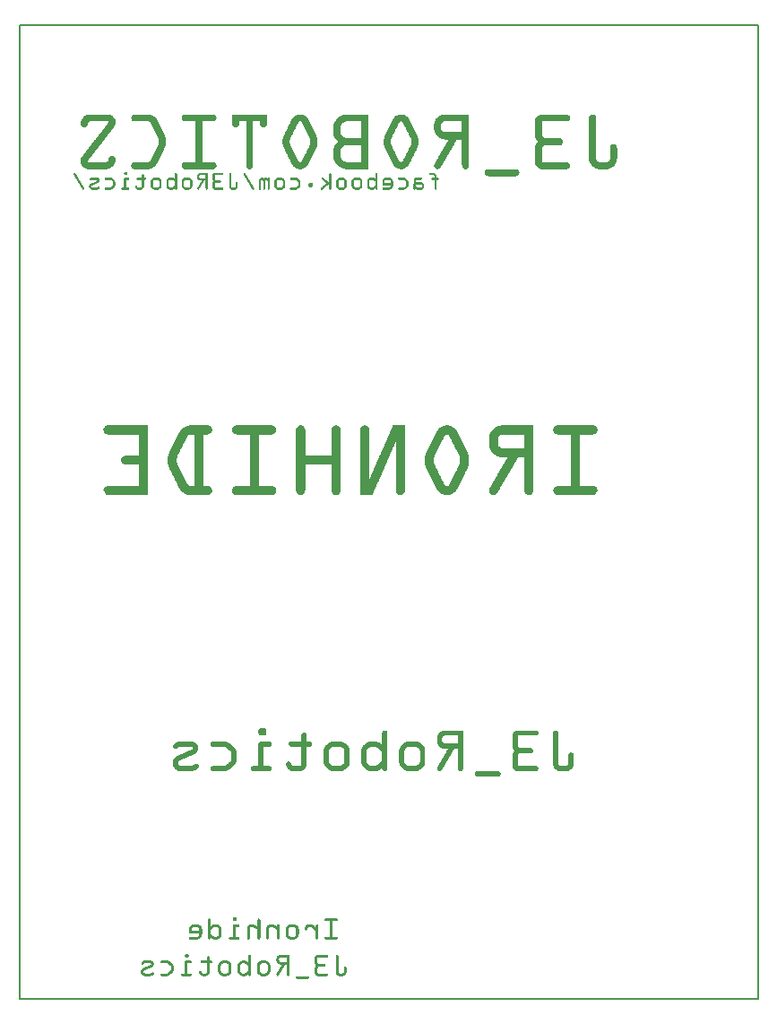
<source format=gbo>
G04 MADE WITH FRITZING*
G04 WWW.FRITZING.ORG*
G04 DOUBLE SIDED*
G04 HOLES PLATED*
G04 CONTOUR ON CENTER OF CONTOUR VECTOR*
%ASAXBY*%
%FSLAX23Y23*%
%MOIN*%
%OFA0B0*%
%SFA1.0B1.0*%
%ADD10R,2.754120X3.626930X2.738120X3.610930*%
%ADD11C,0.008000*%
%ADD12R,0.001000X0.001000*%
%LNSILK0*%
G90*
G70*
G54D11*
X4Y3623D02*
X2750Y3623D01*
X2750Y4D01*
X4Y4D01*
X4Y3623D01*
D02*
G54D12*
X259Y3290D02*
X337Y3290D01*
X428Y3290D02*
X487Y3290D01*
X616Y3290D02*
X727Y3290D01*
X795Y3290D02*
X924Y3290D01*
X1041Y3290D02*
X1054Y3290D01*
X1214Y3290D02*
X1299Y3290D01*
X1416Y3290D02*
X1429Y3290D01*
X1578Y3290D02*
X1675Y3290D01*
X1942Y3290D02*
X2042Y3290D01*
X2131Y3290D02*
X2139Y3290D01*
X256Y3289D02*
X341Y3289D01*
X426Y3289D02*
X492Y3289D01*
X614Y3289D02*
X729Y3289D01*
X795Y3289D02*
X924Y3289D01*
X1037Y3289D02*
X1057Y3289D01*
X1210Y3289D02*
X1299Y3289D01*
X1413Y3289D02*
X1433Y3289D01*
X1574Y3289D02*
X1675Y3289D01*
X1939Y3289D02*
X2044Y3289D01*
X2129Y3289D02*
X2141Y3289D01*
X253Y3288D02*
X343Y3288D01*
X424Y3288D02*
X495Y3288D01*
X612Y3288D02*
X731Y3288D01*
X795Y3288D02*
X924Y3288D01*
X1034Y3288D02*
X1060Y3288D01*
X1206Y3288D02*
X1299Y3288D01*
X1410Y3288D02*
X1436Y3288D01*
X1571Y3288D02*
X1675Y3288D01*
X1937Y3288D02*
X2045Y3288D01*
X2128Y3288D02*
X2143Y3288D01*
X251Y3287D02*
X345Y3287D01*
X423Y3287D02*
X497Y3287D01*
X611Y3287D02*
X732Y3287D01*
X795Y3287D02*
X924Y3287D01*
X1032Y3287D02*
X1062Y3287D01*
X1203Y3287D02*
X1299Y3287D01*
X1408Y3287D02*
X1438Y3287D01*
X1569Y3287D02*
X1675Y3287D01*
X1935Y3287D02*
X2046Y3287D01*
X2127Y3287D02*
X2144Y3287D01*
X249Y3286D02*
X347Y3286D01*
X422Y3286D02*
X499Y3286D01*
X610Y3286D02*
X733Y3286D01*
X795Y3286D02*
X924Y3286D01*
X1030Y3286D02*
X1064Y3286D01*
X1201Y3286D02*
X1299Y3286D01*
X1406Y3286D02*
X1439Y3286D01*
X1567Y3286D02*
X1675Y3286D01*
X1933Y3286D02*
X2047Y3286D01*
X2126Y3286D02*
X2145Y3286D01*
X248Y3285D02*
X348Y3285D01*
X421Y3285D02*
X501Y3285D01*
X609Y3285D02*
X733Y3285D01*
X795Y3285D02*
X924Y3285D01*
X1029Y3285D02*
X1065Y3285D01*
X1199Y3285D02*
X1299Y3285D01*
X1404Y3285D02*
X1441Y3285D01*
X1565Y3285D02*
X1675Y3285D01*
X1932Y3285D02*
X2048Y3285D01*
X2125Y3285D02*
X2145Y3285D01*
X246Y3284D02*
X349Y3284D01*
X421Y3284D02*
X502Y3284D01*
X609Y3284D02*
X734Y3284D01*
X795Y3284D02*
X924Y3284D01*
X1027Y3284D02*
X1067Y3284D01*
X1197Y3284D02*
X1299Y3284D01*
X1403Y3284D02*
X1442Y3284D01*
X1564Y3284D02*
X1675Y3284D01*
X1931Y3284D02*
X2049Y3284D01*
X2124Y3284D02*
X2146Y3284D01*
X245Y3283D02*
X350Y3283D01*
X420Y3283D02*
X504Y3283D01*
X608Y3283D02*
X735Y3283D01*
X795Y3283D02*
X924Y3283D01*
X1026Y3283D02*
X1068Y3283D01*
X1196Y3283D02*
X1299Y3283D01*
X1402Y3283D02*
X1444Y3283D01*
X1562Y3283D02*
X1675Y3283D01*
X1930Y3283D02*
X2049Y3283D01*
X2124Y3283D02*
X2147Y3283D01*
X244Y3282D02*
X352Y3282D01*
X420Y3282D02*
X505Y3282D01*
X608Y3282D02*
X735Y3282D01*
X795Y3282D02*
X924Y3282D01*
X1025Y3282D02*
X1069Y3282D01*
X1194Y3282D02*
X1299Y3282D01*
X1400Y3282D02*
X1445Y3282D01*
X1561Y3282D02*
X1675Y3282D01*
X1929Y3282D02*
X2050Y3282D01*
X2123Y3282D02*
X2147Y3282D01*
X243Y3281D02*
X352Y3281D01*
X420Y3281D02*
X506Y3281D01*
X607Y3281D02*
X735Y3281D01*
X795Y3281D02*
X924Y3281D01*
X1024Y3281D02*
X1070Y3281D01*
X1193Y3281D02*
X1299Y3281D01*
X1399Y3281D02*
X1446Y3281D01*
X1560Y3281D02*
X1675Y3281D01*
X1928Y3281D02*
X2050Y3281D01*
X2123Y3281D02*
X2147Y3281D01*
X242Y3280D02*
X353Y3280D01*
X419Y3280D02*
X507Y3280D01*
X607Y3280D02*
X736Y3280D01*
X795Y3280D02*
X924Y3280D01*
X1023Y3280D02*
X1071Y3280D01*
X1192Y3280D02*
X1299Y3280D01*
X1398Y3280D02*
X1447Y3280D01*
X1559Y3280D02*
X1675Y3280D01*
X1927Y3280D02*
X2050Y3280D01*
X2123Y3280D02*
X2148Y3280D01*
X241Y3279D02*
X354Y3279D01*
X419Y3279D02*
X508Y3279D01*
X607Y3279D02*
X736Y3279D01*
X795Y3279D02*
X924Y3279D01*
X1022Y3279D02*
X1072Y3279D01*
X1190Y3279D02*
X1299Y3279D01*
X1397Y3279D02*
X1448Y3279D01*
X1558Y3279D02*
X1675Y3279D01*
X1926Y3279D02*
X2050Y3279D01*
X2123Y3279D02*
X2148Y3279D01*
X240Y3278D02*
X355Y3278D01*
X419Y3278D02*
X509Y3278D01*
X607Y3278D02*
X736Y3278D01*
X795Y3278D02*
X924Y3278D01*
X1021Y3278D02*
X1073Y3278D01*
X1189Y3278D02*
X1299Y3278D01*
X1397Y3278D02*
X1449Y3278D01*
X1557Y3278D02*
X1675Y3278D01*
X1926Y3278D02*
X2050Y3278D01*
X2122Y3278D02*
X2148Y3278D01*
X239Y3277D02*
X356Y3277D01*
X419Y3277D02*
X510Y3277D01*
X607Y3277D02*
X736Y3277D01*
X795Y3277D02*
X924Y3277D01*
X1020Y3277D02*
X1074Y3277D01*
X1188Y3277D02*
X1299Y3277D01*
X1396Y3277D02*
X1450Y3277D01*
X1556Y3277D02*
X1675Y3277D01*
X1925Y3277D02*
X2050Y3277D01*
X2122Y3277D02*
X2148Y3277D01*
X238Y3276D02*
X356Y3276D01*
X419Y3276D02*
X511Y3276D01*
X607Y3276D02*
X736Y3276D01*
X795Y3276D02*
X924Y3276D01*
X1019Y3276D02*
X1075Y3276D01*
X1187Y3276D02*
X1299Y3276D01*
X1395Y3276D02*
X1450Y3276D01*
X1555Y3276D02*
X1675Y3276D01*
X1924Y3276D02*
X2050Y3276D01*
X2122Y3276D02*
X2148Y3276D01*
X237Y3275D02*
X357Y3275D01*
X419Y3275D02*
X512Y3275D01*
X607Y3275D02*
X736Y3275D01*
X795Y3275D02*
X924Y3275D01*
X1019Y3275D02*
X1075Y3275D01*
X1186Y3275D02*
X1299Y3275D01*
X1394Y3275D02*
X1451Y3275D01*
X1554Y3275D02*
X1675Y3275D01*
X1924Y3275D02*
X2050Y3275D01*
X2122Y3275D02*
X2148Y3275D01*
X237Y3274D02*
X357Y3274D01*
X420Y3274D02*
X513Y3274D01*
X607Y3274D02*
X735Y3274D01*
X795Y3274D02*
X924Y3274D01*
X1018Y3274D02*
X1076Y3274D01*
X1185Y3274D02*
X1299Y3274D01*
X1394Y3274D02*
X1452Y3274D01*
X1553Y3274D02*
X1675Y3274D01*
X1923Y3274D02*
X2050Y3274D01*
X2122Y3274D02*
X2148Y3274D01*
X236Y3273D02*
X358Y3273D01*
X420Y3273D02*
X513Y3273D01*
X608Y3273D02*
X735Y3273D01*
X795Y3273D02*
X924Y3273D01*
X1018Y3273D02*
X1077Y3273D01*
X1184Y3273D02*
X1299Y3273D01*
X1393Y3273D02*
X1452Y3273D01*
X1553Y3273D02*
X1675Y3273D01*
X1923Y3273D02*
X2050Y3273D01*
X2122Y3273D02*
X2148Y3273D01*
X235Y3272D02*
X358Y3272D01*
X420Y3272D02*
X514Y3272D01*
X608Y3272D02*
X735Y3272D01*
X795Y3272D02*
X924Y3272D01*
X1017Y3272D02*
X1077Y3272D01*
X1183Y3272D02*
X1299Y3272D01*
X1393Y3272D02*
X1453Y3272D01*
X1552Y3272D02*
X1675Y3272D01*
X1923Y3272D02*
X2049Y3272D01*
X2122Y3272D02*
X2148Y3272D01*
X235Y3271D02*
X359Y3271D01*
X421Y3271D02*
X514Y3271D01*
X609Y3271D02*
X734Y3271D01*
X795Y3271D02*
X924Y3271D01*
X1016Y3271D02*
X1078Y3271D01*
X1182Y3271D02*
X1299Y3271D01*
X1392Y3271D02*
X1453Y3271D01*
X1551Y3271D02*
X1675Y3271D01*
X1922Y3271D02*
X2049Y3271D01*
X2122Y3271D02*
X2148Y3271D01*
X234Y3270D02*
X359Y3270D01*
X422Y3270D02*
X515Y3270D01*
X609Y3270D02*
X733Y3270D01*
X795Y3270D02*
X924Y3270D01*
X1016Y3270D02*
X1078Y3270D01*
X1181Y3270D02*
X1299Y3270D01*
X1392Y3270D02*
X1454Y3270D01*
X1551Y3270D02*
X1675Y3270D01*
X1922Y3270D02*
X2048Y3270D01*
X2122Y3270D02*
X2148Y3270D01*
X234Y3269D02*
X359Y3269D01*
X422Y3269D02*
X515Y3269D01*
X610Y3269D02*
X733Y3269D01*
X795Y3269D02*
X924Y3269D01*
X1015Y3269D02*
X1079Y3269D01*
X1181Y3269D02*
X1299Y3269D01*
X1391Y3269D02*
X1454Y3269D01*
X1550Y3269D02*
X1675Y3269D01*
X1922Y3269D02*
X2047Y3269D01*
X2122Y3269D02*
X2148Y3269D01*
X234Y3268D02*
X359Y3268D01*
X423Y3268D02*
X516Y3268D01*
X611Y3268D02*
X732Y3268D01*
X795Y3268D02*
X924Y3268D01*
X1015Y3268D02*
X1079Y3268D01*
X1180Y3268D02*
X1299Y3268D01*
X1391Y3268D02*
X1455Y3268D01*
X1550Y3268D02*
X1675Y3268D01*
X1922Y3268D02*
X2046Y3268D01*
X2122Y3268D02*
X2148Y3268D01*
X233Y3267D02*
X360Y3267D01*
X425Y3267D02*
X516Y3267D01*
X612Y3267D02*
X730Y3267D01*
X795Y3267D02*
X924Y3267D01*
X1014Y3267D02*
X1080Y3267D01*
X1179Y3267D02*
X1299Y3267D01*
X1390Y3267D02*
X1455Y3267D01*
X1549Y3267D02*
X1675Y3267D01*
X1922Y3267D02*
X2045Y3267D01*
X2122Y3267D02*
X2148Y3267D01*
X233Y3266D02*
X360Y3266D01*
X426Y3266D02*
X517Y3266D01*
X614Y3266D02*
X729Y3266D01*
X795Y3266D02*
X924Y3266D01*
X1014Y3266D02*
X1080Y3266D01*
X1179Y3266D02*
X1299Y3266D01*
X1390Y3266D02*
X1456Y3266D01*
X1549Y3266D02*
X1675Y3266D01*
X1922Y3266D02*
X2044Y3266D01*
X2122Y3266D02*
X2148Y3266D01*
X233Y3265D02*
X360Y3265D01*
X429Y3265D02*
X517Y3265D01*
X616Y3265D02*
X726Y3265D01*
X795Y3265D02*
X924Y3265D01*
X1013Y3265D02*
X1081Y3265D01*
X1178Y3265D02*
X1299Y3265D01*
X1389Y3265D02*
X1456Y3265D01*
X1548Y3265D02*
X1675Y3265D01*
X1922Y3265D02*
X2041Y3265D01*
X2122Y3265D02*
X2148Y3265D01*
X232Y3264D02*
X263Y3264D01*
X334Y3264D02*
X360Y3264D01*
X484Y3264D02*
X518Y3264D01*
X659Y3264D02*
X684Y3264D01*
X795Y3264D02*
X820Y3264D01*
X847Y3264D02*
X872Y3264D01*
X898Y3264D02*
X924Y3264D01*
X1013Y3264D02*
X1044Y3264D01*
X1050Y3264D02*
X1081Y3264D01*
X1177Y3264D02*
X1217Y3264D01*
X1274Y3264D02*
X1299Y3264D01*
X1389Y3264D02*
X1420Y3264D01*
X1426Y3264D02*
X1457Y3264D01*
X1548Y3264D02*
X1581Y3264D01*
X1649Y3264D02*
X1675Y3264D01*
X1922Y3264D02*
X1947Y3264D01*
X2122Y3264D02*
X2148Y3264D01*
X232Y3263D02*
X261Y3263D01*
X335Y3263D02*
X360Y3263D01*
X487Y3263D02*
X518Y3263D01*
X659Y3263D02*
X684Y3263D01*
X795Y3263D02*
X820Y3263D01*
X847Y3263D02*
X872Y3263D01*
X898Y3263D02*
X924Y3263D01*
X1012Y3263D02*
X1042Y3263D01*
X1052Y3263D02*
X1082Y3263D01*
X1177Y3263D02*
X1214Y3263D01*
X1274Y3263D02*
X1299Y3263D01*
X1388Y3263D02*
X1418Y3263D01*
X1428Y3263D02*
X1457Y3263D01*
X1548Y3263D02*
X1579Y3263D01*
X1649Y3263D02*
X1675Y3263D01*
X1922Y3263D02*
X1947Y3263D01*
X2122Y3263D02*
X2148Y3263D01*
X232Y3262D02*
X260Y3262D01*
X335Y3262D02*
X360Y3262D01*
X489Y3262D02*
X519Y3262D01*
X659Y3262D02*
X684Y3262D01*
X795Y3262D02*
X820Y3262D01*
X847Y3262D02*
X872Y3262D01*
X898Y3262D02*
X924Y3262D01*
X1012Y3262D02*
X1041Y3262D01*
X1053Y3262D02*
X1082Y3262D01*
X1176Y3262D02*
X1211Y3262D01*
X1274Y3262D02*
X1299Y3262D01*
X1388Y3262D02*
X1417Y3262D01*
X1429Y3262D02*
X1458Y3262D01*
X1547Y3262D02*
X1577Y3262D01*
X1649Y3262D02*
X1675Y3262D01*
X1922Y3262D02*
X1947Y3262D01*
X2122Y3262D02*
X2148Y3262D01*
X232Y3261D02*
X259Y3261D01*
X335Y3261D02*
X360Y3261D01*
X490Y3261D02*
X519Y3261D01*
X659Y3261D02*
X684Y3261D01*
X795Y3261D02*
X820Y3261D01*
X847Y3261D02*
X872Y3261D01*
X898Y3261D02*
X924Y3261D01*
X1011Y3261D02*
X1040Y3261D01*
X1054Y3261D02*
X1083Y3261D01*
X1176Y3261D02*
X1209Y3261D01*
X1274Y3261D02*
X1299Y3261D01*
X1387Y3261D02*
X1416Y3261D01*
X1429Y3261D02*
X1458Y3261D01*
X1547Y3261D02*
X1576Y3261D01*
X1649Y3261D02*
X1675Y3261D01*
X1922Y3261D02*
X1947Y3261D01*
X2122Y3261D02*
X2148Y3261D01*
X232Y3260D02*
X258Y3260D01*
X335Y3260D02*
X360Y3260D01*
X491Y3260D02*
X520Y3260D01*
X659Y3260D02*
X684Y3260D01*
X795Y3260D02*
X820Y3260D01*
X847Y3260D02*
X872Y3260D01*
X898Y3260D02*
X924Y3260D01*
X1011Y3260D02*
X1040Y3260D01*
X1054Y3260D02*
X1083Y3260D01*
X1175Y3260D02*
X1208Y3260D01*
X1274Y3260D02*
X1299Y3260D01*
X1387Y3260D02*
X1415Y3260D01*
X1430Y3260D02*
X1459Y3260D01*
X1547Y3260D02*
X1575Y3260D01*
X1649Y3260D02*
X1675Y3260D01*
X1922Y3260D02*
X1947Y3260D01*
X2122Y3260D02*
X2148Y3260D01*
X231Y3259D02*
X257Y3259D01*
X334Y3259D02*
X360Y3259D01*
X491Y3259D02*
X520Y3259D01*
X659Y3259D02*
X684Y3259D01*
X795Y3259D02*
X820Y3259D01*
X847Y3259D02*
X872Y3259D01*
X898Y3259D02*
X924Y3259D01*
X1010Y3259D02*
X1039Y3259D01*
X1055Y3259D02*
X1084Y3259D01*
X1175Y3259D02*
X1206Y3259D01*
X1274Y3259D02*
X1299Y3259D01*
X1386Y3259D02*
X1415Y3259D01*
X1430Y3259D02*
X1459Y3259D01*
X1547Y3259D02*
X1574Y3259D01*
X1649Y3259D02*
X1675Y3259D01*
X1922Y3259D02*
X1947Y3259D01*
X2122Y3259D02*
X2148Y3259D01*
X231Y3258D02*
X257Y3258D01*
X333Y3258D02*
X360Y3258D01*
X492Y3258D02*
X521Y3258D01*
X659Y3258D02*
X684Y3258D01*
X795Y3258D02*
X820Y3258D01*
X847Y3258D02*
X872Y3258D01*
X898Y3258D02*
X924Y3258D01*
X1010Y3258D02*
X1039Y3258D01*
X1055Y3258D02*
X1084Y3258D01*
X1174Y3258D02*
X1205Y3258D01*
X1274Y3258D02*
X1299Y3258D01*
X1386Y3258D02*
X1414Y3258D01*
X1431Y3258D02*
X1460Y3258D01*
X1547Y3258D02*
X1573Y3258D01*
X1649Y3258D02*
X1675Y3258D01*
X1922Y3258D02*
X1947Y3258D01*
X2122Y3258D02*
X2148Y3258D01*
X231Y3257D02*
X257Y3257D01*
X332Y3257D02*
X360Y3257D01*
X492Y3257D02*
X521Y3257D01*
X659Y3257D02*
X684Y3257D01*
X795Y3257D02*
X820Y3257D01*
X847Y3257D02*
X872Y3257D01*
X898Y3257D02*
X924Y3257D01*
X1009Y3257D02*
X1038Y3257D01*
X1056Y3257D02*
X1085Y3257D01*
X1174Y3257D02*
X1204Y3257D01*
X1274Y3257D02*
X1299Y3257D01*
X1385Y3257D02*
X1414Y3257D01*
X1432Y3257D02*
X1460Y3257D01*
X1546Y3257D02*
X1573Y3257D01*
X1649Y3257D02*
X1675Y3257D01*
X1922Y3257D02*
X1947Y3257D01*
X2122Y3257D02*
X2148Y3257D01*
X231Y3256D02*
X257Y3256D01*
X332Y3256D02*
X360Y3256D01*
X493Y3256D02*
X522Y3256D01*
X659Y3256D02*
X684Y3256D01*
X795Y3256D02*
X820Y3256D01*
X847Y3256D02*
X872Y3256D01*
X898Y3256D02*
X924Y3256D01*
X1009Y3256D02*
X1038Y3256D01*
X1056Y3256D02*
X1085Y3256D01*
X1173Y3256D02*
X1203Y3256D01*
X1274Y3256D02*
X1299Y3256D01*
X1385Y3256D02*
X1413Y3256D01*
X1432Y3256D02*
X1461Y3256D01*
X1546Y3256D02*
X1572Y3256D01*
X1649Y3256D02*
X1675Y3256D01*
X1922Y3256D02*
X1947Y3256D01*
X2122Y3256D02*
X2148Y3256D01*
X231Y3255D02*
X257Y3255D01*
X331Y3255D02*
X359Y3255D01*
X493Y3255D02*
X522Y3255D01*
X659Y3255D02*
X684Y3255D01*
X795Y3255D02*
X820Y3255D01*
X847Y3255D02*
X872Y3255D01*
X898Y3255D02*
X924Y3255D01*
X1008Y3255D02*
X1037Y3255D01*
X1057Y3255D02*
X1086Y3255D01*
X1173Y3255D02*
X1202Y3255D01*
X1274Y3255D02*
X1299Y3255D01*
X1384Y3255D02*
X1413Y3255D01*
X1433Y3255D02*
X1461Y3255D01*
X1546Y3255D02*
X1572Y3255D01*
X1649Y3255D02*
X1675Y3255D01*
X1922Y3255D02*
X1947Y3255D01*
X2122Y3255D02*
X2148Y3255D01*
X231Y3254D02*
X256Y3254D01*
X330Y3254D02*
X359Y3254D01*
X494Y3254D02*
X523Y3254D01*
X659Y3254D02*
X684Y3254D01*
X795Y3254D02*
X820Y3254D01*
X847Y3254D02*
X872Y3254D01*
X898Y3254D02*
X923Y3254D01*
X1008Y3254D02*
X1037Y3254D01*
X1057Y3254D02*
X1086Y3254D01*
X1173Y3254D02*
X1201Y3254D01*
X1274Y3254D02*
X1299Y3254D01*
X1384Y3254D02*
X1412Y3254D01*
X1433Y3254D02*
X1462Y3254D01*
X1546Y3254D02*
X1572Y3254D01*
X1649Y3254D02*
X1675Y3254D01*
X1922Y3254D02*
X1947Y3254D01*
X2122Y3254D02*
X2148Y3254D01*
X232Y3253D02*
X256Y3253D01*
X329Y3253D02*
X359Y3253D01*
X494Y3253D02*
X523Y3253D01*
X659Y3253D02*
X684Y3253D01*
X795Y3253D02*
X820Y3253D01*
X847Y3253D02*
X872Y3253D01*
X899Y3253D02*
X923Y3253D01*
X1007Y3253D02*
X1036Y3253D01*
X1058Y3253D02*
X1087Y3253D01*
X1172Y3253D02*
X1201Y3253D01*
X1274Y3253D02*
X1299Y3253D01*
X1383Y3253D02*
X1412Y3253D01*
X1434Y3253D02*
X1462Y3253D01*
X1546Y3253D02*
X1571Y3253D01*
X1649Y3253D02*
X1675Y3253D01*
X1922Y3253D02*
X1947Y3253D01*
X2122Y3253D02*
X2148Y3253D01*
X232Y3252D02*
X256Y3252D01*
X329Y3252D02*
X359Y3252D01*
X495Y3252D02*
X524Y3252D01*
X659Y3252D02*
X684Y3252D01*
X795Y3252D02*
X820Y3252D01*
X847Y3252D02*
X872Y3252D01*
X899Y3252D02*
X923Y3252D01*
X1007Y3252D02*
X1036Y3252D01*
X1058Y3252D02*
X1087Y3252D01*
X1172Y3252D02*
X1200Y3252D01*
X1274Y3252D02*
X1299Y3252D01*
X1383Y3252D02*
X1411Y3252D01*
X1434Y3252D02*
X1463Y3252D01*
X1546Y3252D02*
X1571Y3252D01*
X1649Y3252D02*
X1675Y3252D01*
X1922Y3252D02*
X1947Y3252D01*
X2122Y3252D02*
X2148Y3252D01*
X232Y3251D02*
X256Y3251D01*
X328Y3251D02*
X358Y3251D01*
X495Y3251D02*
X524Y3251D01*
X659Y3251D02*
X684Y3251D01*
X796Y3251D02*
X819Y3251D01*
X847Y3251D02*
X872Y3251D01*
X899Y3251D02*
X923Y3251D01*
X1006Y3251D02*
X1035Y3251D01*
X1059Y3251D02*
X1088Y3251D01*
X1172Y3251D02*
X1199Y3251D01*
X1274Y3251D02*
X1299Y3251D01*
X1382Y3251D02*
X1411Y3251D01*
X1435Y3251D02*
X1463Y3251D01*
X1546Y3251D02*
X1571Y3251D01*
X1649Y3251D02*
X1675Y3251D01*
X1922Y3251D02*
X1947Y3251D01*
X2122Y3251D02*
X2148Y3251D01*
X232Y3250D02*
X255Y3250D01*
X327Y3250D02*
X358Y3250D01*
X496Y3250D02*
X525Y3250D01*
X659Y3250D02*
X684Y3250D01*
X796Y3250D02*
X819Y3250D01*
X847Y3250D02*
X872Y3250D01*
X899Y3250D02*
X922Y3250D01*
X1006Y3250D02*
X1035Y3250D01*
X1059Y3250D02*
X1088Y3250D01*
X1172Y3250D02*
X1199Y3250D01*
X1274Y3250D02*
X1299Y3250D01*
X1382Y3250D02*
X1410Y3250D01*
X1435Y3250D02*
X1464Y3250D01*
X1546Y3250D02*
X1571Y3250D01*
X1649Y3250D02*
X1675Y3250D01*
X1922Y3250D02*
X1947Y3250D01*
X2122Y3250D02*
X2148Y3250D01*
X233Y3249D02*
X255Y3249D01*
X326Y3249D02*
X358Y3249D01*
X496Y3249D02*
X525Y3249D01*
X659Y3249D02*
X684Y3249D01*
X796Y3249D02*
X818Y3249D01*
X847Y3249D02*
X872Y3249D01*
X900Y3249D02*
X922Y3249D01*
X1005Y3249D02*
X1034Y3249D01*
X1060Y3249D02*
X1089Y3249D01*
X1171Y3249D02*
X1198Y3249D01*
X1274Y3249D02*
X1299Y3249D01*
X1381Y3249D02*
X1410Y3249D01*
X1436Y3249D02*
X1464Y3249D01*
X1546Y3249D02*
X1571Y3249D01*
X1649Y3249D02*
X1675Y3249D01*
X1922Y3249D02*
X1947Y3249D01*
X2122Y3249D02*
X2148Y3249D01*
X234Y3248D02*
X254Y3248D01*
X325Y3248D02*
X357Y3248D01*
X497Y3248D02*
X526Y3248D01*
X659Y3248D02*
X684Y3248D01*
X797Y3248D02*
X818Y3248D01*
X847Y3248D02*
X872Y3248D01*
X901Y3248D02*
X921Y3248D01*
X1005Y3248D02*
X1034Y3248D01*
X1060Y3248D02*
X1089Y3248D01*
X1171Y3248D02*
X1198Y3248D01*
X1274Y3248D02*
X1299Y3248D01*
X1381Y3248D02*
X1409Y3248D01*
X1436Y3248D02*
X1465Y3248D01*
X1546Y3248D02*
X1571Y3248D01*
X1649Y3248D02*
X1675Y3248D01*
X1922Y3248D02*
X1947Y3248D01*
X2122Y3248D02*
X2148Y3248D01*
X234Y3247D02*
X253Y3247D01*
X325Y3247D02*
X357Y3247D01*
X498Y3247D02*
X526Y3247D01*
X659Y3247D02*
X684Y3247D01*
X798Y3247D02*
X817Y3247D01*
X847Y3247D02*
X872Y3247D01*
X901Y3247D02*
X920Y3247D01*
X1004Y3247D02*
X1033Y3247D01*
X1061Y3247D02*
X1090Y3247D01*
X1171Y3247D02*
X1197Y3247D01*
X1274Y3247D02*
X1299Y3247D01*
X1380Y3247D02*
X1409Y3247D01*
X1437Y3247D02*
X1465Y3247D01*
X1546Y3247D02*
X1571Y3247D01*
X1649Y3247D02*
X1675Y3247D01*
X1922Y3247D02*
X1947Y3247D01*
X2122Y3247D02*
X2148Y3247D01*
X235Y3246D02*
X253Y3246D01*
X324Y3246D02*
X356Y3246D01*
X498Y3246D02*
X527Y3246D01*
X659Y3246D02*
X684Y3246D01*
X799Y3246D02*
X816Y3246D01*
X847Y3246D02*
X872Y3246D01*
X902Y3246D02*
X920Y3246D01*
X1004Y3246D02*
X1033Y3246D01*
X1061Y3246D02*
X1090Y3246D01*
X1171Y3246D02*
X1197Y3246D01*
X1274Y3246D02*
X1299Y3246D01*
X1380Y3246D02*
X1408Y3246D01*
X1437Y3246D02*
X1466Y3246D01*
X1546Y3246D02*
X1571Y3246D01*
X1649Y3246D02*
X1675Y3246D01*
X1922Y3246D02*
X1947Y3246D01*
X2122Y3246D02*
X2148Y3246D01*
X237Y3245D02*
X251Y3245D01*
X323Y3245D02*
X356Y3245D01*
X499Y3245D02*
X527Y3245D01*
X659Y3245D02*
X684Y3245D01*
X800Y3245D02*
X815Y3245D01*
X847Y3245D02*
X872Y3245D01*
X904Y3245D02*
X918Y3245D01*
X1004Y3245D02*
X1032Y3245D01*
X1062Y3245D02*
X1091Y3245D01*
X1171Y3245D02*
X1197Y3245D01*
X1274Y3245D02*
X1299Y3245D01*
X1379Y3245D02*
X1408Y3245D01*
X1438Y3245D02*
X1466Y3245D01*
X1546Y3245D02*
X1571Y3245D01*
X1649Y3245D02*
X1675Y3245D01*
X1922Y3245D02*
X1947Y3245D01*
X2122Y3245D02*
X2148Y3245D01*
X238Y3244D02*
X250Y3244D01*
X322Y3244D02*
X355Y3244D01*
X499Y3244D02*
X528Y3244D01*
X659Y3244D02*
X684Y3244D01*
X801Y3244D02*
X813Y3244D01*
X847Y3244D02*
X872Y3244D01*
X905Y3244D02*
X917Y3244D01*
X1003Y3244D02*
X1032Y3244D01*
X1062Y3244D02*
X1091Y3244D01*
X1171Y3244D02*
X1196Y3244D01*
X1274Y3244D02*
X1299Y3244D01*
X1379Y3244D02*
X1407Y3244D01*
X1438Y3244D02*
X1467Y3244D01*
X1546Y3244D02*
X1571Y3244D01*
X1649Y3244D02*
X1675Y3244D01*
X1922Y3244D02*
X1947Y3244D01*
X2122Y3244D02*
X2148Y3244D01*
X240Y3243D02*
X248Y3243D01*
X322Y3243D02*
X354Y3243D01*
X500Y3243D02*
X528Y3243D01*
X659Y3243D02*
X684Y3243D01*
X804Y3243D02*
X811Y3243D01*
X847Y3243D02*
X872Y3243D01*
X907Y3243D02*
X915Y3243D01*
X1003Y3243D02*
X1031Y3243D01*
X1063Y3243D02*
X1092Y3243D01*
X1171Y3243D02*
X1196Y3243D01*
X1274Y3243D02*
X1299Y3243D01*
X1378Y3243D02*
X1407Y3243D01*
X1439Y3243D02*
X1467Y3243D01*
X1546Y3243D02*
X1571Y3243D01*
X1649Y3243D02*
X1675Y3243D01*
X1922Y3243D02*
X1947Y3243D01*
X2122Y3243D02*
X2148Y3243D01*
X321Y3242D02*
X354Y3242D01*
X500Y3242D02*
X529Y3242D01*
X659Y3242D02*
X684Y3242D01*
X847Y3242D02*
X872Y3242D01*
X1002Y3242D02*
X1031Y3242D01*
X1063Y3242D02*
X1092Y3242D01*
X1170Y3242D02*
X1196Y3242D01*
X1274Y3242D02*
X1299Y3242D01*
X1378Y3242D02*
X1406Y3242D01*
X1439Y3242D02*
X1468Y3242D01*
X1546Y3242D02*
X1571Y3242D01*
X1649Y3242D02*
X1675Y3242D01*
X1922Y3242D02*
X1947Y3242D01*
X2122Y3242D02*
X2148Y3242D01*
X320Y3241D02*
X353Y3241D01*
X501Y3241D02*
X529Y3241D01*
X659Y3241D02*
X684Y3241D01*
X847Y3241D02*
X872Y3241D01*
X1002Y3241D02*
X1030Y3241D01*
X1064Y3241D02*
X1093Y3241D01*
X1170Y3241D02*
X1196Y3241D01*
X1274Y3241D02*
X1299Y3241D01*
X1377Y3241D02*
X1406Y3241D01*
X1440Y3241D02*
X1468Y3241D01*
X1546Y3241D02*
X1571Y3241D01*
X1649Y3241D02*
X1675Y3241D01*
X1922Y3241D02*
X1947Y3241D01*
X2122Y3241D02*
X2148Y3241D01*
X319Y3240D02*
X352Y3240D01*
X501Y3240D02*
X530Y3240D01*
X659Y3240D02*
X684Y3240D01*
X847Y3240D02*
X872Y3240D01*
X1001Y3240D02*
X1030Y3240D01*
X1065Y3240D02*
X1093Y3240D01*
X1170Y3240D02*
X1196Y3240D01*
X1274Y3240D02*
X1299Y3240D01*
X1377Y3240D02*
X1405Y3240D01*
X1440Y3240D02*
X1469Y3240D01*
X1546Y3240D02*
X1571Y3240D01*
X1649Y3240D02*
X1675Y3240D01*
X1922Y3240D02*
X1947Y3240D01*
X2122Y3240D02*
X2148Y3240D01*
X318Y3239D02*
X351Y3239D01*
X502Y3239D02*
X530Y3239D01*
X659Y3239D02*
X684Y3239D01*
X847Y3239D02*
X872Y3239D01*
X1001Y3239D02*
X1029Y3239D01*
X1065Y3239D02*
X1094Y3239D01*
X1170Y3239D02*
X1196Y3239D01*
X1274Y3239D02*
X1299Y3239D01*
X1376Y3239D02*
X1405Y3239D01*
X1441Y3239D02*
X1469Y3239D01*
X1546Y3239D02*
X1571Y3239D01*
X1649Y3239D02*
X1675Y3239D01*
X1922Y3239D02*
X1947Y3239D01*
X2122Y3239D02*
X2148Y3239D01*
X318Y3238D02*
X350Y3238D01*
X502Y3238D02*
X531Y3238D01*
X659Y3238D02*
X684Y3238D01*
X847Y3238D02*
X872Y3238D01*
X1000Y3238D02*
X1029Y3238D01*
X1066Y3238D02*
X1094Y3238D01*
X1170Y3238D02*
X1196Y3238D01*
X1274Y3238D02*
X1299Y3238D01*
X1376Y3238D02*
X1404Y3238D01*
X1441Y3238D02*
X1470Y3238D01*
X1546Y3238D02*
X1571Y3238D01*
X1649Y3238D02*
X1675Y3238D01*
X1922Y3238D02*
X1947Y3238D01*
X2122Y3238D02*
X2148Y3238D01*
X317Y3237D02*
X350Y3237D01*
X503Y3237D02*
X531Y3237D01*
X659Y3237D02*
X684Y3237D01*
X847Y3237D02*
X872Y3237D01*
X1000Y3237D02*
X1028Y3237D01*
X1066Y3237D02*
X1095Y3237D01*
X1170Y3237D02*
X1196Y3237D01*
X1274Y3237D02*
X1299Y3237D01*
X1375Y3237D02*
X1404Y3237D01*
X1442Y3237D02*
X1470Y3237D01*
X1546Y3237D02*
X1571Y3237D01*
X1649Y3237D02*
X1675Y3237D01*
X1922Y3237D02*
X1947Y3237D01*
X2122Y3237D02*
X2148Y3237D01*
X316Y3236D02*
X349Y3236D01*
X503Y3236D02*
X532Y3236D01*
X659Y3236D02*
X684Y3236D01*
X847Y3236D02*
X872Y3236D01*
X999Y3236D02*
X1028Y3236D01*
X1067Y3236D02*
X1095Y3236D01*
X1170Y3236D02*
X1196Y3236D01*
X1274Y3236D02*
X1299Y3236D01*
X1375Y3236D02*
X1403Y3236D01*
X1442Y3236D02*
X1471Y3236D01*
X1546Y3236D02*
X1571Y3236D01*
X1649Y3236D02*
X1675Y3236D01*
X1922Y3236D02*
X1947Y3236D01*
X2122Y3236D02*
X2148Y3236D01*
X315Y3235D02*
X348Y3235D01*
X504Y3235D02*
X532Y3235D01*
X659Y3235D02*
X684Y3235D01*
X847Y3235D02*
X872Y3235D01*
X999Y3235D02*
X1027Y3235D01*
X1067Y3235D02*
X1096Y3235D01*
X1170Y3235D02*
X1196Y3235D01*
X1274Y3235D02*
X1299Y3235D01*
X1374Y3235D02*
X1403Y3235D01*
X1443Y3235D02*
X1471Y3235D01*
X1546Y3235D02*
X1572Y3235D01*
X1649Y3235D02*
X1675Y3235D01*
X1922Y3235D02*
X1947Y3235D01*
X2122Y3235D02*
X2148Y3235D01*
X315Y3234D02*
X347Y3234D01*
X504Y3234D02*
X533Y3234D01*
X659Y3234D02*
X684Y3234D01*
X847Y3234D02*
X872Y3234D01*
X998Y3234D02*
X1027Y3234D01*
X1068Y3234D02*
X1096Y3234D01*
X1170Y3234D02*
X1196Y3234D01*
X1274Y3234D02*
X1299Y3234D01*
X1374Y3234D02*
X1402Y3234D01*
X1443Y3234D02*
X1472Y3234D01*
X1546Y3234D02*
X1572Y3234D01*
X1649Y3234D02*
X1675Y3234D01*
X1922Y3234D02*
X1947Y3234D01*
X2122Y3234D02*
X2148Y3234D01*
X314Y3233D02*
X347Y3233D01*
X505Y3233D02*
X533Y3233D01*
X659Y3233D02*
X684Y3233D01*
X847Y3233D02*
X872Y3233D01*
X998Y3233D02*
X1026Y3233D01*
X1068Y3233D02*
X1097Y3233D01*
X1170Y3233D02*
X1196Y3233D01*
X1274Y3233D02*
X1299Y3233D01*
X1373Y3233D02*
X1402Y3233D01*
X1444Y3233D02*
X1472Y3233D01*
X1546Y3233D02*
X1572Y3233D01*
X1649Y3233D02*
X1675Y3233D01*
X1922Y3233D02*
X1947Y3233D01*
X2122Y3233D02*
X2148Y3233D01*
X313Y3232D02*
X346Y3232D01*
X505Y3232D02*
X534Y3232D01*
X659Y3232D02*
X684Y3232D01*
X847Y3232D02*
X872Y3232D01*
X997Y3232D02*
X1026Y3232D01*
X1069Y3232D02*
X1097Y3232D01*
X1170Y3232D02*
X1196Y3232D01*
X1274Y3232D02*
X1299Y3232D01*
X1373Y3232D02*
X1401Y3232D01*
X1444Y3232D02*
X1473Y3232D01*
X1546Y3232D02*
X1573Y3232D01*
X1649Y3232D02*
X1675Y3232D01*
X1922Y3232D02*
X1947Y3232D01*
X2122Y3232D02*
X2148Y3232D01*
X312Y3231D02*
X345Y3231D01*
X506Y3231D02*
X534Y3231D01*
X659Y3231D02*
X684Y3231D01*
X847Y3231D02*
X872Y3231D01*
X997Y3231D02*
X1025Y3231D01*
X1069Y3231D02*
X1098Y3231D01*
X1170Y3231D02*
X1196Y3231D01*
X1274Y3231D02*
X1299Y3231D01*
X1372Y3231D02*
X1401Y3231D01*
X1445Y3231D02*
X1473Y3231D01*
X1547Y3231D02*
X1573Y3231D01*
X1649Y3231D02*
X1675Y3231D01*
X1922Y3231D02*
X1947Y3231D01*
X2122Y3231D02*
X2148Y3231D01*
X311Y3230D02*
X344Y3230D01*
X506Y3230D02*
X535Y3230D01*
X659Y3230D02*
X684Y3230D01*
X847Y3230D02*
X872Y3230D01*
X996Y3230D02*
X1025Y3230D01*
X1070Y3230D02*
X1098Y3230D01*
X1170Y3230D02*
X1196Y3230D01*
X1274Y3230D02*
X1299Y3230D01*
X1372Y3230D02*
X1400Y3230D01*
X1445Y3230D02*
X1474Y3230D01*
X1547Y3230D02*
X1574Y3230D01*
X1649Y3230D02*
X1675Y3230D01*
X1922Y3230D02*
X1947Y3230D01*
X2122Y3230D02*
X2148Y3230D01*
X311Y3229D02*
X343Y3229D01*
X507Y3229D02*
X535Y3229D01*
X659Y3229D02*
X684Y3229D01*
X847Y3229D02*
X872Y3229D01*
X996Y3229D02*
X1024Y3229D01*
X1070Y3229D02*
X1099Y3229D01*
X1170Y3229D02*
X1196Y3229D01*
X1274Y3229D02*
X1299Y3229D01*
X1371Y3229D02*
X1400Y3229D01*
X1446Y3229D02*
X1474Y3229D01*
X1547Y3229D02*
X1575Y3229D01*
X1649Y3229D02*
X1675Y3229D01*
X1922Y3229D02*
X1947Y3229D01*
X2122Y3229D02*
X2148Y3229D01*
X310Y3228D02*
X343Y3228D01*
X507Y3228D02*
X536Y3228D01*
X659Y3228D02*
X684Y3228D01*
X847Y3228D02*
X872Y3228D01*
X995Y3228D02*
X1024Y3228D01*
X1071Y3228D02*
X1099Y3228D01*
X1170Y3228D02*
X1196Y3228D01*
X1274Y3228D02*
X1299Y3228D01*
X1371Y3228D02*
X1399Y3228D01*
X1446Y3228D02*
X1475Y3228D01*
X1547Y3228D02*
X1576Y3228D01*
X1649Y3228D02*
X1675Y3228D01*
X1922Y3228D02*
X1947Y3228D01*
X2122Y3228D02*
X2148Y3228D01*
X309Y3227D02*
X342Y3227D01*
X508Y3227D02*
X536Y3227D01*
X659Y3227D02*
X684Y3227D01*
X847Y3227D02*
X872Y3227D01*
X995Y3227D02*
X1023Y3227D01*
X1071Y3227D02*
X1100Y3227D01*
X1170Y3227D02*
X1196Y3227D01*
X1274Y3227D02*
X1299Y3227D01*
X1370Y3227D02*
X1399Y3227D01*
X1447Y3227D02*
X1475Y3227D01*
X1547Y3227D02*
X1577Y3227D01*
X1649Y3227D02*
X1675Y3227D01*
X1922Y3227D02*
X1947Y3227D01*
X2122Y3227D02*
X2148Y3227D01*
X308Y3226D02*
X341Y3226D01*
X508Y3226D02*
X537Y3226D01*
X659Y3226D02*
X684Y3226D01*
X847Y3226D02*
X872Y3226D01*
X994Y3226D02*
X1023Y3226D01*
X1072Y3226D02*
X1100Y3226D01*
X1170Y3226D02*
X1196Y3226D01*
X1274Y3226D02*
X1299Y3226D01*
X1370Y3226D02*
X1398Y3226D01*
X1447Y3226D02*
X1476Y3226D01*
X1548Y3226D02*
X1578Y3226D01*
X1649Y3226D02*
X1675Y3226D01*
X1922Y3226D02*
X1947Y3226D01*
X2122Y3226D02*
X2148Y3226D01*
X308Y3225D02*
X340Y3225D01*
X509Y3225D02*
X537Y3225D01*
X659Y3225D02*
X684Y3225D01*
X847Y3225D02*
X872Y3225D01*
X994Y3225D02*
X1022Y3225D01*
X1072Y3225D02*
X1101Y3225D01*
X1170Y3225D02*
X1196Y3225D01*
X1274Y3225D02*
X1299Y3225D01*
X1369Y3225D02*
X1398Y3225D01*
X1448Y3225D02*
X1476Y3225D01*
X1548Y3225D02*
X1581Y3225D01*
X1649Y3225D02*
X1675Y3225D01*
X1922Y3225D02*
X1947Y3225D01*
X2122Y3225D02*
X2148Y3225D01*
X307Y3224D02*
X340Y3224D01*
X509Y3224D02*
X538Y3224D01*
X659Y3224D02*
X684Y3224D01*
X847Y3224D02*
X872Y3224D01*
X993Y3224D02*
X1022Y3224D01*
X1073Y3224D02*
X1101Y3224D01*
X1171Y3224D02*
X1196Y3224D01*
X1274Y3224D02*
X1299Y3224D01*
X1369Y3224D02*
X1397Y3224D01*
X1448Y3224D02*
X1477Y3224D01*
X1548Y3224D02*
X1675Y3224D01*
X1922Y3224D02*
X1947Y3224D01*
X2122Y3224D02*
X2148Y3224D01*
X306Y3223D02*
X339Y3223D01*
X510Y3223D02*
X538Y3223D01*
X659Y3223D02*
X684Y3223D01*
X847Y3223D02*
X872Y3223D01*
X993Y3223D02*
X1021Y3223D01*
X1073Y3223D02*
X1102Y3223D01*
X1171Y3223D02*
X1196Y3223D01*
X1274Y3223D02*
X1299Y3223D01*
X1368Y3223D02*
X1397Y3223D01*
X1449Y3223D02*
X1477Y3223D01*
X1549Y3223D02*
X1675Y3223D01*
X1922Y3223D02*
X1947Y3223D01*
X2122Y3223D02*
X2148Y3223D01*
X305Y3222D02*
X338Y3222D01*
X510Y3222D02*
X539Y3222D01*
X659Y3222D02*
X684Y3222D01*
X847Y3222D02*
X872Y3222D01*
X992Y3222D02*
X1021Y3222D01*
X1074Y3222D02*
X1102Y3222D01*
X1171Y3222D02*
X1197Y3222D01*
X1274Y3222D02*
X1299Y3222D01*
X1368Y3222D02*
X1396Y3222D01*
X1449Y3222D02*
X1478Y3222D01*
X1549Y3222D02*
X1675Y3222D01*
X1922Y3222D02*
X1947Y3222D01*
X2122Y3222D02*
X2148Y3222D01*
X304Y3221D02*
X337Y3221D01*
X511Y3221D02*
X539Y3221D01*
X659Y3221D02*
X684Y3221D01*
X847Y3221D02*
X872Y3221D01*
X992Y3221D02*
X1020Y3221D01*
X1074Y3221D02*
X1103Y3221D01*
X1171Y3221D02*
X1197Y3221D01*
X1274Y3221D02*
X1299Y3221D01*
X1367Y3221D02*
X1396Y3221D01*
X1450Y3221D02*
X1478Y3221D01*
X1550Y3221D02*
X1675Y3221D01*
X1922Y3221D02*
X1947Y3221D01*
X2122Y3221D02*
X2148Y3221D01*
X304Y3220D02*
X336Y3220D01*
X511Y3220D02*
X540Y3220D01*
X659Y3220D02*
X684Y3220D01*
X847Y3220D02*
X872Y3220D01*
X991Y3220D02*
X1020Y3220D01*
X1075Y3220D02*
X1103Y3220D01*
X1171Y3220D02*
X1197Y3220D01*
X1274Y3220D02*
X1299Y3220D01*
X1367Y3220D02*
X1395Y3220D01*
X1450Y3220D02*
X1479Y3220D01*
X1550Y3220D02*
X1675Y3220D01*
X1922Y3220D02*
X1947Y3220D01*
X2122Y3220D02*
X2148Y3220D01*
X303Y3219D02*
X336Y3219D01*
X512Y3219D02*
X540Y3219D01*
X659Y3219D02*
X684Y3219D01*
X847Y3219D02*
X872Y3219D01*
X991Y3219D02*
X1019Y3219D01*
X1075Y3219D02*
X1104Y3219D01*
X1171Y3219D02*
X1197Y3219D01*
X1274Y3219D02*
X1299Y3219D01*
X1366Y3219D02*
X1395Y3219D01*
X1451Y3219D02*
X1479Y3219D01*
X1551Y3219D02*
X1675Y3219D01*
X1922Y3219D02*
X1947Y3219D01*
X2122Y3219D02*
X2148Y3219D01*
X302Y3218D02*
X335Y3218D01*
X512Y3218D02*
X541Y3218D01*
X659Y3218D02*
X684Y3218D01*
X847Y3218D02*
X872Y3218D01*
X990Y3218D02*
X1019Y3218D01*
X1076Y3218D02*
X1104Y3218D01*
X1171Y3218D02*
X1198Y3218D01*
X1274Y3218D02*
X1299Y3218D01*
X1366Y3218D02*
X1394Y3218D01*
X1451Y3218D02*
X1480Y3218D01*
X1551Y3218D02*
X1675Y3218D01*
X1922Y3218D02*
X1947Y3218D01*
X2122Y3218D02*
X2148Y3218D01*
X301Y3217D02*
X334Y3217D01*
X513Y3217D02*
X541Y3217D01*
X659Y3217D02*
X684Y3217D01*
X847Y3217D02*
X872Y3217D01*
X990Y3217D02*
X1018Y3217D01*
X1076Y3217D02*
X1105Y3217D01*
X1172Y3217D02*
X1199Y3217D01*
X1274Y3217D02*
X1299Y3217D01*
X1365Y3217D02*
X1394Y3217D01*
X1452Y3217D02*
X1480Y3217D01*
X1552Y3217D02*
X1675Y3217D01*
X1922Y3217D02*
X1947Y3217D01*
X2122Y3217D02*
X2148Y3217D01*
X301Y3216D02*
X333Y3216D01*
X513Y3216D02*
X542Y3216D01*
X659Y3216D02*
X684Y3216D01*
X847Y3216D02*
X872Y3216D01*
X989Y3216D02*
X1017Y3216D01*
X1077Y3216D02*
X1105Y3216D01*
X1172Y3216D02*
X1199Y3216D01*
X1274Y3216D02*
X1299Y3216D01*
X1365Y3216D02*
X1393Y3216D01*
X1452Y3216D02*
X1481Y3216D01*
X1553Y3216D02*
X1675Y3216D01*
X1922Y3216D02*
X1947Y3216D01*
X2122Y3216D02*
X2148Y3216D01*
X300Y3215D02*
X333Y3215D01*
X514Y3215D02*
X542Y3215D01*
X659Y3215D02*
X684Y3215D01*
X847Y3215D02*
X872Y3215D01*
X989Y3215D02*
X1017Y3215D01*
X1077Y3215D02*
X1106Y3215D01*
X1172Y3215D02*
X1200Y3215D01*
X1274Y3215D02*
X1299Y3215D01*
X1364Y3215D02*
X1393Y3215D01*
X1453Y3215D02*
X1481Y3215D01*
X1553Y3215D02*
X1675Y3215D01*
X1922Y3215D02*
X1947Y3215D01*
X2122Y3215D02*
X2148Y3215D01*
X299Y3214D02*
X332Y3214D01*
X514Y3214D02*
X543Y3214D01*
X659Y3214D02*
X684Y3214D01*
X847Y3214D02*
X872Y3214D01*
X988Y3214D02*
X1016Y3214D01*
X1078Y3214D02*
X1106Y3214D01*
X1172Y3214D02*
X1200Y3214D01*
X1274Y3214D02*
X1299Y3214D01*
X1364Y3214D02*
X1392Y3214D01*
X1453Y3214D02*
X1482Y3214D01*
X1554Y3214D02*
X1675Y3214D01*
X1922Y3214D02*
X1947Y3214D01*
X2122Y3214D02*
X2148Y3214D01*
X298Y3213D02*
X331Y3213D01*
X515Y3213D02*
X543Y3213D01*
X659Y3213D02*
X684Y3213D01*
X847Y3213D02*
X872Y3213D01*
X988Y3213D02*
X1016Y3213D01*
X1078Y3213D02*
X1106Y3213D01*
X1173Y3213D02*
X1201Y3213D01*
X1274Y3213D02*
X1299Y3213D01*
X1363Y3213D02*
X1392Y3213D01*
X1454Y3213D02*
X1482Y3213D01*
X1555Y3213D02*
X1675Y3213D01*
X1922Y3213D02*
X1947Y3213D01*
X2122Y3213D02*
X2148Y3213D01*
X297Y3212D02*
X330Y3212D01*
X515Y3212D02*
X543Y3212D01*
X659Y3212D02*
X684Y3212D01*
X847Y3212D02*
X872Y3212D01*
X987Y3212D02*
X1015Y3212D01*
X1079Y3212D02*
X1107Y3212D01*
X1173Y3212D02*
X1202Y3212D01*
X1274Y3212D02*
X1299Y3212D01*
X1363Y3212D02*
X1391Y3212D01*
X1454Y3212D02*
X1482Y3212D01*
X1556Y3212D02*
X1675Y3212D01*
X1922Y3212D02*
X1947Y3212D01*
X2122Y3212D02*
X2148Y3212D01*
X297Y3211D02*
X329Y3211D01*
X516Y3211D02*
X544Y3211D01*
X659Y3211D02*
X684Y3211D01*
X847Y3211D02*
X872Y3211D01*
X987Y3211D02*
X1015Y3211D01*
X1079Y3211D02*
X1107Y3211D01*
X1173Y3211D02*
X1203Y3211D01*
X1274Y3211D02*
X1299Y3211D01*
X1363Y3211D02*
X1391Y3211D01*
X1455Y3211D02*
X1483Y3211D01*
X1557Y3211D02*
X1675Y3211D01*
X1922Y3211D02*
X1948Y3211D01*
X2122Y3211D02*
X2148Y3211D01*
X296Y3210D02*
X329Y3210D01*
X516Y3210D02*
X544Y3210D01*
X659Y3210D02*
X684Y3210D01*
X847Y3210D02*
X872Y3210D01*
X987Y3210D02*
X1014Y3210D01*
X1080Y3210D02*
X1108Y3210D01*
X1174Y3210D02*
X1204Y3210D01*
X1274Y3210D02*
X1299Y3210D01*
X1362Y3210D02*
X1390Y3210D01*
X1455Y3210D02*
X1483Y3210D01*
X1557Y3210D02*
X1675Y3210D01*
X1922Y3210D02*
X1948Y3210D01*
X2122Y3210D02*
X2148Y3210D01*
X295Y3209D02*
X328Y3209D01*
X517Y3209D02*
X545Y3209D01*
X659Y3209D02*
X684Y3209D01*
X847Y3209D02*
X872Y3209D01*
X986Y3209D02*
X1014Y3209D01*
X1080Y3209D02*
X1108Y3209D01*
X1174Y3209D02*
X1205Y3209D01*
X1274Y3209D02*
X1299Y3209D01*
X1362Y3209D02*
X1390Y3209D01*
X1456Y3209D02*
X1484Y3209D01*
X1559Y3209D02*
X1675Y3209D01*
X1922Y3209D02*
X1949Y3209D01*
X2122Y3209D02*
X2148Y3209D01*
X294Y3208D02*
X327Y3208D01*
X517Y3208D02*
X545Y3208D01*
X659Y3208D02*
X684Y3208D01*
X847Y3208D02*
X872Y3208D01*
X986Y3208D02*
X1013Y3208D01*
X1081Y3208D02*
X1108Y3208D01*
X1174Y3208D02*
X1206Y3208D01*
X1274Y3208D02*
X1299Y3208D01*
X1361Y3208D02*
X1389Y3208D01*
X1456Y3208D02*
X1484Y3208D01*
X1560Y3208D02*
X1675Y3208D01*
X1922Y3208D02*
X1949Y3208D01*
X2122Y3208D02*
X2148Y3208D01*
X294Y3207D02*
X326Y3207D01*
X518Y3207D02*
X545Y3207D01*
X659Y3207D02*
X684Y3207D01*
X847Y3207D02*
X872Y3207D01*
X986Y3207D02*
X1013Y3207D01*
X1081Y3207D02*
X1109Y3207D01*
X1175Y3207D02*
X1207Y3207D01*
X1274Y3207D02*
X1299Y3207D01*
X1361Y3207D02*
X1389Y3207D01*
X1457Y3207D02*
X1484Y3207D01*
X1561Y3207D02*
X1675Y3207D01*
X1922Y3207D02*
X1950Y3207D01*
X2122Y3207D02*
X2148Y3207D01*
X293Y3206D02*
X326Y3206D01*
X518Y3206D02*
X545Y3206D01*
X659Y3206D02*
X684Y3206D01*
X847Y3206D02*
X872Y3206D01*
X985Y3206D02*
X1012Y3206D01*
X1082Y3206D02*
X1109Y3206D01*
X1175Y3206D02*
X1209Y3206D01*
X1274Y3206D02*
X1299Y3206D01*
X1361Y3206D02*
X1388Y3206D01*
X1457Y3206D02*
X1484Y3206D01*
X1562Y3206D02*
X1675Y3206D01*
X1923Y3206D02*
X1951Y3206D01*
X2122Y3206D02*
X2148Y3206D01*
X292Y3205D02*
X325Y3205D01*
X519Y3205D02*
X546Y3205D01*
X659Y3205D02*
X684Y3205D01*
X847Y3205D02*
X872Y3205D01*
X985Y3205D02*
X1012Y3205D01*
X1082Y3205D02*
X1109Y3205D01*
X1176Y3205D02*
X1211Y3205D01*
X1274Y3205D02*
X1299Y3205D01*
X1361Y3205D02*
X1388Y3205D01*
X1458Y3205D02*
X1485Y3205D01*
X1563Y3205D02*
X1675Y3205D01*
X1923Y3205D02*
X1952Y3205D01*
X2122Y3205D02*
X2148Y3205D01*
X291Y3204D02*
X324Y3204D01*
X519Y3204D02*
X546Y3204D01*
X659Y3204D02*
X684Y3204D01*
X847Y3204D02*
X872Y3204D01*
X985Y3204D02*
X1011Y3204D01*
X1083Y3204D02*
X1109Y3204D01*
X1176Y3204D02*
X1213Y3204D01*
X1274Y3204D02*
X1299Y3204D01*
X1360Y3204D02*
X1387Y3204D01*
X1458Y3204D02*
X1485Y3204D01*
X1565Y3204D02*
X1675Y3204D01*
X1923Y3204D02*
X1954Y3204D01*
X2122Y3204D02*
X2148Y3204D01*
X290Y3203D02*
X323Y3203D01*
X520Y3203D02*
X546Y3203D01*
X659Y3203D02*
X684Y3203D01*
X847Y3203D02*
X872Y3203D01*
X984Y3203D02*
X1011Y3203D01*
X1083Y3203D02*
X1110Y3203D01*
X1177Y3203D02*
X1216Y3203D01*
X1274Y3203D02*
X1299Y3203D01*
X1360Y3203D02*
X1387Y3203D01*
X1459Y3203D02*
X1485Y3203D01*
X1566Y3203D02*
X1675Y3203D01*
X1924Y3203D02*
X1956Y3203D01*
X2122Y3203D02*
X2148Y3203D01*
X290Y3202D02*
X323Y3202D01*
X520Y3202D02*
X547Y3202D01*
X659Y3202D02*
X684Y3202D01*
X847Y3202D02*
X872Y3202D01*
X984Y3202D02*
X1011Y3202D01*
X1084Y3202D02*
X1110Y3202D01*
X1178Y3202D02*
X1299Y3202D01*
X1360Y3202D02*
X1386Y3202D01*
X1459Y3202D02*
X1486Y3202D01*
X1568Y3202D02*
X1675Y3202D01*
X1924Y3202D02*
X2015Y3202D01*
X2122Y3202D02*
X2148Y3202D01*
X289Y3201D02*
X322Y3201D01*
X521Y3201D02*
X547Y3201D01*
X659Y3201D02*
X684Y3201D01*
X847Y3201D02*
X872Y3201D01*
X984Y3201D02*
X1010Y3201D01*
X1084Y3201D02*
X1110Y3201D01*
X1178Y3201D02*
X1299Y3201D01*
X1360Y3201D02*
X1386Y3201D01*
X1460Y3201D02*
X1486Y3201D01*
X1570Y3201D02*
X1675Y3201D01*
X1924Y3201D02*
X2017Y3201D01*
X2122Y3201D02*
X2148Y3201D01*
X288Y3200D02*
X321Y3200D01*
X521Y3200D02*
X547Y3200D01*
X659Y3200D02*
X684Y3200D01*
X847Y3200D02*
X872Y3200D01*
X984Y3200D02*
X1010Y3200D01*
X1084Y3200D02*
X1110Y3200D01*
X1179Y3200D02*
X1299Y3200D01*
X1359Y3200D02*
X1385Y3200D01*
X1460Y3200D02*
X1486Y3200D01*
X1573Y3200D02*
X1675Y3200D01*
X1925Y3200D02*
X2019Y3200D01*
X2122Y3200D02*
X2148Y3200D01*
X287Y3199D02*
X320Y3199D01*
X521Y3199D02*
X547Y3199D01*
X659Y3199D02*
X684Y3199D01*
X847Y3199D02*
X872Y3199D01*
X984Y3199D02*
X1009Y3199D01*
X1085Y3199D02*
X1110Y3199D01*
X1180Y3199D02*
X1299Y3199D01*
X1359Y3199D02*
X1385Y3199D01*
X1460Y3199D02*
X1486Y3199D01*
X1577Y3199D02*
X1675Y3199D01*
X1925Y3199D02*
X2020Y3199D01*
X2122Y3199D02*
X2148Y3199D01*
X287Y3198D02*
X319Y3198D01*
X521Y3198D02*
X547Y3198D01*
X659Y3198D02*
X684Y3198D01*
X847Y3198D02*
X872Y3198D01*
X983Y3198D02*
X1009Y3198D01*
X1085Y3198D02*
X1111Y3198D01*
X1180Y3198D02*
X1299Y3198D01*
X1359Y3198D02*
X1385Y3198D01*
X1460Y3198D02*
X1486Y3198D01*
X1584Y3198D02*
X1675Y3198D01*
X1926Y3198D02*
X2021Y3198D01*
X2122Y3198D02*
X2148Y3198D01*
X286Y3197D02*
X319Y3197D01*
X522Y3197D02*
X547Y3197D01*
X659Y3197D02*
X684Y3197D01*
X847Y3197D02*
X872Y3197D01*
X983Y3197D02*
X1009Y3197D01*
X1085Y3197D02*
X1111Y3197D01*
X1181Y3197D02*
X1299Y3197D01*
X1359Y3197D02*
X1384Y3197D01*
X1461Y3197D02*
X1486Y3197D01*
X1600Y3197D02*
X1630Y3197D01*
X1649Y3197D02*
X1675Y3197D01*
X1926Y3197D02*
X2022Y3197D01*
X2122Y3197D02*
X2148Y3197D01*
X285Y3196D02*
X318Y3196D01*
X522Y3196D02*
X548Y3196D01*
X659Y3196D02*
X684Y3196D01*
X847Y3196D02*
X872Y3196D01*
X983Y3196D02*
X1009Y3196D01*
X1085Y3196D02*
X1111Y3196D01*
X1182Y3196D02*
X1299Y3196D01*
X1359Y3196D02*
X1384Y3196D01*
X1461Y3196D02*
X1487Y3196D01*
X1600Y3196D02*
X1629Y3196D01*
X1649Y3196D02*
X1675Y3196D01*
X1927Y3196D02*
X2023Y3196D01*
X2122Y3196D02*
X2148Y3196D01*
X284Y3195D02*
X317Y3195D01*
X522Y3195D02*
X548Y3195D01*
X659Y3195D02*
X684Y3195D01*
X847Y3195D02*
X872Y3195D01*
X983Y3195D02*
X1008Y3195D01*
X1086Y3195D02*
X1111Y3195D01*
X1183Y3195D02*
X1299Y3195D01*
X1358Y3195D02*
X1384Y3195D01*
X1461Y3195D02*
X1487Y3195D01*
X1599Y3195D02*
X1629Y3195D01*
X1649Y3195D02*
X1675Y3195D01*
X1927Y3195D02*
X2023Y3195D01*
X2122Y3195D02*
X2148Y3195D01*
X283Y3194D02*
X316Y3194D01*
X522Y3194D02*
X548Y3194D01*
X659Y3194D02*
X684Y3194D01*
X847Y3194D02*
X872Y3194D01*
X983Y3194D02*
X1008Y3194D01*
X1086Y3194D02*
X1111Y3194D01*
X1184Y3194D02*
X1299Y3194D01*
X1358Y3194D02*
X1384Y3194D01*
X1461Y3194D02*
X1487Y3194D01*
X1598Y3194D02*
X1628Y3194D01*
X1649Y3194D02*
X1675Y3194D01*
X1928Y3194D02*
X2024Y3194D01*
X2122Y3194D02*
X2148Y3194D01*
X283Y3193D02*
X316Y3193D01*
X522Y3193D02*
X548Y3193D01*
X659Y3193D02*
X684Y3193D01*
X847Y3193D02*
X872Y3193D01*
X983Y3193D02*
X1008Y3193D01*
X1086Y3193D02*
X1111Y3193D01*
X1185Y3193D02*
X1299Y3193D01*
X1358Y3193D02*
X1384Y3193D01*
X1461Y3193D02*
X1487Y3193D01*
X1598Y3193D02*
X1628Y3193D01*
X1649Y3193D02*
X1675Y3193D01*
X1929Y3193D02*
X2024Y3193D01*
X2122Y3193D02*
X2148Y3193D01*
X282Y3192D02*
X315Y3192D01*
X522Y3192D02*
X548Y3192D01*
X659Y3192D02*
X684Y3192D01*
X847Y3192D02*
X872Y3192D01*
X983Y3192D02*
X1008Y3192D01*
X1086Y3192D02*
X1111Y3192D01*
X1186Y3192D02*
X1299Y3192D01*
X1358Y3192D02*
X1384Y3192D01*
X1462Y3192D02*
X1487Y3192D01*
X1597Y3192D02*
X1627Y3192D01*
X1649Y3192D02*
X1675Y3192D01*
X1930Y3192D02*
X2024Y3192D01*
X2122Y3192D02*
X2148Y3192D01*
X281Y3191D02*
X314Y3191D01*
X523Y3191D02*
X548Y3191D01*
X659Y3191D02*
X684Y3191D01*
X847Y3191D02*
X872Y3191D01*
X983Y3191D02*
X1008Y3191D01*
X1086Y3191D02*
X1111Y3191D01*
X1187Y3191D02*
X1299Y3191D01*
X1358Y3191D02*
X1384Y3191D01*
X1462Y3191D02*
X1487Y3191D01*
X1597Y3191D02*
X1626Y3191D01*
X1649Y3191D02*
X1675Y3191D01*
X1930Y3191D02*
X2024Y3191D01*
X2122Y3191D02*
X2148Y3191D01*
X280Y3190D02*
X313Y3190D01*
X523Y3190D02*
X548Y3190D01*
X659Y3190D02*
X684Y3190D01*
X847Y3190D02*
X872Y3190D01*
X983Y3190D02*
X1008Y3190D01*
X1086Y3190D02*
X1111Y3190D01*
X1188Y3190D02*
X1299Y3190D01*
X1358Y3190D02*
X1384Y3190D01*
X1462Y3190D02*
X1487Y3190D01*
X1596Y3190D02*
X1626Y3190D01*
X1649Y3190D02*
X1675Y3190D01*
X1931Y3190D02*
X2025Y3190D01*
X2122Y3190D02*
X2148Y3190D01*
X280Y3189D02*
X312Y3189D01*
X523Y3189D02*
X548Y3189D01*
X659Y3189D02*
X684Y3189D01*
X847Y3189D02*
X872Y3189D01*
X983Y3189D02*
X1008Y3189D01*
X1086Y3189D02*
X1111Y3189D01*
X1188Y3189D02*
X1299Y3189D01*
X1358Y3189D02*
X1383Y3189D01*
X1462Y3189D02*
X1487Y3189D01*
X1596Y3189D02*
X1625Y3189D01*
X1649Y3189D02*
X1675Y3189D01*
X1932Y3189D02*
X2025Y3189D01*
X2122Y3189D02*
X2148Y3189D01*
X279Y3188D02*
X312Y3188D01*
X523Y3188D02*
X548Y3188D01*
X659Y3188D02*
X684Y3188D01*
X847Y3188D02*
X872Y3188D01*
X983Y3188D02*
X1008Y3188D01*
X1086Y3188D02*
X1111Y3188D01*
X1187Y3188D02*
X1299Y3188D01*
X1358Y3188D02*
X1384Y3188D01*
X1462Y3188D02*
X1487Y3188D01*
X1595Y3188D02*
X1625Y3188D01*
X1649Y3188D02*
X1675Y3188D01*
X1931Y3188D02*
X2025Y3188D01*
X2122Y3188D02*
X2148Y3188D01*
X278Y3187D02*
X311Y3187D01*
X523Y3187D02*
X548Y3187D01*
X659Y3187D02*
X684Y3187D01*
X847Y3187D02*
X872Y3187D01*
X983Y3187D02*
X1008Y3187D01*
X1086Y3187D02*
X1111Y3187D01*
X1186Y3187D02*
X1299Y3187D01*
X1358Y3187D02*
X1384Y3187D01*
X1462Y3187D02*
X1487Y3187D01*
X1594Y3187D02*
X1624Y3187D01*
X1649Y3187D02*
X1675Y3187D01*
X1930Y3187D02*
X2024Y3187D01*
X2122Y3187D02*
X2148Y3187D01*
X277Y3186D02*
X310Y3186D01*
X522Y3186D02*
X548Y3186D01*
X659Y3186D02*
X684Y3186D01*
X847Y3186D02*
X872Y3186D01*
X983Y3186D02*
X1008Y3186D01*
X1086Y3186D02*
X1111Y3186D01*
X1185Y3186D02*
X1299Y3186D01*
X1358Y3186D02*
X1384Y3186D01*
X1462Y3186D02*
X1487Y3186D01*
X1594Y3186D02*
X1624Y3186D01*
X1649Y3186D02*
X1675Y3186D01*
X1929Y3186D02*
X2024Y3186D01*
X2122Y3186D02*
X2148Y3186D01*
X276Y3185D02*
X309Y3185D01*
X522Y3185D02*
X548Y3185D01*
X659Y3185D02*
X684Y3185D01*
X847Y3185D02*
X872Y3185D01*
X983Y3185D02*
X1008Y3185D01*
X1086Y3185D02*
X1111Y3185D01*
X1184Y3185D02*
X1299Y3185D01*
X1358Y3185D02*
X1384Y3185D01*
X1461Y3185D02*
X1487Y3185D01*
X1593Y3185D02*
X1623Y3185D01*
X1649Y3185D02*
X1675Y3185D01*
X1929Y3185D02*
X2024Y3185D01*
X2122Y3185D02*
X2148Y3185D01*
X276Y3184D02*
X309Y3184D01*
X522Y3184D02*
X548Y3184D01*
X659Y3184D02*
X684Y3184D01*
X847Y3184D02*
X872Y3184D01*
X983Y3184D02*
X1008Y3184D01*
X1086Y3184D02*
X1111Y3184D01*
X1184Y3184D02*
X1299Y3184D01*
X1358Y3184D02*
X1384Y3184D01*
X1461Y3184D02*
X1487Y3184D01*
X1593Y3184D02*
X1622Y3184D01*
X1649Y3184D02*
X1675Y3184D01*
X1928Y3184D02*
X2024Y3184D01*
X2122Y3184D02*
X2148Y3184D01*
X275Y3183D02*
X308Y3183D01*
X522Y3183D02*
X548Y3183D01*
X659Y3183D02*
X684Y3183D01*
X847Y3183D02*
X872Y3183D01*
X983Y3183D02*
X1009Y3183D01*
X1085Y3183D02*
X1111Y3183D01*
X1183Y3183D02*
X1299Y3183D01*
X1358Y3183D02*
X1384Y3183D01*
X1461Y3183D02*
X1487Y3183D01*
X1592Y3183D02*
X1622Y3183D01*
X1649Y3183D02*
X1675Y3183D01*
X1927Y3183D02*
X2023Y3183D01*
X2122Y3183D02*
X2148Y3183D01*
X274Y3182D02*
X307Y3182D01*
X522Y3182D02*
X548Y3182D01*
X659Y3182D02*
X684Y3182D01*
X847Y3182D02*
X872Y3182D01*
X983Y3182D02*
X1009Y3182D01*
X1085Y3182D02*
X1111Y3182D01*
X1182Y3182D02*
X1299Y3182D01*
X1359Y3182D02*
X1384Y3182D01*
X1461Y3182D02*
X1487Y3182D01*
X1591Y3182D02*
X1621Y3182D01*
X1649Y3182D02*
X1675Y3182D01*
X1927Y3182D02*
X2023Y3182D01*
X2122Y3182D02*
X2148Y3182D01*
X273Y3181D02*
X306Y3181D01*
X522Y3181D02*
X547Y3181D01*
X659Y3181D02*
X684Y3181D01*
X847Y3181D02*
X872Y3181D01*
X983Y3181D02*
X1009Y3181D01*
X1085Y3181D02*
X1111Y3181D01*
X1181Y3181D02*
X1299Y3181D01*
X1359Y3181D02*
X1385Y3181D01*
X1461Y3181D02*
X1487Y3181D01*
X1591Y3181D02*
X1621Y3181D01*
X1649Y3181D02*
X1675Y3181D01*
X1926Y3181D02*
X2022Y3181D01*
X2122Y3181D02*
X2148Y3181D01*
X273Y3180D02*
X305Y3180D01*
X521Y3180D02*
X547Y3180D01*
X659Y3180D02*
X684Y3180D01*
X847Y3180D02*
X872Y3180D01*
X983Y3180D02*
X1009Y3180D01*
X1085Y3180D02*
X1111Y3180D01*
X1180Y3180D02*
X1299Y3180D01*
X1359Y3180D02*
X1385Y3180D01*
X1460Y3180D02*
X1486Y3180D01*
X1590Y3180D02*
X1620Y3180D01*
X1649Y3180D02*
X1675Y3180D01*
X1926Y3180D02*
X2021Y3180D01*
X2122Y3180D02*
X2148Y3180D01*
X2211Y3180D02*
X2214Y3180D01*
X272Y3179D02*
X305Y3179D01*
X521Y3179D02*
X547Y3179D01*
X659Y3179D02*
X684Y3179D01*
X847Y3179D02*
X872Y3179D01*
X984Y3179D02*
X1010Y3179D01*
X1085Y3179D02*
X1111Y3179D01*
X1180Y3179D02*
X1299Y3179D01*
X1359Y3179D02*
X1385Y3179D01*
X1460Y3179D02*
X1486Y3179D01*
X1590Y3179D02*
X1619Y3179D01*
X1649Y3179D02*
X1675Y3179D01*
X1925Y3179D02*
X2020Y3179D01*
X2122Y3179D02*
X2148Y3179D01*
X2208Y3179D02*
X2218Y3179D01*
X271Y3178D02*
X304Y3178D01*
X521Y3178D02*
X547Y3178D01*
X659Y3178D02*
X684Y3178D01*
X847Y3178D02*
X872Y3178D01*
X984Y3178D02*
X1010Y3178D01*
X1084Y3178D02*
X1110Y3178D01*
X1179Y3178D02*
X1299Y3178D01*
X1359Y3178D02*
X1386Y3178D01*
X1460Y3178D02*
X1486Y3178D01*
X1589Y3178D02*
X1619Y3178D01*
X1649Y3178D02*
X1675Y3178D01*
X1925Y3178D02*
X2019Y3178D01*
X2122Y3178D02*
X2148Y3178D01*
X2206Y3178D02*
X2219Y3178D01*
X270Y3177D02*
X303Y3177D01*
X520Y3177D02*
X547Y3177D01*
X659Y3177D02*
X684Y3177D01*
X847Y3177D02*
X872Y3177D01*
X984Y3177D02*
X1010Y3177D01*
X1084Y3177D02*
X1110Y3177D01*
X1178Y3177D02*
X1299Y3177D01*
X1360Y3177D02*
X1386Y3177D01*
X1460Y3177D02*
X1486Y3177D01*
X1589Y3177D02*
X1618Y3177D01*
X1649Y3177D02*
X1675Y3177D01*
X1924Y3177D02*
X2017Y3177D01*
X2122Y3177D02*
X2148Y3177D01*
X2205Y3177D02*
X2221Y3177D01*
X269Y3176D02*
X302Y3176D01*
X520Y3176D02*
X546Y3176D01*
X659Y3176D02*
X684Y3176D01*
X847Y3176D02*
X872Y3176D01*
X984Y3176D02*
X1011Y3176D01*
X1084Y3176D02*
X1110Y3176D01*
X1178Y3176D02*
X1222Y3176D01*
X1273Y3176D02*
X1299Y3176D01*
X1360Y3176D02*
X1386Y3176D01*
X1459Y3176D02*
X1486Y3176D01*
X1588Y3176D02*
X1618Y3176D01*
X1649Y3176D02*
X1675Y3176D01*
X1924Y3176D02*
X1960Y3176D01*
X2122Y3176D02*
X2148Y3176D01*
X2204Y3176D02*
X2222Y3176D01*
X269Y3175D02*
X302Y3175D01*
X520Y3175D02*
X546Y3175D01*
X659Y3175D02*
X684Y3175D01*
X847Y3175D02*
X872Y3175D01*
X984Y3175D02*
X1011Y3175D01*
X1083Y3175D02*
X1110Y3175D01*
X1177Y3175D02*
X1215Y3175D01*
X1274Y3175D02*
X1299Y3175D01*
X1360Y3175D02*
X1387Y3175D01*
X1459Y3175D02*
X1485Y3175D01*
X1587Y3175D02*
X1617Y3175D01*
X1649Y3175D02*
X1675Y3175D01*
X1924Y3175D02*
X1955Y3175D01*
X2122Y3175D02*
X2148Y3175D01*
X2203Y3175D02*
X2223Y3175D01*
X268Y3174D02*
X301Y3174D01*
X519Y3174D02*
X546Y3174D01*
X659Y3174D02*
X684Y3174D01*
X847Y3174D02*
X872Y3174D01*
X985Y3174D02*
X1011Y3174D01*
X1083Y3174D02*
X1110Y3174D01*
X1176Y3174D02*
X1212Y3174D01*
X1274Y3174D02*
X1299Y3174D01*
X1360Y3174D02*
X1387Y3174D01*
X1458Y3174D02*
X1485Y3174D01*
X1587Y3174D02*
X1617Y3174D01*
X1649Y3174D02*
X1675Y3174D01*
X1923Y3174D02*
X1954Y3174D01*
X2122Y3174D02*
X2148Y3174D01*
X2202Y3174D02*
X2223Y3174D01*
X267Y3173D02*
X300Y3173D01*
X519Y3173D02*
X546Y3173D01*
X659Y3173D02*
X684Y3173D01*
X847Y3173D02*
X872Y3173D01*
X985Y3173D02*
X1012Y3173D01*
X1082Y3173D02*
X1109Y3173D01*
X1176Y3173D02*
X1210Y3173D01*
X1274Y3173D02*
X1299Y3173D01*
X1361Y3173D02*
X1388Y3173D01*
X1458Y3173D02*
X1485Y3173D01*
X1586Y3173D02*
X1616Y3173D01*
X1649Y3173D02*
X1675Y3173D01*
X1923Y3173D02*
X1952Y3173D01*
X2122Y3173D02*
X2148Y3173D01*
X2202Y3173D02*
X2224Y3173D01*
X266Y3172D02*
X299Y3172D01*
X518Y3172D02*
X545Y3172D01*
X659Y3172D02*
X684Y3172D01*
X847Y3172D02*
X872Y3172D01*
X985Y3172D02*
X1012Y3172D01*
X1082Y3172D02*
X1109Y3172D01*
X1175Y3172D02*
X1208Y3172D01*
X1274Y3172D02*
X1299Y3172D01*
X1361Y3172D02*
X1388Y3172D01*
X1457Y3172D02*
X1485Y3172D01*
X1586Y3172D02*
X1615Y3172D01*
X1649Y3172D02*
X1675Y3172D01*
X1923Y3172D02*
X1951Y3172D01*
X2122Y3172D02*
X2148Y3172D01*
X2201Y3172D02*
X2224Y3172D01*
X266Y3171D02*
X298Y3171D01*
X518Y3171D02*
X545Y3171D01*
X659Y3171D02*
X684Y3171D01*
X847Y3171D02*
X872Y3171D01*
X986Y3171D02*
X1013Y3171D01*
X1081Y3171D02*
X1109Y3171D01*
X1175Y3171D02*
X1207Y3171D01*
X1274Y3171D02*
X1299Y3171D01*
X1361Y3171D02*
X1389Y3171D01*
X1457Y3171D02*
X1484Y3171D01*
X1585Y3171D02*
X1615Y3171D01*
X1649Y3171D02*
X1675Y3171D01*
X1922Y3171D02*
X1950Y3171D01*
X2122Y3171D02*
X2148Y3171D01*
X2201Y3171D02*
X2225Y3171D01*
X265Y3170D02*
X298Y3170D01*
X517Y3170D02*
X545Y3170D01*
X659Y3170D02*
X684Y3170D01*
X847Y3170D02*
X872Y3170D01*
X986Y3170D02*
X1013Y3170D01*
X1081Y3170D02*
X1108Y3170D01*
X1174Y3170D02*
X1206Y3170D01*
X1274Y3170D02*
X1299Y3170D01*
X1361Y3170D02*
X1389Y3170D01*
X1456Y3170D02*
X1484Y3170D01*
X1584Y3170D02*
X1614Y3170D01*
X1649Y3170D02*
X1675Y3170D01*
X1922Y3170D02*
X1949Y3170D01*
X2122Y3170D02*
X2148Y3170D01*
X2201Y3170D02*
X2225Y3170D01*
X264Y3169D02*
X297Y3169D01*
X517Y3169D02*
X544Y3169D01*
X659Y3169D02*
X684Y3169D01*
X847Y3169D02*
X872Y3169D01*
X986Y3169D02*
X1014Y3169D01*
X1080Y3169D02*
X1108Y3169D01*
X1174Y3169D02*
X1204Y3169D01*
X1274Y3169D02*
X1299Y3169D01*
X1362Y3169D02*
X1390Y3169D01*
X1456Y3169D02*
X1484Y3169D01*
X1584Y3169D02*
X1614Y3169D01*
X1649Y3169D02*
X1675Y3169D01*
X1922Y3169D02*
X1949Y3169D01*
X2122Y3169D02*
X2148Y3169D01*
X2200Y3169D02*
X2225Y3169D01*
X263Y3168D02*
X296Y3168D01*
X516Y3168D02*
X544Y3168D01*
X659Y3168D02*
X684Y3168D01*
X847Y3168D02*
X872Y3168D01*
X987Y3168D02*
X1014Y3168D01*
X1080Y3168D02*
X1108Y3168D01*
X1174Y3168D02*
X1203Y3168D01*
X1274Y3168D02*
X1299Y3168D01*
X1362Y3168D02*
X1390Y3168D01*
X1455Y3168D02*
X1483Y3168D01*
X1583Y3168D02*
X1613Y3168D01*
X1649Y3168D02*
X1675Y3168D01*
X1922Y3168D02*
X1948Y3168D01*
X2122Y3168D02*
X2148Y3168D01*
X2200Y3168D02*
X2225Y3168D01*
X262Y3167D02*
X295Y3167D01*
X516Y3167D02*
X544Y3167D01*
X659Y3167D02*
X684Y3167D01*
X847Y3167D02*
X872Y3167D01*
X987Y3167D02*
X1015Y3167D01*
X1079Y3167D02*
X1107Y3167D01*
X1173Y3167D02*
X1202Y3167D01*
X1274Y3167D02*
X1299Y3167D01*
X1363Y3167D02*
X1391Y3167D01*
X1455Y3167D02*
X1483Y3167D01*
X1583Y3167D02*
X1612Y3167D01*
X1649Y3167D02*
X1675Y3167D01*
X1922Y3167D02*
X1948Y3167D01*
X2122Y3167D02*
X2148Y3167D01*
X2200Y3167D02*
X2225Y3167D01*
X262Y3166D02*
X295Y3166D01*
X515Y3166D02*
X543Y3166D01*
X659Y3166D02*
X684Y3166D01*
X847Y3166D02*
X872Y3166D01*
X987Y3166D02*
X1015Y3166D01*
X1079Y3166D02*
X1107Y3166D01*
X1173Y3166D02*
X1202Y3166D01*
X1274Y3166D02*
X1299Y3166D01*
X1363Y3166D02*
X1391Y3166D01*
X1454Y3166D02*
X1482Y3166D01*
X1582Y3166D02*
X1612Y3166D01*
X1649Y3166D02*
X1675Y3166D01*
X1922Y3166D02*
X1947Y3166D01*
X2122Y3166D02*
X2148Y3166D01*
X2200Y3166D02*
X2226Y3166D01*
X261Y3165D02*
X294Y3165D01*
X515Y3165D02*
X543Y3165D01*
X659Y3165D02*
X684Y3165D01*
X847Y3165D02*
X872Y3165D01*
X988Y3165D02*
X1016Y3165D01*
X1078Y3165D02*
X1106Y3165D01*
X1173Y3165D02*
X1201Y3165D01*
X1274Y3165D02*
X1299Y3165D01*
X1363Y3165D02*
X1392Y3165D01*
X1454Y3165D02*
X1482Y3165D01*
X1582Y3165D02*
X1611Y3165D01*
X1649Y3165D02*
X1675Y3165D01*
X1922Y3165D02*
X1947Y3165D01*
X2122Y3165D02*
X2148Y3165D01*
X2200Y3165D02*
X2226Y3165D01*
X260Y3164D02*
X293Y3164D01*
X514Y3164D02*
X542Y3164D01*
X659Y3164D02*
X684Y3164D01*
X847Y3164D02*
X872Y3164D01*
X988Y3164D02*
X1016Y3164D01*
X1078Y3164D02*
X1106Y3164D01*
X1172Y3164D02*
X1200Y3164D01*
X1274Y3164D02*
X1299Y3164D01*
X1364Y3164D02*
X1392Y3164D01*
X1453Y3164D02*
X1482Y3164D01*
X1581Y3164D02*
X1611Y3164D01*
X1649Y3164D02*
X1675Y3164D01*
X1922Y3164D02*
X1947Y3164D01*
X2122Y3164D02*
X2148Y3164D01*
X2200Y3164D02*
X2226Y3164D01*
X259Y3163D02*
X292Y3163D01*
X514Y3163D02*
X542Y3163D01*
X659Y3163D02*
X684Y3163D01*
X847Y3163D02*
X872Y3163D01*
X989Y3163D02*
X1017Y3163D01*
X1077Y3163D02*
X1106Y3163D01*
X1172Y3163D02*
X1199Y3163D01*
X1274Y3163D02*
X1299Y3163D01*
X1364Y3163D02*
X1393Y3163D01*
X1453Y3163D02*
X1481Y3163D01*
X1580Y3163D02*
X1610Y3163D01*
X1649Y3163D02*
X1675Y3163D01*
X1922Y3163D02*
X1947Y3163D01*
X2122Y3163D02*
X2148Y3163D01*
X2200Y3163D02*
X2226Y3163D01*
X259Y3162D02*
X291Y3162D01*
X513Y3162D02*
X542Y3162D01*
X659Y3162D02*
X684Y3162D01*
X847Y3162D02*
X872Y3162D01*
X989Y3162D02*
X1017Y3162D01*
X1077Y3162D02*
X1105Y3162D01*
X1172Y3162D02*
X1199Y3162D01*
X1274Y3162D02*
X1299Y3162D01*
X1365Y3162D02*
X1393Y3162D01*
X1452Y3162D02*
X1481Y3162D01*
X1580Y3162D02*
X1610Y3162D01*
X1649Y3162D02*
X1675Y3162D01*
X1922Y3162D02*
X1947Y3162D01*
X2122Y3162D02*
X2148Y3162D01*
X2200Y3162D02*
X2226Y3162D01*
X258Y3161D02*
X291Y3161D01*
X513Y3161D02*
X541Y3161D01*
X659Y3161D02*
X684Y3161D01*
X847Y3161D02*
X872Y3161D01*
X990Y3161D02*
X1018Y3161D01*
X1076Y3161D02*
X1105Y3161D01*
X1172Y3161D02*
X1198Y3161D01*
X1274Y3161D02*
X1299Y3161D01*
X1365Y3161D02*
X1394Y3161D01*
X1452Y3161D02*
X1480Y3161D01*
X1579Y3161D02*
X1609Y3161D01*
X1649Y3161D02*
X1675Y3161D01*
X1922Y3161D02*
X1947Y3161D01*
X2122Y3161D02*
X2148Y3161D01*
X2200Y3161D02*
X2226Y3161D01*
X257Y3160D02*
X290Y3160D01*
X512Y3160D02*
X541Y3160D01*
X659Y3160D02*
X684Y3160D01*
X847Y3160D02*
X872Y3160D01*
X990Y3160D02*
X1018Y3160D01*
X1076Y3160D02*
X1104Y3160D01*
X1171Y3160D02*
X1198Y3160D01*
X1274Y3160D02*
X1299Y3160D01*
X1366Y3160D02*
X1394Y3160D01*
X1451Y3160D02*
X1480Y3160D01*
X1579Y3160D02*
X1608Y3160D01*
X1649Y3160D02*
X1675Y3160D01*
X1922Y3160D02*
X1947Y3160D01*
X2122Y3160D02*
X2148Y3160D01*
X2200Y3160D02*
X2226Y3160D01*
X256Y3159D02*
X289Y3159D01*
X512Y3159D02*
X540Y3159D01*
X659Y3159D02*
X684Y3159D01*
X847Y3159D02*
X872Y3159D01*
X991Y3159D02*
X1019Y3159D01*
X1075Y3159D02*
X1104Y3159D01*
X1171Y3159D02*
X1197Y3159D01*
X1274Y3159D02*
X1299Y3159D01*
X1366Y3159D02*
X1395Y3159D01*
X1451Y3159D02*
X1479Y3159D01*
X1578Y3159D02*
X1608Y3159D01*
X1649Y3159D02*
X1675Y3159D01*
X1922Y3159D02*
X1947Y3159D01*
X2122Y3159D02*
X2148Y3159D01*
X2200Y3159D02*
X2226Y3159D01*
X255Y3158D02*
X288Y3158D01*
X511Y3158D02*
X540Y3158D01*
X659Y3158D02*
X684Y3158D01*
X847Y3158D02*
X872Y3158D01*
X991Y3158D02*
X1019Y3158D01*
X1075Y3158D02*
X1103Y3158D01*
X1171Y3158D02*
X1197Y3158D01*
X1274Y3158D02*
X1299Y3158D01*
X1367Y3158D02*
X1395Y3158D01*
X1450Y3158D02*
X1479Y3158D01*
X1577Y3158D02*
X1607Y3158D01*
X1649Y3158D02*
X1675Y3158D01*
X1922Y3158D02*
X1947Y3158D01*
X2122Y3158D02*
X2148Y3158D01*
X2200Y3158D02*
X2226Y3158D01*
X255Y3157D02*
X288Y3157D01*
X511Y3157D02*
X539Y3157D01*
X659Y3157D02*
X684Y3157D01*
X847Y3157D02*
X872Y3157D01*
X992Y3157D02*
X1020Y3157D01*
X1074Y3157D02*
X1103Y3157D01*
X1171Y3157D02*
X1197Y3157D01*
X1274Y3157D02*
X1299Y3157D01*
X1367Y3157D02*
X1396Y3157D01*
X1450Y3157D02*
X1478Y3157D01*
X1577Y3157D02*
X1607Y3157D01*
X1649Y3157D02*
X1675Y3157D01*
X1922Y3157D02*
X1947Y3157D01*
X2122Y3157D02*
X2148Y3157D01*
X2200Y3157D02*
X2226Y3157D01*
X254Y3156D02*
X287Y3156D01*
X510Y3156D02*
X539Y3156D01*
X659Y3156D02*
X684Y3156D01*
X847Y3156D02*
X872Y3156D01*
X992Y3156D02*
X1020Y3156D01*
X1074Y3156D02*
X1102Y3156D01*
X1171Y3156D02*
X1196Y3156D01*
X1274Y3156D02*
X1299Y3156D01*
X1368Y3156D02*
X1396Y3156D01*
X1449Y3156D02*
X1478Y3156D01*
X1576Y3156D02*
X1606Y3156D01*
X1649Y3156D02*
X1675Y3156D01*
X1922Y3156D02*
X1947Y3156D01*
X2122Y3156D02*
X2148Y3156D01*
X2200Y3156D02*
X2226Y3156D01*
X253Y3155D02*
X286Y3155D01*
X510Y3155D02*
X538Y3155D01*
X659Y3155D02*
X684Y3155D01*
X847Y3155D02*
X872Y3155D01*
X993Y3155D02*
X1021Y3155D01*
X1073Y3155D02*
X1102Y3155D01*
X1171Y3155D02*
X1196Y3155D01*
X1274Y3155D02*
X1299Y3155D01*
X1368Y3155D02*
X1397Y3155D01*
X1449Y3155D02*
X1477Y3155D01*
X1576Y3155D02*
X1605Y3155D01*
X1649Y3155D02*
X1675Y3155D01*
X1922Y3155D02*
X1947Y3155D01*
X2122Y3155D02*
X2148Y3155D01*
X2200Y3155D02*
X2226Y3155D01*
X252Y3154D02*
X285Y3154D01*
X509Y3154D02*
X538Y3154D01*
X659Y3154D02*
X684Y3154D01*
X847Y3154D02*
X872Y3154D01*
X993Y3154D02*
X1021Y3154D01*
X1073Y3154D02*
X1101Y3154D01*
X1171Y3154D02*
X1196Y3154D01*
X1274Y3154D02*
X1299Y3154D01*
X1369Y3154D02*
X1397Y3154D01*
X1448Y3154D02*
X1477Y3154D01*
X1575Y3154D02*
X1605Y3154D01*
X1649Y3154D02*
X1675Y3154D01*
X1922Y3154D02*
X1947Y3154D01*
X2122Y3154D02*
X2148Y3154D01*
X2200Y3154D02*
X2226Y3154D01*
X252Y3153D02*
X284Y3153D01*
X509Y3153D02*
X537Y3153D01*
X659Y3153D02*
X684Y3153D01*
X847Y3153D02*
X872Y3153D01*
X994Y3153D02*
X1022Y3153D01*
X1072Y3153D02*
X1101Y3153D01*
X1170Y3153D02*
X1196Y3153D01*
X1274Y3153D02*
X1299Y3153D01*
X1369Y3153D02*
X1398Y3153D01*
X1448Y3153D02*
X1476Y3153D01*
X1575Y3153D02*
X1604Y3153D01*
X1649Y3153D02*
X1675Y3153D01*
X1922Y3153D02*
X1947Y3153D01*
X2122Y3153D02*
X2148Y3153D01*
X2200Y3153D02*
X2226Y3153D01*
X251Y3152D02*
X284Y3152D01*
X508Y3152D02*
X537Y3152D01*
X659Y3152D02*
X684Y3152D01*
X847Y3152D02*
X872Y3152D01*
X994Y3152D02*
X1022Y3152D01*
X1072Y3152D02*
X1100Y3152D01*
X1170Y3152D02*
X1196Y3152D01*
X1274Y3152D02*
X1299Y3152D01*
X1370Y3152D02*
X1398Y3152D01*
X1447Y3152D02*
X1476Y3152D01*
X1574Y3152D02*
X1604Y3152D01*
X1649Y3152D02*
X1675Y3152D01*
X1922Y3152D02*
X1947Y3152D01*
X2122Y3152D02*
X2148Y3152D01*
X2200Y3152D02*
X2226Y3152D01*
X250Y3151D02*
X283Y3151D01*
X508Y3151D02*
X536Y3151D01*
X659Y3151D02*
X684Y3151D01*
X847Y3151D02*
X872Y3151D01*
X995Y3151D02*
X1023Y3151D01*
X1071Y3151D02*
X1100Y3151D01*
X1170Y3151D02*
X1196Y3151D01*
X1274Y3151D02*
X1299Y3151D01*
X1370Y3151D02*
X1399Y3151D01*
X1447Y3151D02*
X1475Y3151D01*
X1573Y3151D02*
X1603Y3151D01*
X1649Y3151D02*
X1675Y3151D01*
X1922Y3151D02*
X1947Y3151D01*
X2122Y3151D02*
X2148Y3151D01*
X2200Y3151D02*
X2226Y3151D01*
X249Y3150D02*
X282Y3150D01*
X507Y3150D02*
X536Y3150D01*
X659Y3150D02*
X684Y3150D01*
X847Y3150D02*
X872Y3150D01*
X995Y3150D02*
X1023Y3150D01*
X1071Y3150D02*
X1099Y3150D01*
X1170Y3150D02*
X1196Y3150D01*
X1274Y3150D02*
X1299Y3150D01*
X1371Y3150D02*
X1399Y3150D01*
X1446Y3150D02*
X1475Y3150D01*
X1573Y3150D02*
X1603Y3150D01*
X1649Y3150D02*
X1675Y3150D01*
X1922Y3150D02*
X1947Y3150D01*
X2122Y3150D02*
X2148Y3150D01*
X2200Y3150D02*
X2226Y3150D01*
X248Y3149D02*
X281Y3149D01*
X507Y3149D02*
X535Y3149D01*
X659Y3149D02*
X684Y3149D01*
X847Y3149D02*
X872Y3149D01*
X996Y3149D02*
X1024Y3149D01*
X1070Y3149D02*
X1099Y3149D01*
X1170Y3149D02*
X1196Y3149D01*
X1274Y3149D02*
X1299Y3149D01*
X1371Y3149D02*
X1400Y3149D01*
X1446Y3149D02*
X1474Y3149D01*
X1572Y3149D02*
X1602Y3149D01*
X1649Y3149D02*
X1675Y3149D01*
X1922Y3149D02*
X1947Y3149D01*
X2122Y3149D02*
X2148Y3149D01*
X2200Y3149D02*
X2226Y3149D01*
X248Y3148D02*
X281Y3148D01*
X506Y3148D02*
X535Y3148D01*
X659Y3148D02*
X684Y3148D01*
X847Y3148D02*
X872Y3148D01*
X996Y3148D02*
X1024Y3148D01*
X1070Y3148D02*
X1098Y3148D01*
X1170Y3148D02*
X1196Y3148D01*
X1274Y3148D02*
X1299Y3148D01*
X1372Y3148D02*
X1400Y3148D01*
X1445Y3148D02*
X1474Y3148D01*
X1572Y3148D02*
X1601Y3148D01*
X1649Y3148D02*
X1675Y3148D01*
X1922Y3148D02*
X1947Y3148D01*
X2122Y3148D02*
X2148Y3148D01*
X2200Y3148D02*
X2226Y3148D01*
X247Y3147D02*
X280Y3147D01*
X506Y3147D02*
X534Y3147D01*
X659Y3147D02*
X684Y3147D01*
X847Y3147D02*
X872Y3147D01*
X997Y3147D02*
X1025Y3147D01*
X1069Y3147D02*
X1098Y3147D01*
X1170Y3147D02*
X1196Y3147D01*
X1274Y3147D02*
X1299Y3147D01*
X1372Y3147D02*
X1401Y3147D01*
X1445Y3147D02*
X1473Y3147D01*
X1571Y3147D02*
X1601Y3147D01*
X1649Y3147D02*
X1675Y3147D01*
X1922Y3147D02*
X1947Y3147D01*
X2122Y3147D02*
X2148Y3147D01*
X2200Y3147D02*
X2226Y3147D01*
X246Y3146D02*
X279Y3146D01*
X505Y3146D02*
X534Y3146D01*
X659Y3146D02*
X684Y3146D01*
X847Y3146D02*
X872Y3146D01*
X997Y3146D02*
X1025Y3146D01*
X1069Y3146D02*
X1097Y3146D01*
X1170Y3146D02*
X1196Y3146D01*
X1274Y3146D02*
X1299Y3146D01*
X1373Y3146D02*
X1401Y3146D01*
X1444Y3146D02*
X1473Y3146D01*
X1570Y3146D02*
X1600Y3146D01*
X1649Y3146D02*
X1675Y3146D01*
X1922Y3146D02*
X1947Y3146D01*
X2122Y3146D02*
X2148Y3146D01*
X2200Y3146D02*
X2226Y3146D01*
X245Y3145D02*
X278Y3145D01*
X505Y3145D02*
X533Y3145D01*
X659Y3145D02*
X684Y3145D01*
X847Y3145D02*
X872Y3145D01*
X998Y3145D02*
X1026Y3145D01*
X1068Y3145D02*
X1097Y3145D01*
X1170Y3145D02*
X1196Y3145D01*
X1274Y3145D02*
X1299Y3145D01*
X1373Y3145D02*
X1402Y3145D01*
X1444Y3145D02*
X1472Y3145D01*
X1570Y3145D02*
X1600Y3145D01*
X1649Y3145D02*
X1675Y3145D01*
X1922Y3145D02*
X1947Y3145D01*
X2122Y3145D02*
X2148Y3145D01*
X2200Y3145D02*
X2226Y3145D01*
X245Y3144D02*
X277Y3144D01*
X504Y3144D02*
X533Y3144D01*
X659Y3144D02*
X684Y3144D01*
X847Y3144D02*
X872Y3144D01*
X998Y3144D02*
X1026Y3144D01*
X1068Y3144D02*
X1096Y3144D01*
X1170Y3144D02*
X1196Y3144D01*
X1274Y3144D02*
X1299Y3144D01*
X1374Y3144D02*
X1402Y3144D01*
X1443Y3144D02*
X1472Y3144D01*
X1569Y3144D02*
X1599Y3144D01*
X1649Y3144D02*
X1675Y3144D01*
X1922Y3144D02*
X1947Y3144D01*
X2122Y3144D02*
X2148Y3144D01*
X2200Y3144D02*
X2226Y3144D01*
X244Y3143D02*
X277Y3143D01*
X504Y3143D02*
X532Y3143D01*
X659Y3143D02*
X684Y3143D01*
X847Y3143D02*
X872Y3143D01*
X999Y3143D02*
X1027Y3143D01*
X1067Y3143D02*
X1096Y3143D01*
X1170Y3143D02*
X1196Y3143D01*
X1274Y3143D02*
X1299Y3143D01*
X1374Y3143D02*
X1403Y3143D01*
X1443Y3143D02*
X1471Y3143D01*
X1569Y3143D02*
X1598Y3143D01*
X1649Y3143D02*
X1675Y3143D01*
X1922Y3143D02*
X1947Y3143D01*
X2122Y3143D02*
X2148Y3143D01*
X2200Y3143D02*
X2226Y3143D01*
X243Y3142D02*
X276Y3142D01*
X503Y3142D02*
X532Y3142D01*
X659Y3142D02*
X684Y3142D01*
X847Y3142D02*
X872Y3142D01*
X999Y3142D02*
X1027Y3142D01*
X1067Y3142D02*
X1095Y3142D01*
X1170Y3142D02*
X1196Y3142D01*
X1274Y3142D02*
X1299Y3142D01*
X1375Y3142D02*
X1403Y3142D01*
X1442Y3142D02*
X1471Y3142D01*
X1568Y3142D02*
X1598Y3142D01*
X1649Y3142D02*
X1675Y3142D01*
X1922Y3142D02*
X1947Y3142D01*
X2122Y3142D02*
X2148Y3142D01*
X2200Y3142D02*
X2226Y3142D01*
X242Y3141D02*
X275Y3141D01*
X503Y3141D02*
X531Y3141D01*
X659Y3141D02*
X684Y3141D01*
X847Y3141D02*
X872Y3141D01*
X1000Y3141D02*
X1028Y3141D01*
X1066Y3141D02*
X1095Y3141D01*
X1170Y3141D02*
X1196Y3141D01*
X1274Y3141D02*
X1299Y3141D01*
X1375Y3141D02*
X1404Y3141D01*
X1442Y3141D02*
X1470Y3141D01*
X1568Y3141D02*
X1597Y3141D01*
X1649Y3141D02*
X1675Y3141D01*
X1922Y3141D02*
X1947Y3141D01*
X2122Y3141D02*
X2148Y3141D01*
X2200Y3141D02*
X2226Y3141D01*
X241Y3140D02*
X274Y3140D01*
X502Y3140D02*
X531Y3140D01*
X659Y3140D02*
X684Y3140D01*
X847Y3140D02*
X872Y3140D01*
X1000Y3140D02*
X1028Y3140D01*
X1066Y3140D02*
X1094Y3140D01*
X1170Y3140D02*
X1196Y3140D01*
X1274Y3140D02*
X1299Y3140D01*
X1376Y3140D02*
X1404Y3140D01*
X1441Y3140D02*
X1470Y3140D01*
X1567Y3140D02*
X1597Y3140D01*
X1649Y3140D02*
X1675Y3140D01*
X1922Y3140D02*
X1947Y3140D01*
X2122Y3140D02*
X2148Y3140D01*
X2200Y3140D02*
X2226Y3140D01*
X241Y3139D02*
X274Y3139D01*
X502Y3139D02*
X530Y3139D01*
X659Y3139D02*
X684Y3139D01*
X847Y3139D02*
X872Y3139D01*
X1001Y3139D02*
X1029Y3139D01*
X1065Y3139D02*
X1094Y3139D01*
X1170Y3139D02*
X1196Y3139D01*
X1274Y3139D02*
X1299Y3139D01*
X1376Y3139D02*
X1405Y3139D01*
X1441Y3139D02*
X1469Y3139D01*
X1566Y3139D02*
X1596Y3139D01*
X1649Y3139D02*
X1675Y3139D01*
X1922Y3139D02*
X1947Y3139D01*
X2122Y3139D02*
X2148Y3139D01*
X2200Y3139D02*
X2226Y3139D01*
X240Y3138D02*
X273Y3138D01*
X501Y3138D02*
X530Y3138D01*
X659Y3138D02*
X684Y3138D01*
X847Y3138D02*
X872Y3138D01*
X1001Y3138D02*
X1029Y3138D01*
X1065Y3138D02*
X1093Y3138D01*
X1170Y3138D02*
X1196Y3138D01*
X1274Y3138D02*
X1299Y3138D01*
X1377Y3138D02*
X1405Y3138D01*
X1440Y3138D02*
X1469Y3138D01*
X1566Y3138D02*
X1595Y3138D01*
X1649Y3138D02*
X1675Y3138D01*
X1922Y3138D02*
X1947Y3138D01*
X2122Y3138D02*
X2148Y3138D01*
X2200Y3138D02*
X2226Y3138D01*
X239Y3137D02*
X272Y3137D01*
X500Y3137D02*
X529Y3137D01*
X659Y3137D02*
X684Y3137D01*
X847Y3137D02*
X872Y3137D01*
X1002Y3137D02*
X1030Y3137D01*
X1064Y3137D02*
X1093Y3137D01*
X1170Y3137D02*
X1196Y3137D01*
X1274Y3137D02*
X1299Y3137D01*
X1377Y3137D02*
X1406Y3137D01*
X1440Y3137D02*
X1468Y3137D01*
X1565Y3137D02*
X1595Y3137D01*
X1649Y3137D02*
X1675Y3137D01*
X1922Y3137D02*
X1947Y3137D01*
X2122Y3137D02*
X2148Y3137D01*
X2200Y3137D02*
X2226Y3137D01*
X238Y3136D02*
X271Y3136D01*
X500Y3136D02*
X529Y3136D01*
X659Y3136D02*
X684Y3136D01*
X847Y3136D02*
X872Y3136D01*
X1002Y3136D02*
X1030Y3136D01*
X1064Y3136D02*
X1092Y3136D01*
X1171Y3136D02*
X1196Y3136D01*
X1274Y3136D02*
X1299Y3136D01*
X1378Y3136D02*
X1406Y3136D01*
X1439Y3136D02*
X1468Y3136D01*
X1565Y3136D02*
X1594Y3136D01*
X1649Y3136D02*
X1675Y3136D01*
X1922Y3136D02*
X1947Y3136D01*
X2122Y3136D02*
X2148Y3136D01*
X2200Y3136D02*
X2226Y3136D01*
X238Y3135D02*
X271Y3135D01*
X343Y3135D02*
X352Y3135D01*
X499Y3135D02*
X528Y3135D01*
X659Y3135D02*
X684Y3135D01*
X847Y3135D02*
X872Y3135D01*
X1003Y3135D02*
X1031Y3135D01*
X1063Y3135D02*
X1092Y3135D01*
X1171Y3135D02*
X1196Y3135D01*
X1274Y3135D02*
X1299Y3135D01*
X1378Y3135D02*
X1406Y3135D01*
X1439Y3135D02*
X1467Y3135D01*
X1564Y3135D02*
X1594Y3135D01*
X1649Y3135D02*
X1675Y3135D01*
X1922Y3135D02*
X1947Y3135D01*
X2122Y3135D02*
X2148Y3135D01*
X2200Y3135D02*
X2226Y3135D01*
X237Y3134D02*
X270Y3134D01*
X341Y3134D02*
X354Y3134D01*
X499Y3134D02*
X528Y3134D01*
X659Y3134D02*
X684Y3134D01*
X847Y3134D02*
X872Y3134D01*
X1003Y3134D02*
X1031Y3134D01*
X1063Y3134D02*
X1091Y3134D01*
X1171Y3134D02*
X1196Y3134D01*
X1274Y3134D02*
X1299Y3134D01*
X1379Y3134D02*
X1407Y3134D01*
X1438Y3134D02*
X1467Y3134D01*
X1563Y3134D02*
X1593Y3134D01*
X1649Y3134D02*
X1675Y3134D01*
X1922Y3134D02*
X1947Y3134D01*
X2122Y3134D02*
X2148Y3134D01*
X2200Y3134D02*
X2226Y3134D01*
X236Y3133D02*
X269Y3133D01*
X340Y3133D02*
X355Y3133D01*
X498Y3133D02*
X527Y3133D01*
X659Y3133D02*
X684Y3133D01*
X847Y3133D02*
X872Y3133D01*
X1004Y3133D02*
X1032Y3133D01*
X1062Y3133D02*
X1091Y3133D01*
X1171Y3133D02*
X1197Y3133D01*
X1274Y3133D02*
X1299Y3133D01*
X1379Y3133D02*
X1407Y3133D01*
X1438Y3133D02*
X1466Y3133D01*
X1563Y3133D02*
X1593Y3133D01*
X1649Y3133D02*
X1675Y3133D01*
X1922Y3133D02*
X1947Y3133D01*
X2122Y3133D02*
X2148Y3133D01*
X2200Y3133D02*
X2226Y3133D01*
X235Y3132D02*
X268Y3132D01*
X339Y3132D02*
X356Y3132D01*
X498Y3132D02*
X527Y3132D01*
X659Y3132D02*
X684Y3132D01*
X847Y3132D02*
X872Y3132D01*
X1004Y3132D02*
X1032Y3132D01*
X1062Y3132D02*
X1090Y3132D01*
X1171Y3132D02*
X1197Y3132D01*
X1274Y3132D02*
X1299Y3132D01*
X1380Y3132D02*
X1408Y3132D01*
X1437Y3132D02*
X1466Y3132D01*
X1562Y3132D02*
X1592Y3132D01*
X1649Y3132D02*
X1675Y3132D01*
X1922Y3132D02*
X1947Y3132D01*
X2122Y3132D02*
X2148Y3132D01*
X2200Y3132D02*
X2226Y3132D01*
X235Y3131D02*
X267Y3131D01*
X338Y3131D02*
X357Y3131D01*
X497Y3131D02*
X526Y3131D01*
X659Y3131D02*
X684Y3131D01*
X847Y3131D02*
X872Y3131D01*
X1005Y3131D02*
X1033Y3131D01*
X1061Y3131D02*
X1090Y3131D01*
X1171Y3131D02*
X1197Y3131D01*
X1274Y3131D02*
X1299Y3131D01*
X1380Y3131D02*
X1408Y3131D01*
X1437Y3131D02*
X1465Y3131D01*
X1562Y3131D02*
X1591Y3131D01*
X1649Y3131D02*
X1675Y3131D01*
X1922Y3131D02*
X1947Y3131D01*
X2122Y3131D02*
X2148Y3131D01*
X2200Y3131D02*
X2226Y3131D01*
X234Y3130D02*
X267Y3130D01*
X337Y3130D02*
X358Y3130D01*
X497Y3130D02*
X526Y3130D01*
X659Y3130D02*
X684Y3130D01*
X847Y3130D02*
X872Y3130D01*
X1005Y3130D02*
X1033Y3130D01*
X1060Y3130D02*
X1089Y3130D01*
X1171Y3130D02*
X1198Y3130D01*
X1274Y3130D02*
X1299Y3130D01*
X1381Y3130D02*
X1409Y3130D01*
X1436Y3130D02*
X1465Y3130D01*
X1561Y3130D02*
X1591Y3130D01*
X1649Y3130D02*
X1675Y3130D01*
X1922Y3130D02*
X1947Y3130D01*
X2122Y3130D02*
X2148Y3130D01*
X2200Y3130D02*
X2226Y3130D01*
X234Y3129D02*
X266Y3129D01*
X337Y3129D02*
X358Y3129D01*
X496Y3129D02*
X525Y3129D01*
X659Y3129D02*
X684Y3129D01*
X847Y3129D02*
X872Y3129D01*
X1006Y3129D02*
X1034Y3129D01*
X1060Y3129D02*
X1089Y3129D01*
X1171Y3129D02*
X1198Y3129D01*
X1274Y3129D02*
X1299Y3129D01*
X1381Y3129D02*
X1409Y3129D01*
X1436Y3129D02*
X1464Y3129D01*
X1561Y3129D02*
X1590Y3129D01*
X1649Y3129D02*
X1675Y3129D01*
X1922Y3129D02*
X1947Y3129D01*
X2122Y3129D02*
X2148Y3129D01*
X2200Y3129D02*
X2226Y3129D01*
X233Y3128D02*
X265Y3128D01*
X336Y3128D02*
X359Y3128D01*
X496Y3128D02*
X525Y3128D01*
X659Y3128D02*
X684Y3128D01*
X847Y3128D02*
X872Y3128D01*
X1006Y3128D02*
X1034Y3128D01*
X1059Y3128D02*
X1088Y3128D01*
X1172Y3128D02*
X1199Y3128D01*
X1274Y3128D02*
X1299Y3128D01*
X1382Y3128D02*
X1410Y3128D01*
X1435Y3128D02*
X1464Y3128D01*
X1560Y3128D02*
X1590Y3128D01*
X1649Y3128D02*
X1675Y3128D01*
X1922Y3128D02*
X1947Y3128D01*
X2122Y3128D02*
X2148Y3128D01*
X2200Y3128D02*
X2226Y3128D01*
X233Y3127D02*
X264Y3127D01*
X336Y3127D02*
X359Y3127D01*
X495Y3127D02*
X524Y3127D01*
X659Y3127D02*
X684Y3127D01*
X847Y3127D02*
X872Y3127D01*
X1007Y3127D02*
X1035Y3127D01*
X1059Y3127D02*
X1088Y3127D01*
X1172Y3127D02*
X1199Y3127D01*
X1274Y3127D02*
X1299Y3127D01*
X1382Y3127D02*
X1410Y3127D01*
X1435Y3127D02*
X1463Y3127D01*
X1559Y3127D02*
X1589Y3127D01*
X1649Y3127D02*
X1675Y3127D01*
X1922Y3127D02*
X1947Y3127D01*
X2122Y3127D02*
X2148Y3127D01*
X2200Y3127D02*
X2225Y3127D01*
X233Y3126D02*
X264Y3126D01*
X335Y3126D02*
X360Y3126D01*
X495Y3126D02*
X524Y3126D01*
X659Y3126D02*
X684Y3126D01*
X847Y3126D02*
X872Y3126D01*
X1007Y3126D02*
X1035Y3126D01*
X1058Y3126D02*
X1087Y3126D01*
X1172Y3126D02*
X1200Y3126D01*
X1274Y3126D02*
X1299Y3126D01*
X1383Y3126D02*
X1411Y3126D01*
X1434Y3126D02*
X1463Y3126D01*
X1559Y3126D02*
X1588Y3126D01*
X1649Y3126D02*
X1675Y3126D01*
X1922Y3126D02*
X1947Y3126D01*
X2122Y3126D02*
X2148Y3126D01*
X2200Y3126D02*
X2225Y3126D01*
X232Y3125D02*
X263Y3125D01*
X335Y3125D02*
X360Y3125D01*
X494Y3125D02*
X523Y3125D01*
X659Y3125D02*
X684Y3125D01*
X847Y3125D02*
X872Y3125D01*
X1008Y3125D02*
X1036Y3125D01*
X1058Y3125D02*
X1087Y3125D01*
X1172Y3125D02*
X1201Y3125D01*
X1274Y3125D02*
X1299Y3125D01*
X1383Y3125D02*
X1411Y3125D01*
X1434Y3125D02*
X1462Y3125D01*
X1558Y3125D02*
X1588Y3125D01*
X1649Y3125D02*
X1675Y3125D01*
X1922Y3125D02*
X1947Y3125D01*
X2122Y3125D02*
X2148Y3125D01*
X2200Y3125D02*
X2225Y3125D01*
X232Y3124D02*
X262Y3124D01*
X335Y3124D02*
X360Y3124D01*
X494Y3124D02*
X523Y3124D01*
X659Y3124D02*
X684Y3124D01*
X847Y3124D02*
X872Y3124D01*
X1008Y3124D02*
X1036Y3124D01*
X1057Y3124D02*
X1086Y3124D01*
X1173Y3124D02*
X1202Y3124D01*
X1274Y3124D02*
X1299Y3124D01*
X1384Y3124D02*
X1412Y3124D01*
X1433Y3124D02*
X1462Y3124D01*
X1558Y3124D02*
X1587Y3124D01*
X1649Y3124D02*
X1675Y3124D01*
X1922Y3124D02*
X1947Y3124D01*
X2123Y3124D02*
X2148Y3124D01*
X2200Y3124D02*
X2225Y3124D01*
X232Y3123D02*
X261Y3123D01*
X335Y3123D02*
X360Y3123D01*
X493Y3123D02*
X522Y3123D01*
X659Y3123D02*
X684Y3123D01*
X847Y3123D02*
X872Y3123D01*
X1009Y3123D02*
X1037Y3123D01*
X1057Y3123D02*
X1086Y3123D01*
X1173Y3123D02*
X1202Y3123D01*
X1274Y3123D02*
X1299Y3123D01*
X1384Y3123D02*
X1412Y3123D01*
X1433Y3123D02*
X1461Y3123D01*
X1557Y3123D02*
X1587Y3123D01*
X1649Y3123D02*
X1675Y3123D01*
X1922Y3123D02*
X1947Y3123D01*
X2123Y3123D02*
X2148Y3123D01*
X2200Y3123D02*
X2225Y3123D01*
X232Y3122D02*
X260Y3122D01*
X335Y3122D02*
X360Y3122D01*
X493Y3122D02*
X522Y3122D01*
X659Y3122D02*
X684Y3122D01*
X847Y3122D02*
X872Y3122D01*
X1009Y3122D02*
X1037Y3122D01*
X1056Y3122D02*
X1085Y3122D01*
X1174Y3122D02*
X1203Y3122D01*
X1274Y3122D02*
X1299Y3122D01*
X1385Y3122D02*
X1413Y3122D01*
X1432Y3122D02*
X1461Y3122D01*
X1556Y3122D02*
X1586Y3122D01*
X1649Y3122D02*
X1675Y3122D01*
X1922Y3122D02*
X1947Y3122D01*
X2123Y3122D02*
X2149Y3122D01*
X2199Y3122D02*
X2225Y3122D01*
X232Y3121D02*
X260Y3121D01*
X335Y3121D02*
X360Y3121D01*
X492Y3121D02*
X521Y3121D01*
X659Y3121D02*
X684Y3121D01*
X847Y3121D02*
X872Y3121D01*
X1010Y3121D02*
X1038Y3121D01*
X1056Y3121D02*
X1085Y3121D01*
X1174Y3121D02*
X1204Y3121D01*
X1274Y3121D02*
X1299Y3121D01*
X1385Y3121D02*
X1413Y3121D01*
X1432Y3121D02*
X1460Y3121D01*
X1556Y3121D02*
X1586Y3121D01*
X1649Y3121D02*
X1675Y3121D01*
X1922Y3121D02*
X1947Y3121D01*
X2123Y3121D02*
X2149Y3121D01*
X2199Y3121D02*
X2225Y3121D01*
X231Y3120D02*
X259Y3120D01*
X334Y3120D02*
X360Y3120D01*
X492Y3120D02*
X521Y3120D01*
X659Y3120D02*
X684Y3120D01*
X847Y3120D02*
X872Y3120D01*
X1010Y3120D02*
X1038Y3120D01*
X1055Y3120D02*
X1084Y3120D01*
X1174Y3120D02*
X1205Y3120D01*
X1274Y3120D02*
X1299Y3120D01*
X1386Y3120D02*
X1414Y3120D01*
X1431Y3120D02*
X1460Y3120D01*
X1555Y3120D02*
X1585Y3120D01*
X1649Y3120D02*
X1675Y3120D01*
X1922Y3120D02*
X1947Y3120D01*
X2123Y3120D02*
X2150Y3120D01*
X2198Y3120D02*
X2225Y3120D01*
X231Y3119D02*
X258Y3119D01*
X334Y3119D02*
X360Y3119D01*
X491Y3119D02*
X520Y3119D01*
X659Y3119D02*
X684Y3119D01*
X847Y3119D02*
X872Y3119D01*
X1011Y3119D02*
X1039Y3119D01*
X1055Y3119D02*
X1084Y3119D01*
X1175Y3119D02*
X1207Y3119D01*
X1274Y3119D02*
X1299Y3119D01*
X1386Y3119D02*
X1414Y3119D01*
X1431Y3119D02*
X1459Y3119D01*
X1555Y3119D02*
X1584Y3119D01*
X1649Y3119D02*
X1675Y3119D01*
X1922Y3119D02*
X1947Y3119D01*
X2123Y3119D02*
X2150Y3119D01*
X2198Y3119D02*
X2225Y3119D01*
X231Y3118D02*
X257Y3118D01*
X334Y3118D02*
X360Y3118D01*
X490Y3118D02*
X520Y3118D01*
X659Y3118D02*
X684Y3118D01*
X847Y3118D02*
X872Y3118D01*
X1011Y3118D02*
X1039Y3118D01*
X1054Y3118D02*
X1083Y3118D01*
X1175Y3118D02*
X1208Y3118D01*
X1274Y3118D02*
X1299Y3118D01*
X1387Y3118D02*
X1415Y3118D01*
X1430Y3118D02*
X1459Y3118D01*
X1554Y3118D02*
X1584Y3118D01*
X1649Y3118D02*
X1675Y3118D01*
X1922Y3118D02*
X1947Y3118D01*
X2123Y3118D02*
X2151Y3118D01*
X2197Y3118D02*
X2225Y3118D01*
X231Y3117D02*
X257Y3117D01*
X333Y3117D02*
X360Y3117D01*
X490Y3117D02*
X519Y3117D01*
X659Y3117D02*
X684Y3117D01*
X847Y3117D02*
X872Y3117D01*
X1012Y3117D02*
X1040Y3117D01*
X1054Y3117D02*
X1083Y3117D01*
X1176Y3117D02*
X1209Y3117D01*
X1274Y3117D02*
X1299Y3117D01*
X1387Y3117D02*
X1416Y3117D01*
X1429Y3117D02*
X1458Y3117D01*
X1554Y3117D02*
X1583Y3117D01*
X1649Y3117D02*
X1675Y3117D01*
X1922Y3117D02*
X1947Y3117D01*
X2124Y3117D02*
X2152Y3117D01*
X2196Y3117D02*
X2224Y3117D01*
X231Y3116D02*
X257Y3116D01*
X332Y3116D02*
X360Y3116D01*
X489Y3116D02*
X519Y3116D01*
X659Y3116D02*
X684Y3116D01*
X847Y3116D02*
X872Y3116D01*
X1012Y3116D02*
X1041Y3116D01*
X1053Y3116D02*
X1082Y3116D01*
X1176Y3116D02*
X1211Y3116D01*
X1274Y3116D02*
X1299Y3116D01*
X1388Y3116D02*
X1416Y3116D01*
X1429Y3116D02*
X1458Y3116D01*
X1553Y3116D02*
X1583Y3116D01*
X1649Y3116D02*
X1675Y3116D01*
X1922Y3116D02*
X1947Y3116D01*
X2124Y3116D02*
X2154Y3116D01*
X2194Y3116D02*
X2224Y3116D01*
X231Y3115D02*
X257Y3115D01*
X331Y3115D02*
X359Y3115D01*
X487Y3115D02*
X518Y3115D01*
X659Y3115D02*
X684Y3115D01*
X847Y3115D02*
X872Y3115D01*
X1013Y3115D02*
X1042Y3115D01*
X1052Y3115D02*
X1082Y3115D01*
X1177Y3115D02*
X1214Y3115D01*
X1274Y3115D02*
X1299Y3115D01*
X1388Y3115D02*
X1418Y3115D01*
X1428Y3115D02*
X1457Y3115D01*
X1552Y3115D02*
X1582Y3115D01*
X1649Y3115D02*
X1675Y3115D01*
X1922Y3115D02*
X1947Y3115D01*
X2124Y3115D02*
X2155Y3115D01*
X2193Y3115D02*
X2224Y3115D01*
X232Y3114D02*
X258Y3114D01*
X328Y3114D02*
X359Y3114D01*
X484Y3114D02*
X518Y3114D01*
X659Y3114D02*
X684Y3114D01*
X847Y3114D02*
X872Y3114D01*
X1013Y3114D02*
X1044Y3114D01*
X1050Y3114D02*
X1081Y3114D01*
X1177Y3114D02*
X1218Y3114D01*
X1274Y3114D02*
X1299Y3114D01*
X1389Y3114D02*
X1420Y3114D01*
X1426Y3114D02*
X1457Y3114D01*
X1552Y3114D02*
X1581Y3114D01*
X1649Y3114D02*
X1675Y3114D01*
X1922Y3114D02*
X1947Y3114D01*
X2125Y3114D02*
X2158Y3114D01*
X2190Y3114D02*
X2223Y3114D01*
X232Y3113D02*
X359Y3113D01*
X428Y3113D02*
X517Y3113D01*
X616Y3113D02*
X727Y3113D01*
X847Y3113D02*
X872Y3113D01*
X1014Y3113D02*
X1081Y3113D01*
X1178Y3113D02*
X1299Y3113D01*
X1389Y3113D02*
X1456Y3113D01*
X1551Y3113D02*
X1581Y3113D01*
X1649Y3113D02*
X1675Y3113D01*
X1922Y3113D02*
X2042Y3113D01*
X2125Y3113D02*
X2223Y3113D01*
X232Y3112D02*
X359Y3112D01*
X426Y3112D02*
X517Y3112D01*
X614Y3112D02*
X729Y3112D01*
X847Y3112D02*
X872Y3112D01*
X1014Y3112D02*
X1080Y3112D01*
X1179Y3112D02*
X1299Y3112D01*
X1390Y3112D02*
X1456Y3112D01*
X1551Y3112D02*
X1580Y3112D01*
X1649Y3112D02*
X1675Y3112D01*
X1922Y3112D02*
X2044Y3112D01*
X2125Y3112D02*
X2223Y3112D01*
X232Y3111D02*
X358Y3111D01*
X424Y3111D02*
X516Y3111D01*
X612Y3111D02*
X731Y3111D01*
X847Y3111D02*
X872Y3111D01*
X1015Y3111D02*
X1080Y3111D01*
X1179Y3111D02*
X1299Y3111D01*
X1390Y3111D02*
X1455Y3111D01*
X1550Y3111D02*
X1580Y3111D01*
X1649Y3111D02*
X1675Y3111D01*
X1922Y3111D02*
X2045Y3111D01*
X2126Y3111D02*
X2222Y3111D01*
X232Y3110D02*
X358Y3110D01*
X423Y3110D02*
X515Y3110D01*
X611Y3110D02*
X732Y3110D01*
X847Y3110D02*
X872Y3110D01*
X1015Y3110D02*
X1079Y3110D01*
X1180Y3110D02*
X1299Y3110D01*
X1391Y3110D02*
X1455Y3110D01*
X1549Y3110D02*
X1579Y3110D01*
X1649Y3110D02*
X1675Y3110D01*
X1922Y3110D02*
X2046Y3110D01*
X2126Y3110D02*
X2222Y3110D01*
X233Y3109D02*
X357Y3109D01*
X422Y3109D02*
X515Y3109D01*
X610Y3109D02*
X733Y3109D01*
X847Y3109D02*
X872Y3109D01*
X1016Y3109D02*
X1079Y3109D01*
X1181Y3109D02*
X1299Y3109D01*
X1391Y3109D02*
X1454Y3109D01*
X1549Y3109D02*
X1579Y3109D01*
X1649Y3109D02*
X1675Y3109D01*
X1922Y3109D02*
X2047Y3109D01*
X2127Y3109D02*
X2221Y3109D01*
X233Y3108D02*
X357Y3108D01*
X421Y3108D02*
X514Y3108D01*
X609Y3108D02*
X733Y3108D01*
X847Y3108D02*
X872Y3108D01*
X1016Y3108D02*
X1078Y3108D01*
X1182Y3108D02*
X1299Y3108D01*
X1392Y3108D02*
X1454Y3108D01*
X1548Y3108D02*
X1578Y3108D01*
X1649Y3108D02*
X1675Y3108D01*
X1922Y3108D02*
X2048Y3108D01*
X2127Y3108D02*
X2221Y3108D01*
X233Y3107D02*
X357Y3107D01*
X421Y3107D02*
X514Y3107D01*
X609Y3107D02*
X734Y3107D01*
X847Y3107D02*
X872Y3107D01*
X1016Y3107D02*
X1078Y3107D01*
X1182Y3107D02*
X1299Y3107D01*
X1392Y3107D02*
X1453Y3107D01*
X1548Y3107D02*
X1577Y3107D01*
X1649Y3107D02*
X1675Y3107D01*
X1922Y3107D02*
X2049Y3107D01*
X2128Y3107D02*
X2220Y3107D01*
X234Y3106D02*
X356Y3106D01*
X420Y3106D02*
X513Y3106D01*
X608Y3106D02*
X735Y3106D01*
X847Y3106D02*
X872Y3106D01*
X1017Y3106D02*
X1077Y3106D01*
X1183Y3106D02*
X1299Y3106D01*
X1393Y3106D02*
X1453Y3106D01*
X1547Y3106D02*
X1577Y3106D01*
X1649Y3106D02*
X1675Y3106D01*
X1923Y3106D02*
X2049Y3106D01*
X2128Y3106D02*
X2219Y3106D01*
X234Y3105D02*
X355Y3105D01*
X420Y3105D02*
X513Y3105D01*
X608Y3105D02*
X735Y3105D01*
X847Y3105D02*
X872Y3105D01*
X1018Y3105D02*
X1077Y3105D01*
X1184Y3105D02*
X1299Y3105D01*
X1393Y3105D02*
X1452Y3105D01*
X1547Y3105D02*
X1576Y3105D01*
X1649Y3105D02*
X1675Y3105D01*
X1923Y3105D02*
X2050Y3105D01*
X2129Y3105D02*
X2219Y3105D01*
X235Y3104D02*
X355Y3104D01*
X420Y3104D02*
X512Y3104D01*
X607Y3104D02*
X735Y3104D01*
X847Y3104D02*
X872Y3104D01*
X1018Y3104D02*
X1076Y3104D01*
X1185Y3104D02*
X1299Y3104D01*
X1394Y3104D02*
X1452Y3104D01*
X1547Y3104D02*
X1576Y3104D01*
X1649Y3104D02*
X1675Y3104D01*
X1923Y3104D02*
X2050Y3104D01*
X2130Y3104D02*
X2218Y3104D01*
X235Y3103D02*
X354Y3103D01*
X419Y3103D02*
X511Y3103D01*
X607Y3103D02*
X736Y3103D01*
X847Y3103D02*
X872Y3103D01*
X1019Y3103D02*
X1075Y3103D01*
X1186Y3103D02*
X1299Y3103D01*
X1394Y3103D02*
X1451Y3103D01*
X1546Y3103D02*
X1575Y3103D01*
X1649Y3103D02*
X1675Y3103D01*
X1924Y3103D02*
X2050Y3103D01*
X2131Y3103D02*
X2217Y3103D01*
X236Y3102D02*
X353Y3102D01*
X419Y3102D02*
X510Y3102D01*
X607Y3102D02*
X736Y3102D01*
X847Y3102D02*
X872Y3102D01*
X1019Y3102D02*
X1075Y3102D01*
X1187Y3102D02*
X1299Y3102D01*
X1395Y3102D02*
X1450Y3102D01*
X1546Y3102D02*
X1574Y3102D01*
X1649Y3102D02*
X1675Y3102D01*
X1924Y3102D02*
X2050Y3102D01*
X2131Y3102D02*
X2217Y3102D01*
X236Y3101D02*
X353Y3101D01*
X419Y3101D02*
X509Y3101D01*
X607Y3101D02*
X736Y3101D01*
X847Y3101D02*
X872Y3101D01*
X1020Y3101D02*
X1074Y3101D01*
X1188Y3101D02*
X1299Y3101D01*
X1396Y3101D02*
X1450Y3101D01*
X1546Y3101D02*
X1574Y3101D01*
X1650Y3101D02*
X1675Y3101D01*
X1925Y3101D02*
X2050Y3101D01*
X2132Y3101D02*
X2216Y3101D01*
X237Y3100D02*
X352Y3100D01*
X419Y3100D02*
X509Y3100D01*
X607Y3100D02*
X736Y3100D01*
X847Y3100D02*
X872Y3100D01*
X1021Y3100D02*
X1073Y3100D01*
X1189Y3100D02*
X1299Y3100D01*
X1397Y3100D02*
X1449Y3100D01*
X1546Y3100D02*
X1573Y3100D01*
X1650Y3100D02*
X1675Y3100D01*
X1926Y3100D02*
X2050Y3100D01*
X2133Y3100D02*
X2215Y3100D01*
X238Y3099D02*
X351Y3099D01*
X419Y3099D02*
X507Y3099D01*
X607Y3099D02*
X736Y3099D01*
X847Y3099D02*
X872Y3099D01*
X1022Y3099D02*
X1072Y3099D01*
X1190Y3099D02*
X1299Y3099D01*
X1398Y3099D02*
X1448Y3099D01*
X1546Y3099D02*
X1573Y3099D01*
X1650Y3099D02*
X1675Y3099D01*
X1926Y3099D02*
X2050Y3099D01*
X2134Y3099D02*
X2214Y3099D01*
X239Y3098D02*
X350Y3098D01*
X419Y3098D02*
X506Y3098D01*
X607Y3098D02*
X736Y3098D01*
X847Y3098D02*
X872Y3098D01*
X1023Y3098D02*
X1071Y3098D01*
X1192Y3098D02*
X1299Y3098D01*
X1399Y3098D02*
X1447Y3098D01*
X1546Y3098D02*
X1572Y3098D01*
X1650Y3098D02*
X1675Y3098D01*
X1927Y3098D02*
X2050Y3098D01*
X2135Y3098D02*
X2213Y3098D01*
X240Y3097D02*
X349Y3097D01*
X420Y3097D02*
X505Y3097D01*
X607Y3097D02*
X735Y3097D01*
X847Y3097D02*
X871Y3097D01*
X1024Y3097D02*
X1070Y3097D01*
X1193Y3097D02*
X1299Y3097D01*
X1400Y3097D02*
X1446Y3097D01*
X1546Y3097D02*
X1572Y3097D01*
X1650Y3097D02*
X1674Y3097D01*
X1928Y3097D02*
X2050Y3097D01*
X2136Y3097D02*
X2212Y3097D01*
X240Y3096D02*
X348Y3096D01*
X420Y3096D02*
X504Y3096D01*
X608Y3096D02*
X735Y3096D01*
X847Y3096D02*
X871Y3096D01*
X1025Y3096D02*
X1069Y3096D01*
X1194Y3096D02*
X1299Y3096D01*
X1401Y3096D02*
X1445Y3096D01*
X1547Y3096D02*
X1571Y3096D01*
X1650Y3096D02*
X1674Y3096D01*
X1929Y3096D02*
X2050Y3096D01*
X2137Y3096D02*
X2210Y3096D01*
X241Y3095D02*
X347Y3095D01*
X420Y3095D02*
X503Y3095D01*
X608Y3095D02*
X735Y3095D01*
X848Y3095D02*
X871Y3095D01*
X1026Y3095D02*
X1068Y3095D01*
X1196Y3095D02*
X1299Y3095D01*
X1402Y3095D02*
X1444Y3095D01*
X1547Y3095D02*
X1570Y3095D01*
X1651Y3095D02*
X1674Y3095D01*
X1930Y3095D02*
X2049Y3095D01*
X2139Y3095D02*
X2209Y3095D01*
X242Y3094D02*
X345Y3094D01*
X421Y3094D02*
X501Y3094D01*
X609Y3094D02*
X734Y3094D01*
X848Y3094D02*
X870Y3094D01*
X1028Y3094D02*
X1067Y3094D01*
X1198Y3094D02*
X1299Y3094D01*
X1403Y3094D02*
X1442Y3094D01*
X1548Y3094D02*
X1570Y3094D01*
X1651Y3094D02*
X1673Y3094D01*
X1931Y3094D02*
X2049Y3094D01*
X2140Y3094D02*
X2208Y3094D01*
X244Y3093D02*
X344Y3093D01*
X422Y3093D02*
X500Y3093D01*
X609Y3093D02*
X733Y3093D01*
X849Y3093D02*
X869Y3093D01*
X1029Y3093D02*
X1065Y3093D01*
X1199Y3093D02*
X1299Y3093D01*
X1405Y3093D02*
X1441Y3093D01*
X1548Y3093D02*
X1569Y3093D01*
X1652Y3093D02*
X1672Y3093D01*
X1932Y3093D02*
X2048Y3093D01*
X2142Y3093D02*
X2206Y3093D01*
X245Y3092D02*
X342Y3092D01*
X422Y3092D02*
X498Y3092D01*
X610Y3092D02*
X733Y3092D01*
X850Y3092D02*
X869Y3092D01*
X1031Y3092D02*
X1064Y3092D01*
X1202Y3092D02*
X1299Y3092D01*
X1406Y3092D02*
X1439Y3092D01*
X1549Y3092D02*
X1568Y3092D01*
X1653Y3092D02*
X1672Y3092D01*
X1933Y3092D02*
X2047Y3092D01*
X2143Y3092D02*
X2205Y3092D01*
X247Y3091D02*
X340Y3091D01*
X423Y3091D02*
X496Y3091D01*
X611Y3091D02*
X732Y3091D01*
X851Y3091D02*
X868Y3091D01*
X1032Y3091D02*
X1062Y3091D01*
X1204Y3091D02*
X1299Y3091D01*
X1408Y3091D02*
X1437Y3091D01*
X1550Y3091D02*
X1567Y3091D01*
X1654Y3091D02*
X1671Y3091D01*
X1935Y3091D02*
X2046Y3091D01*
X2145Y3091D02*
X2202Y3091D01*
X249Y3090D02*
X338Y3090D01*
X424Y3090D02*
X494Y3090D01*
X612Y3090D02*
X731Y3090D01*
X852Y3090D02*
X867Y3090D01*
X1034Y3090D02*
X1060Y3090D01*
X1207Y3090D02*
X1299Y3090D01*
X1410Y3090D02*
X1435Y3090D01*
X1551Y3090D02*
X1566Y3090D01*
X1655Y3090D02*
X1670Y3090D01*
X1937Y3090D02*
X2045Y3090D01*
X2148Y3090D02*
X2200Y3090D01*
X251Y3089D02*
X336Y3089D01*
X426Y3089D02*
X491Y3089D01*
X614Y3089D02*
X729Y3089D01*
X854Y3089D02*
X865Y3089D01*
X1037Y3089D02*
X1057Y3089D01*
X1210Y3089D02*
X1299Y3089D01*
X1413Y3089D02*
X1433Y3089D01*
X1553Y3089D02*
X1565Y3089D01*
X1656Y3089D02*
X1668Y3089D01*
X1939Y3089D02*
X2044Y3089D01*
X2151Y3089D02*
X2197Y3089D01*
X255Y3088D02*
X332Y3088D01*
X428Y3088D02*
X487Y3088D01*
X616Y3088D02*
X727Y3088D01*
X856Y3088D02*
X863Y3088D01*
X1041Y3088D02*
X1053Y3088D01*
X1215Y3088D02*
X1299Y3088D01*
X1417Y3088D02*
X1429Y3088D01*
X1555Y3088D02*
X1562Y3088D01*
X1659Y3088D02*
X1666Y3088D01*
X1942Y3088D02*
X2041Y3088D01*
X2155Y3088D02*
X2193Y3088D01*
X1744Y3087D02*
X1853Y3087D01*
X1741Y3086D02*
X1855Y3086D01*
X1740Y3085D02*
X1857Y3085D01*
X1738Y3084D02*
X1858Y3084D01*
X1737Y3083D02*
X1859Y3083D01*
X1736Y3082D02*
X1860Y3082D01*
X1736Y3081D02*
X1861Y3081D01*
X1735Y3080D02*
X1861Y3080D01*
X1735Y3079D02*
X1862Y3079D01*
X1734Y3078D02*
X1862Y3078D01*
X1734Y3077D02*
X1862Y3077D01*
X1734Y3076D02*
X1862Y3076D01*
X395Y3075D02*
X403Y3075D01*
X1734Y3075D02*
X1863Y3075D01*
X394Y3074D02*
X404Y3074D01*
X1734Y3074D02*
X1863Y3074D01*
X394Y3073D02*
X404Y3073D01*
X1734Y3073D02*
X1863Y3073D01*
X207Y3072D02*
X211Y3072D01*
X394Y3072D02*
X405Y3072D01*
X584Y3072D02*
X587Y3072D01*
X673Y3072D02*
X704Y3072D01*
X727Y3072D02*
X759Y3072D01*
X786Y3072D02*
X789Y3072D01*
X839Y3072D02*
X842Y3072D01*
X1158Y3072D02*
X1161Y3072D01*
X1330Y3072D02*
X1333Y3072D01*
X1530Y3072D02*
X1545Y3072D01*
X1734Y3072D02*
X1862Y3072D01*
X206Y3071D02*
X212Y3071D01*
X393Y3071D02*
X405Y3071D01*
X582Y3071D02*
X588Y3071D01*
X671Y3071D02*
X704Y3071D01*
X726Y3071D02*
X760Y3071D01*
X785Y3071D02*
X790Y3071D01*
X838Y3071D02*
X843Y3071D01*
X1157Y3071D02*
X1162Y3071D01*
X1329Y3071D02*
X1334Y3071D01*
X1529Y3071D02*
X1548Y3071D01*
X1734Y3071D02*
X1862Y3071D01*
X206Y3070D02*
X212Y3070D01*
X393Y3070D02*
X405Y3070D01*
X582Y3070D02*
X588Y3070D01*
X670Y3070D02*
X704Y3070D01*
X724Y3070D02*
X761Y3070D01*
X784Y3070D02*
X790Y3070D01*
X837Y3070D02*
X844Y3070D01*
X1156Y3070D02*
X1163Y3070D01*
X1329Y3070D02*
X1335Y3070D01*
X1529Y3070D02*
X1549Y3070D01*
X1734Y3070D02*
X1862Y3070D01*
X205Y3069D02*
X213Y3069D01*
X393Y3069D02*
X405Y3069D01*
X462Y3069D02*
X463Y3069D01*
X582Y3069D02*
X589Y3069D01*
X668Y3069D02*
X704Y3069D01*
X724Y3069D02*
X761Y3069D01*
X784Y3069D02*
X791Y3069D01*
X837Y3069D02*
X845Y3069D01*
X1156Y3069D02*
X1163Y3069D01*
X1328Y3069D02*
X1335Y3069D01*
X1528Y3069D02*
X1550Y3069D01*
X1735Y3069D02*
X1862Y3069D01*
X205Y3068D02*
X213Y3068D01*
X394Y3068D02*
X404Y3068D01*
X460Y3068D02*
X465Y3068D01*
X582Y3068D02*
X589Y3068D01*
X667Y3068D02*
X704Y3068D01*
X723Y3068D02*
X761Y3068D01*
X784Y3068D02*
X791Y3068D01*
X837Y3068D02*
X845Y3068D01*
X1156Y3068D02*
X1163Y3068D01*
X1328Y3068D02*
X1335Y3068D01*
X1528Y3068D02*
X1551Y3068D01*
X1735Y3068D02*
X1861Y3068D01*
X206Y3067D02*
X214Y3067D01*
X394Y3067D02*
X404Y3067D01*
X459Y3067D02*
X465Y3067D01*
X582Y3067D02*
X589Y3067D01*
X667Y3067D02*
X704Y3067D01*
X723Y3067D02*
X761Y3067D01*
X784Y3067D02*
X791Y3067D01*
X837Y3067D02*
X846Y3067D01*
X1156Y3067D02*
X1163Y3067D01*
X1328Y3067D02*
X1335Y3067D01*
X1529Y3067D02*
X1552Y3067D01*
X1736Y3067D02*
X1861Y3067D01*
X206Y3066D02*
X215Y3066D01*
X395Y3066D02*
X403Y3066D01*
X459Y3066D02*
X466Y3066D01*
X582Y3066D02*
X589Y3066D01*
X666Y3066D02*
X704Y3066D01*
X722Y3066D02*
X760Y3066D01*
X784Y3066D02*
X791Y3066D01*
X838Y3066D02*
X846Y3066D01*
X1156Y3066D02*
X1163Y3066D01*
X1328Y3066D02*
X1335Y3066D01*
X1529Y3066D02*
X1553Y3066D01*
X1737Y3066D02*
X1860Y3066D01*
X207Y3065D02*
X215Y3065D01*
X396Y3065D02*
X402Y3065D01*
X459Y3065D02*
X466Y3065D01*
X582Y3065D02*
X589Y3065D01*
X666Y3065D02*
X704Y3065D01*
X722Y3065D02*
X759Y3065D01*
X784Y3065D02*
X791Y3065D01*
X839Y3065D02*
X847Y3065D01*
X1156Y3065D02*
X1163Y3065D01*
X1328Y3065D02*
X1335Y3065D01*
X1531Y3065D02*
X1554Y3065D01*
X1738Y3065D02*
X1859Y3065D01*
X207Y3064D02*
X216Y3064D01*
X459Y3064D02*
X466Y3064D01*
X582Y3064D02*
X589Y3064D01*
X665Y3064D02*
X674Y3064D01*
X696Y3064D02*
X704Y3064D01*
X722Y3064D02*
X729Y3064D01*
X784Y3064D02*
X791Y3064D01*
X839Y3064D02*
X848Y3064D01*
X1156Y3064D02*
X1163Y3064D01*
X1328Y3064D02*
X1335Y3064D01*
X1545Y3064D02*
X1554Y3064D01*
X1739Y3064D02*
X1858Y3064D01*
X208Y3063D02*
X216Y3063D01*
X459Y3063D02*
X466Y3063D01*
X582Y3063D02*
X589Y3063D01*
X665Y3063D02*
X673Y3063D01*
X696Y3063D02*
X704Y3063D01*
X722Y3063D02*
X729Y3063D01*
X784Y3063D02*
X791Y3063D01*
X840Y3063D02*
X848Y3063D01*
X1156Y3063D02*
X1163Y3063D01*
X1328Y3063D02*
X1335Y3063D01*
X1546Y3063D02*
X1554Y3063D01*
X1740Y3063D02*
X1857Y3063D01*
X209Y3062D02*
X217Y3062D01*
X459Y3062D02*
X466Y3062D01*
X582Y3062D02*
X589Y3062D01*
X665Y3062D02*
X672Y3062D01*
X696Y3062D02*
X704Y3062D01*
X722Y3062D02*
X729Y3062D01*
X784Y3062D02*
X791Y3062D01*
X840Y3062D02*
X849Y3062D01*
X1156Y3062D02*
X1163Y3062D01*
X1328Y3062D02*
X1335Y3062D01*
X1547Y3062D02*
X1555Y3062D01*
X1742Y3062D02*
X1855Y3062D01*
X209Y3061D02*
X218Y3061D01*
X459Y3061D02*
X466Y3061D01*
X582Y3061D02*
X589Y3061D01*
X665Y3061D02*
X672Y3061D01*
X696Y3061D02*
X704Y3061D01*
X722Y3061D02*
X729Y3061D01*
X784Y3061D02*
X791Y3061D01*
X841Y3061D02*
X849Y3061D01*
X1156Y3061D02*
X1163Y3061D01*
X1328Y3061D02*
X1335Y3061D01*
X1548Y3061D02*
X1555Y3061D01*
X1748Y3061D02*
X1849Y3061D01*
X210Y3060D02*
X218Y3060D01*
X459Y3060D02*
X466Y3060D01*
X582Y3060D02*
X589Y3060D01*
X665Y3060D02*
X672Y3060D01*
X696Y3060D02*
X704Y3060D01*
X722Y3060D02*
X729Y3060D01*
X784Y3060D02*
X791Y3060D01*
X841Y3060D02*
X850Y3060D01*
X1156Y3060D02*
X1163Y3060D01*
X1328Y3060D02*
X1335Y3060D01*
X1548Y3060D02*
X1555Y3060D01*
X210Y3059D02*
X219Y3059D01*
X459Y3059D02*
X466Y3059D01*
X582Y3059D02*
X589Y3059D01*
X665Y3059D02*
X672Y3059D01*
X696Y3059D02*
X704Y3059D01*
X722Y3059D02*
X729Y3059D01*
X784Y3059D02*
X791Y3059D01*
X842Y3059D02*
X850Y3059D01*
X1156Y3059D02*
X1163Y3059D01*
X1328Y3059D02*
X1335Y3059D01*
X1548Y3059D02*
X1555Y3059D01*
X211Y3058D02*
X219Y3058D01*
X459Y3058D02*
X466Y3058D01*
X582Y3058D02*
X589Y3058D01*
X665Y3058D02*
X672Y3058D01*
X696Y3058D02*
X704Y3058D01*
X722Y3058D02*
X729Y3058D01*
X784Y3058D02*
X791Y3058D01*
X843Y3058D02*
X851Y3058D01*
X1156Y3058D02*
X1163Y3058D01*
X1328Y3058D02*
X1335Y3058D01*
X1548Y3058D02*
X1555Y3058D01*
X211Y3057D02*
X220Y3057D01*
X459Y3057D02*
X466Y3057D01*
X582Y3057D02*
X589Y3057D01*
X665Y3057D02*
X672Y3057D01*
X696Y3057D02*
X704Y3057D01*
X722Y3057D02*
X729Y3057D01*
X784Y3057D02*
X791Y3057D01*
X843Y3057D02*
X852Y3057D01*
X1156Y3057D02*
X1163Y3057D01*
X1328Y3057D02*
X1335Y3057D01*
X1548Y3057D02*
X1555Y3057D01*
X212Y3056D02*
X220Y3056D01*
X459Y3056D02*
X466Y3056D01*
X582Y3056D02*
X589Y3056D01*
X665Y3056D02*
X672Y3056D01*
X696Y3056D02*
X704Y3056D01*
X722Y3056D02*
X729Y3056D01*
X784Y3056D02*
X791Y3056D01*
X844Y3056D02*
X852Y3056D01*
X1156Y3056D02*
X1163Y3056D01*
X1328Y3056D02*
X1335Y3056D01*
X1548Y3056D02*
X1555Y3056D01*
X213Y3055D02*
X221Y3055D01*
X270Y3055D02*
X294Y3055D01*
X322Y3055D02*
X344Y3055D01*
X395Y3055D02*
X411Y3055D01*
X441Y3055D02*
X472Y3055D01*
X503Y3055D02*
X521Y3055D01*
X561Y3055D02*
X574Y3055D01*
X582Y3055D02*
X589Y3055D01*
X618Y3055D02*
X635Y3055D01*
X665Y3055D02*
X672Y3055D01*
X696Y3055D02*
X704Y3055D01*
X722Y3055D02*
X729Y3055D01*
X784Y3055D02*
X791Y3055D01*
X844Y3055D02*
X853Y3055D01*
X902Y3055D02*
X907Y3055D01*
X916Y3055D02*
X923Y3055D01*
X929Y3055D02*
X932Y3055D01*
X963Y3055D02*
X980Y3055D01*
X1011Y3055D02*
X1033Y3055D01*
X1130Y3055D02*
X1133Y3055D01*
X1156Y3055D02*
X1163Y3055D01*
X1193Y3055D02*
X1210Y3055D01*
X1250Y3055D02*
X1267Y3055D01*
X1307Y3055D02*
X1320Y3055D01*
X1328Y3055D02*
X1335Y3055D01*
X1365Y3055D02*
X1382Y3055D01*
X1413Y3055D02*
X1435Y3055D01*
X1478Y3055D02*
X1498Y3055D01*
X1538Y3055D02*
X1561Y3055D01*
X213Y3054D02*
X222Y3054D01*
X268Y3054D02*
X296Y3054D01*
X321Y3054D02*
X346Y3054D01*
X394Y3054D02*
X412Y3054D01*
X440Y3054D02*
X473Y3054D01*
X501Y3054D02*
X523Y3054D01*
X559Y3054D02*
X576Y3054D01*
X582Y3054D02*
X589Y3054D01*
X616Y3054D02*
X637Y3054D01*
X665Y3054D02*
X673Y3054D01*
X696Y3054D02*
X704Y3054D01*
X722Y3054D02*
X729Y3054D01*
X784Y3054D02*
X791Y3054D01*
X845Y3054D02*
X853Y3054D01*
X900Y3054D02*
X909Y3054D01*
X915Y3054D02*
X925Y3054D01*
X928Y3054D02*
X933Y3054D01*
X961Y3054D02*
X982Y3054D01*
X1010Y3054D02*
X1036Y3054D01*
X1129Y3054D02*
X1135Y3054D01*
X1156Y3054D02*
X1163Y3054D01*
X1191Y3054D02*
X1212Y3054D01*
X1248Y3054D02*
X1269Y3054D01*
X1305Y3054D02*
X1323Y3054D01*
X1328Y3054D02*
X1335Y3054D01*
X1363Y3054D02*
X1384Y3054D01*
X1412Y3054D02*
X1438Y3054D01*
X1476Y3054D02*
X1499Y3054D01*
X1537Y3054D02*
X1562Y3054D01*
X214Y3053D02*
X222Y3053D01*
X267Y3053D02*
X297Y3053D01*
X320Y3053D02*
X348Y3053D01*
X394Y3053D02*
X412Y3053D01*
X439Y3053D02*
X474Y3053D01*
X500Y3053D02*
X524Y3053D01*
X557Y3053D02*
X578Y3053D01*
X582Y3053D02*
X589Y3053D01*
X615Y3053D02*
X639Y3053D01*
X665Y3053D02*
X674Y3053D01*
X696Y3053D02*
X704Y3053D01*
X722Y3053D02*
X729Y3053D01*
X784Y3053D02*
X791Y3053D01*
X846Y3053D02*
X854Y3053D01*
X898Y3053D02*
X910Y3053D01*
X913Y3053D02*
X934Y3053D01*
X959Y3053D02*
X983Y3053D01*
X1010Y3053D02*
X1037Y3053D01*
X1129Y3053D02*
X1136Y3053D01*
X1156Y3053D02*
X1163Y3053D01*
X1189Y3053D02*
X1213Y3053D01*
X1247Y3053D02*
X1271Y3053D01*
X1304Y3053D02*
X1324Y3053D01*
X1328Y3053D02*
X1335Y3053D01*
X1361Y3053D02*
X1385Y3053D01*
X1412Y3053D02*
X1439Y3053D01*
X1474Y3053D02*
X1499Y3053D01*
X1537Y3053D02*
X1563Y3053D01*
X214Y3052D02*
X223Y3052D01*
X266Y3052D02*
X298Y3052D01*
X320Y3052D02*
X349Y3052D01*
X394Y3052D02*
X412Y3052D01*
X439Y3052D02*
X474Y3052D01*
X499Y3052D02*
X525Y3052D01*
X556Y3052D02*
X579Y3052D01*
X582Y3052D02*
X589Y3052D01*
X613Y3052D02*
X640Y3052D01*
X666Y3052D02*
X704Y3052D01*
X722Y3052D02*
X729Y3052D01*
X784Y3052D02*
X791Y3052D01*
X846Y3052D02*
X855Y3052D01*
X897Y3052D02*
X934Y3052D01*
X958Y3052D02*
X985Y3052D01*
X1009Y3052D02*
X1038Y3052D01*
X1128Y3052D02*
X1137Y3052D01*
X1156Y3052D02*
X1163Y3052D01*
X1188Y3052D02*
X1214Y3052D01*
X1245Y3052D02*
X1272Y3052D01*
X1303Y3052D02*
X1326Y3052D01*
X1328Y3052D02*
X1335Y3052D01*
X1360Y3052D02*
X1387Y3052D01*
X1411Y3052D02*
X1440Y3052D01*
X1473Y3052D02*
X1500Y3052D01*
X1536Y3052D02*
X1563Y3052D01*
X215Y3051D02*
X223Y3051D01*
X265Y3051D02*
X299Y3051D01*
X320Y3051D02*
X350Y3051D01*
X393Y3051D02*
X412Y3051D01*
X439Y3051D02*
X474Y3051D01*
X497Y3051D02*
X526Y3051D01*
X555Y3051D02*
X589Y3051D01*
X612Y3051D02*
X641Y3051D01*
X666Y3051D02*
X704Y3051D01*
X722Y3051D02*
X729Y3051D01*
X784Y3051D02*
X791Y3051D01*
X847Y3051D02*
X855Y3051D01*
X897Y3051D02*
X934Y3051D01*
X957Y3051D02*
X986Y3051D01*
X1010Y3051D02*
X1040Y3051D01*
X1128Y3051D02*
X1138Y3051D01*
X1156Y3051D02*
X1163Y3051D01*
X1187Y3051D02*
X1215Y3051D01*
X1244Y3051D02*
X1273Y3051D01*
X1302Y3051D02*
X1335Y3051D01*
X1359Y3051D02*
X1388Y3051D01*
X1412Y3051D02*
X1442Y3051D01*
X1472Y3051D02*
X1500Y3051D01*
X1536Y3051D02*
X1563Y3051D01*
X216Y3050D02*
X224Y3050D01*
X264Y3050D02*
X300Y3050D01*
X321Y3050D02*
X351Y3050D01*
X393Y3050D02*
X412Y3050D01*
X440Y3050D02*
X473Y3050D01*
X496Y3050D02*
X527Y3050D01*
X554Y3050D02*
X589Y3050D01*
X611Y3050D02*
X642Y3050D01*
X667Y3050D02*
X704Y3050D01*
X722Y3050D02*
X729Y3050D01*
X784Y3050D02*
X791Y3050D01*
X847Y3050D02*
X856Y3050D01*
X896Y3050D02*
X934Y3050D01*
X956Y3050D02*
X987Y3050D01*
X1010Y3050D02*
X1041Y3050D01*
X1129Y3050D02*
X1139Y3050D01*
X1156Y3050D02*
X1163Y3050D01*
X1186Y3050D02*
X1217Y3050D01*
X1243Y3050D02*
X1274Y3050D01*
X1300Y3050D02*
X1335Y3050D01*
X1358Y3050D02*
X1389Y3050D01*
X1412Y3050D02*
X1443Y3050D01*
X1472Y3050D02*
X1499Y3050D01*
X1537Y3050D02*
X1563Y3050D01*
X216Y3049D02*
X225Y3049D01*
X264Y3049D02*
X300Y3049D01*
X321Y3049D02*
X353Y3049D01*
X393Y3049D02*
X411Y3049D01*
X440Y3049D02*
X473Y3049D01*
X495Y3049D02*
X528Y3049D01*
X553Y3049D02*
X589Y3049D01*
X610Y3049D02*
X643Y3049D01*
X667Y3049D02*
X704Y3049D01*
X722Y3049D02*
X729Y3049D01*
X784Y3049D02*
X791Y3049D01*
X848Y3049D02*
X856Y3049D01*
X896Y3049D02*
X934Y3049D01*
X955Y3049D02*
X988Y3049D01*
X1010Y3049D02*
X1042Y3049D01*
X1129Y3049D02*
X1141Y3049D01*
X1156Y3049D02*
X1163Y3049D01*
X1185Y3049D02*
X1218Y3049D01*
X1242Y3049D02*
X1275Y3049D01*
X1299Y3049D02*
X1335Y3049D01*
X1357Y3049D02*
X1390Y3049D01*
X1413Y3049D02*
X1444Y3049D01*
X1471Y3049D02*
X1499Y3049D01*
X1537Y3049D02*
X1562Y3049D01*
X217Y3048D02*
X225Y3048D01*
X264Y3048D02*
X300Y3048D01*
X323Y3048D02*
X354Y3048D01*
X393Y3048D02*
X410Y3048D01*
X442Y3048D02*
X471Y3048D01*
X495Y3048D02*
X529Y3048D01*
X552Y3048D02*
X589Y3048D01*
X609Y3048D02*
X644Y3048D01*
X668Y3048D02*
X704Y3048D01*
X722Y3048D02*
X730Y3048D01*
X784Y3048D02*
X791Y3048D01*
X849Y3048D02*
X857Y3048D01*
X895Y3048D02*
X934Y3048D01*
X954Y3048D02*
X988Y3048D01*
X1012Y3048D02*
X1043Y3048D01*
X1130Y3048D02*
X1142Y3048D01*
X1156Y3048D02*
X1163Y3048D01*
X1184Y3048D02*
X1218Y3048D01*
X1241Y3048D02*
X1276Y3048D01*
X1299Y3048D02*
X1335Y3048D01*
X1356Y3048D02*
X1391Y3048D01*
X1414Y3048D02*
X1445Y3048D01*
X1471Y3048D02*
X1497Y3048D01*
X1539Y3048D02*
X1561Y3048D01*
X217Y3047D02*
X226Y3047D01*
X264Y3047D02*
X271Y3047D01*
X293Y3047D02*
X300Y3047D01*
X343Y3047D02*
X355Y3047D01*
X393Y3047D02*
X400Y3047D01*
X459Y3047D02*
X466Y3047D01*
X494Y3047D02*
X504Y3047D01*
X520Y3047D02*
X530Y3047D01*
X551Y3047D02*
X562Y3047D01*
X573Y3047D02*
X589Y3047D01*
X609Y3047D02*
X619Y3047D01*
X634Y3047D02*
X644Y3047D01*
X669Y3047D02*
X704Y3047D01*
X723Y3047D02*
X730Y3047D01*
X784Y3047D02*
X791Y3047D01*
X849Y3047D02*
X857Y3047D01*
X895Y3047D02*
X902Y3047D01*
X906Y3047D02*
X918Y3047D01*
X922Y3047D02*
X934Y3047D01*
X953Y3047D02*
X964Y3047D01*
X979Y3047D02*
X989Y3047D01*
X1032Y3047D02*
X1044Y3047D01*
X1132Y3047D02*
X1143Y3047D01*
X1156Y3047D02*
X1163Y3047D01*
X1183Y3047D02*
X1193Y3047D01*
X1209Y3047D02*
X1219Y3047D01*
X1241Y3047D02*
X1251Y3047D01*
X1266Y3047D02*
X1276Y3047D01*
X1298Y3047D02*
X1308Y3047D01*
X1320Y3047D02*
X1335Y3047D01*
X1355Y3047D02*
X1366Y3047D01*
X1381Y3047D02*
X1391Y3047D01*
X1434Y3047D02*
X1446Y3047D01*
X1470Y3047D02*
X1479Y3047D01*
X1548Y3047D02*
X1555Y3047D01*
X218Y3046D02*
X226Y3046D01*
X264Y3046D02*
X270Y3046D01*
X293Y3046D02*
X300Y3046D01*
X344Y3046D02*
X356Y3046D01*
X393Y3046D02*
X400Y3046D01*
X459Y3046D02*
X466Y3046D01*
X493Y3046D02*
X503Y3046D01*
X521Y3046D02*
X530Y3046D01*
X551Y3046D02*
X560Y3046D01*
X574Y3046D02*
X589Y3046D01*
X608Y3046D02*
X617Y3046D01*
X636Y3046D02*
X645Y3046D01*
X671Y3046D02*
X704Y3046D01*
X723Y3046D02*
X732Y3046D01*
X784Y3046D02*
X791Y3046D01*
X850Y3046D02*
X858Y3046D01*
X895Y3046D02*
X902Y3046D01*
X907Y3046D02*
X917Y3046D01*
X923Y3046D02*
X934Y3046D01*
X953Y3046D02*
X962Y3046D01*
X980Y3046D02*
X990Y3046D01*
X1034Y3046D02*
X1045Y3046D01*
X1133Y3046D02*
X1144Y3046D01*
X1156Y3046D02*
X1163Y3046D01*
X1183Y3046D02*
X1192Y3046D01*
X1210Y3046D02*
X1219Y3046D01*
X1240Y3046D02*
X1249Y3046D01*
X1267Y3046D02*
X1277Y3046D01*
X1298Y3046D02*
X1307Y3046D01*
X1321Y3046D02*
X1335Y3046D01*
X1355Y3046D02*
X1364Y3046D01*
X1382Y3046D02*
X1392Y3046D01*
X1436Y3046D02*
X1447Y3046D01*
X1470Y3046D02*
X1478Y3046D01*
X1548Y3046D02*
X1555Y3046D01*
X218Y3045D02*
X227Y3045D01*
X265Y3045D02*
X269Y3045D01*
X293Y3045D02*
X300Y3045D01*
X346Y3045D02*
X357Y3045D01*
X393Y3045D02*
X400Y3045D01*
X459Y3045D02*
X466Y3045D01*
X493Y3045D02*
X501Y3045D01*
X522Y3045D02*
X530Y3045D01*
X551Y3045D02*
X559Y3045D01*
X575Y3045D02*
X589Y3045D01*
X608Y3045D02*
X616Y3045D01*
X637Y3045D02*
X645Y3045D01*
X673Y3045D02*
X704Y3045D01*
X723Y3045D02*
X751Y3045D01*
X784Y3045D02*
X791Y3045D01*
X850Y3045D02*
X859Y3045D01*
X895Y3045D02*
X902Y3045D01*
X908Y3045D02*
X917Y3045D01*
X924Y3045D02*
X934Y3045D01*
X953Y3045D02*
X961Y3045D01*
X981Y3045D02*
X990Y3045D01*
X1035Y3045D02*
X1046Y3045D01*
X1134Y3045D02*
X1145Y3045D01*
X1156Y3045D02*
X1163Y3045D01*
X1182Y3045D02*
X1191Y3045D01*
X1211Y3045D02*
X1220Y3045D01*
X1240Y3045D02*
X1248Y3045D01*
X1269Y3045D02*
X1277Y3045D01*
X1297Y3045D02*
X1306Y3045D01*
X1322Y3045D02*
X1335Y3045D01*
X1355Y3045D02*
X1363Y3045D01*
X1383Y3045D02*
X1392Y3045D01*
X1437Y3045D02*
X1448Y3045D01*
X1470Y3045D02*
X1477Y3045D01*
X1548Y3045D02*
X1555Y3045D01*
X219Y3044D02*
X227Y3044D01*
X293Y3044D02*
X300Y3044D01*
X347Y3044D02*
X357Y3044D01*
X393Y3044D02*
X400Y3044D01*
X459Y3044D02*
X466Y3044D01*
X493Y3044D02*
X501Y3044D01*
X523Y3044D02*
X531Y3044D01*
X550Y3044D02*
X558Y3044D01*
X577Y3044D02*
X589Y3044D01*
X608Y3044D02*
X616Y3044D01*
X638Y3044D02*
X646Y3044D01*
X681Y3044D02*
X690Y3044D01*
X696Y3044D02*
X704Y3044D01*
X724Y3044D02*
X752Y3044D01*
X784Y3044D02*
X791Y3044D01*
X851Y3044D02*
X859Y3044D01*
X895Y3044D02*
X902Y3044D01*
X909Y3044D02*
X917Y3044D01*
X925Y3044D02*
X934Y3044D01*
X952Y3044D02*
X960Y3044D01*
X982Y3044D02*
X990Y3044D01*
X1036Y3044D02*
X1046Y3044D01*
X1135Y3044D02*
X1147Y3044D01*
X1156Y3044D02*
X1163Y3044D01*
X1182Y3044D02*
X1190Y3044D01*
X1212Y3044D02*
X1220Y3044D01*
X1239Y3044D02*
X1247Y3044D01*
X1270Y3044D02*
X1277Y3044D01*
X1297Y3044D02*
X1305Y3044D01*
X1323Y3044D02*
X1335Y3044D01*
X1354Y3044D02*
X1362Y3044D01*
X1384Y3044D02*
X1392Y3044D01*
X1438Y3044D02*
X1448Y3044D01*
X1470Y3044D02*
X1477Y3044D01*
X1548Y3044D02*
X1555Y3044D01*
X220Y3043D02*
X228Y3043D01*
X291Y3043D02*
X300Y3043D01*
X348Y3043D02*
X358Y3043D01*
X393Y3043D02*
X400Y3043D01*
X459Y3043D02*
X466Y3043D01*
X493Y3043D02*
X500Y3043D01*
X524Y3043D02*
X531Y3043D01*
X550Y3043D02*
X557Y3043D01*
X578Y3043D02*
X589Y3043D01*
X608Y3043D02*
X615Y3043D01*
X639Y3043D02*
X646Y3043D01*
X681Y3043D02*
X689Y3043D01*
X696Y3043D02*
X704Y3043D01*
X724Y3043D02*
X753Y3043D01*
X784Y3043D02*
X791Y3043D01*
X851Y3043D02*
X860Y3043D01*
X895Y3043D02*
X902Y3043D01*
X910Y3043D02*
X917Y3043D01*
X926Y3043D02*
X934Y3043D01*
X952Y3043D02*
X959Y3043D01*
X983Y3043D02*
X990Y3043D01*
X1037Y3043D02*
X1047Y3043D01*
X1136Y3043D02*
X1148Y3043D01*
X1156Y3043D02*
X1163Y3043D01*
X1182Y3043D02*
X1189Y3043D01*
X1213Y3043D02*
X1220Y3043D01*
X1239Y3043D02*
X1247Y3043D01*
X1270Y3043D02*
X1278Y3043D01*
X1297Y3043D02*
X1304Y3043D01*
X1324Y3043D02*
X1335Y3043D01*
X1354Y3043D02*
X1361Y3043D01*
X1385Y3043D02*
X1393Y3043D01*
X1439Y3043D02*
X1449Y3043D01*
X1470Y3043D02*
X1477Y3043D01*
X1548Y3043D02*
X1555Y3043D01*
X220Y3042D02*
X229Y3042D01*
X289Y3042D02*
X300Y3042D01*
X349Y3042D02*
X358Y3042D01*
X393Y3042D02*
X400Y3042D01*
X459Y3042D02*
X466Y3042D01*
X493Y3042D02*
X500Y3042D01*
X524Y3042D02*
X531Y3042D01*
X550Y3042D02*
X557Y3042D01*
X579Y3042D02*
X589Y3042D01*
X607Y3042D02*
X615Y3042D01*
X639Y3042D02*
X646Y3042D01*
X680Y3042D02*
X689Y3042D01*
X696Y3042D02*
X704Y3042D01*
X725Y3042D02*
X753Y3042D01*
X784Y3042D02*
X791Y3042D01*
X852Y3042D02*
X860Y3042D01*
X895Y3042D02*
X902Y3042D01*
X910Y3042D02*
X917Y3042D01*
X927Y3042D02*
X934Y3042D01*
X952Y3042D02*
X959Y3042D01*
X983Y3042D02*
X991Y3042D01*
X1038Y3042D02*
X1047Y3042D01*
X1137Y3042D02*
X1149Y3042D01*
X1156Y3042D02*
X1163Y3042D01*
X1182Y3042D02*
X1189Y3042D01*
X1213Y3042D02*
X1220Y3042D01*
X1239Y3042D02*
X1246Y3042D01*
X1271Y3042D02*
X1278Y3042D01*
X1297Y3042D02*
X1304Y3042D01*
X1325Y3042D02*
X1335Y3042D01*
X1354Y3042D02*
X1361Y3042D01*
X1386Y3042D02*
X1393Y3042D01*
X1440Y3042D02*
X1449Y3042D01*
X1470Y3042D02*
X1477Y3042D01*
X1548Y3042D02*
X1555Y3042D01*
X221Y3041D02*
X229Y3041D01*
X287Y3041D02*
X299Y3041D01*
X350Y3041D02*
X358Y3041D01*
X393Y3041D02*
X400Y3041D01*
X459Y3041D02*
X466Y3041D01*
X492Y3041D02*
X500Y3041D01*
X524Y3041D02*
X531Y3041D01*
X550Y3041D02*
X557Y3041D01*
X580Y3041D02*
X589Y3041D01*
X607Y3041D02*
X614Y3041D01*
X639Y3041D02*
X646Y3041D01*
X680Y3041D02*
X688Y3041D01*
X696Y3041D02*
X704Y3041D01*
X725Y3041D02*
X753Y3041D01*
X784Y3041D02*
X791Y3041D01*
X853Y3041D02*
X861Y3041D01*
X895Y3041D02*
X902Y3041D01*
X910Y3041D02*
X917Y3041D01*
X927Y3041D02*
X934Y3041D01*
X952Y3041D02*
X959Y3041D01*
X984Y3041D02*
X991Y3041D01*
X1039Y3041D02*
X1048Y3041D01*
X1139Y3041D02*
X1150Y3041D01*
X1156Y3041D02*
X1163Y3041D01*
X1182Y3041D02*
X1189Y3041D01*
X1213Y3041D02*
X1220Y3041D01*
X1239Y3041D02*
X1246Y3041D01*
X1271Y3041D02*
X1278Y3041D01*
X1297Y3041D02*
X1304Y3041D01*
X1327Y3041D02*
X1335Y3041D01*
X1354Y3041D02*
X1361Y3041D01*
X1386Y3041D02*
X1393Y3041D01*
X1442Y3041D02*
X1450Y3041D01*
X1470Y3041D02*
X1477Y3041D01*
X1548Y3041D02*
X1555Y3041D01*
X221Y3040D02*
X230Y3040D01*
X284Y3040D02*
X299Y3040D01*
X351Y3040D02*
X359Y3040D01*
X393Y3040D02*
X400Y3040D01*
X459Y3040D02*
X466Y3040D01*
X492Y3040D02*
X500Y3040D01*
X524Y3040D02*
X531Y3040D01*
X550Y3040D02*
X557Y3040D01*
X581Y3040D02*
X589Y3040D01*
X607Y3040D02*
X614Y3040D01*
X639Y3040D02*
X646Y3040D01*
X679Y3040D02*
X687Y3040D01*
X696Y3040D02*
X704Y3040D01*
X724Y3040D02*
X753Y3040D01*
X784Y3040D02*
X791Y3040D01*
X853Y3040D02*
X862Y3040D01*
X895Y3040D02*
X902Y3040D01*
X910Y3040D02*
X917Y3040D01*
X927Y3040D02*
X934Y3040D01*
X952Y3040D02*
X959Y3040D01*
X984Y3040D02*
X991Y3040D01*
X1040Y3040D02*
X1048Y3040D01*
X1140Y3040D02*
X1151Y3040D01*
X1156Y3040D02*
X1163Y3040D01*
X1182Y3040D02*
X1189Y3040D01*
X1213Y3040D02*
X1220Y3040D01*
X1239Y3040D02*
X1246Y3040D01*
X1271Y3040D02*
X1278Y3040D01*
X1297Y3040D02*
X1304Y3040D01*
X1328Y3040D02*
X1335Y3040D01*
X1354Y3040D02*
X1361Y3040D01*
X1386Y3040D02*
X1393Y3040D01*
X1442Y3040D02*
X1450Y3040D01*
X1470Y3040D02*
X1477Y3040D01*
X1548Y3040D02*
X1555Y3040D01*
X222Y3039D02*
X230Y3039D01*
X282Y3039D02*
X298Y3039D01*
X352Y3039D02*
X359Y3039D01*
X393Y3039D02*
X400Y3039D01*
X459Y3039D02*
X466Y3039D01*
X492Y3039D02*
X500Y3039D01*
X524Y3039D02*
X531Y3039D01*
X550Y3039D02*
X557Y3039D01*
X581Y3039D02*
X589Y3039D01*
X607Y3039D02*
X614Y3039D01*
X639Y3039D02*
X646Y3039D01*
X678Y3039D02*
X687Y3039D01*
X696Y3039D02*
X704Y3039D01*
X724Y3039D02*
X752Y3039D01*
X784Y3039D02*
X791Y3039D01*
X854Y3039D02*
X862Y3039D01*
X895Y3039D02*
X902Y3039D01*
X910Y3039D02*
X917Y3039D01*
X927Y3039D02*
X934Y3039D01*
X952Y3039D02*
X959Y3039D01*
X984Y3039D02*
X991Y3039D01*
X1041Y3039D02*
X1048Y3039D01*
X1141Y3039D02*
X1152Y3039D01*
X1156Y3039D02*
X1163Y3039D01*
X1182Y3039D02*
X1189Y3039D01*
X1213Y3039D02*
X1220Y3039D01*
X1239Y3039D02*
X1246Y3039D01*
X1271Y3039D02*
X1278Y3039D01*
X1297Y3039D02*
X1304Y3039D01*
X1328Y3039D02*
X1335Y3039D01*
X1354Y3039D02*
X1361Y3039D01*
X1386Y3039D02*
X1393Y3039D01*
X1443Y3039D02*
X1450Y3039D01*
X1470Y3039D02*
X1477Y3039D01*
X1548Y3039D02*
X1555Y3039D01*
X223Y3038D02*
X231Y3038D01*
X280Y3038D02*
X297Y3038D01*
X352Y3038D02*
X359Y3038D01*
X393Y3038D02*
X400Y3038D01*
X459Y3038D02*
X466Y3038D01*
X492Y3038D02*
X500Y3038D01*
X524Y3038D02*
X531Y3038D01*
X550Y3038D02*
X557Y3038D01*
X582Y3038D02*
X589Y3038D01*
X607Y3038D02*
X614Y3038D01*
X639Y3038D02*
X646Y3038D01*
X678Y3038D02*
X686Y3038D01*
X696Y3038D02*
X704Y3038D01*
X723Y3038D02*
X751Y3038D01*
X784Y3038D02*
X791Y3038D01*
X809Y3038D02*
X813Y3038D01*
X854Y3038D02*
X863Y3038D01*
X895Y3038D02*
X902Y3038D01*
X910Y3038D02*
X917Y3038D01*
X927Y3038D02*
X934Y3038D01*
X952Y3038D02*
X959Y3038D01*
X984Y3038D02*
X991Y3038D01*
X1041Y3038D02*
X1048Y3038D01*
X1142Y3038D02*
X1154Y3038D01*
X1156Y3038D02*
X1163Y3038D01*
X1182Y3038D02*
X1189Y3038D01*
X1213Y3038D02*
X1220Y3038D01*
X1239Y3038D02*
X1246Y3038D01*
X1271Y3038D02*
X1278Y3038D01*
X1297Y3038D02*
X1304Y3038D01*
X1328Y3038D02*
X1335Y3038D01*
X1354Y3038D02*
X1361Y3038D01*
X1386Y3038D02*
X1393Y3038D01*
X1443Y3038D02*
X1450Y3038D01*
X1470Y3038D02*
X1500Y3038D01*
X1548Y3038D02*
X1555Y3038D01*
X223Y3037D02*
X232Y3037D01*
X277Y3037D02*
X296Y3037D01*
X352Y3037D02*
X359Y3037D01*
X393Y3037D02*
X400Y3037D01*
X459Y3037D02*
X466Y3037D01*
X492Y3037D02*
X500Y3037D01*
X524Y3037D02*
X531Y3037D01*
X550Y3037D02*
X557Y3037D01*
X582Y3037D02*
X589Y3037D01*
X607Y3037D02*
X614Y3037D01*
X639Y3037D02*
X646Y3037D01*
X677Y3037D02*
X686Y3037D01*
X696Y3037D02*
X704Y3037D01*
X723Y3037D02*
X732Y3037D01*
X784Y3037D02*
X791Y3037D01*
X808Y3037D02*
X814Y3037D01*
X855Y3037D02*
X863Y3037D01*
X895Y3037D02*
X902Y3037D01*
X910Y3037D02*
X917Y3037D01*
X927Y3037D02*
X934Y3037D01*
X952Y3037D02*
X959Y3037D01*
X984Y3037D02*
X991Y3037D01*
X1041Y3037D02*
X1048Y3037D01*
X1143Y3037D02*
X1163Y3037D01*
X1182Y3037D02*
X1189Y3037D01*
X1213Y3037D02*
X1220Y3037D01*
X1239Y3037D02*
X1246Y3037D01*
X1271Y3037D02*
X1278Y3037D01*
X1297Y3037D02*
X1304Y3037D01*
X1328Y3037D02*
X1335Y3037D01*
X1354Y3037D02*
X1361Y3037D01*
X1386Y3037D02*
X1393Y3037D01*
X1443Y3037D02*
X1450Y3037D01*
X1470Y3037D02*
X1502Y3037D01*
X1548Y3037D02*
X1555Y3037D01*
X224Y3036D02*
X232Y3036D01*
X275Y3036D02*
X294Y3036D01*
X352Y3036D02*
X359Y3036D01*
X393Y3036D02*
X400Y3036D01*
X459Y3036D02*
X466Y3036D01*
X492Y3036D02*
X500Y3036D01*
X524Y3036D02*
X531Y3036D01*
X550Y3036D02*
X557Y3036D01*
X582Y3036D02*
X589Y3036D01*
X607Y3036D02*
X614Y3036D01*
X639Y3036D02*
X646Y3036D01*
X677Y3036D02*
X685Y3036D01*
X696Y3036D02*
X704Y3036D01*
X722Y3036D02*
X730Y3036D01*
X784Y3036D02*
X791Y3036D01*
X808Y3036D02*
X814Y3036D01*
X856Y3036D02*
X864Y3036D01*
X895Y3036D02*
X902Y3036D01*
X910Y3036D02*
X917Y3036D01*
X927Y3036D02*
X934Y3036D01*
X952Y3036D02*
X959Y3036D01*
X984Y3036D02*
X991Y3036D01*
X1041Y3036D02*
X1048Y3036D01*
X1144Y3036D02*
X1163Y3036D01*
X1182Y3036D02*
X1189Y3036D01*
X1213Y3036D02*
X1220Y3036D01*
X1239Y3036D02*
X1246Y3036D01*
X1271Y3036D02*
X1278Y3036D01*
X1297Y3036D02*
X1304Y3036D01*
X1328Y3036D02*
X1335Y3036D01*
X1354Y3036D02*
X1361Y3036D01*
X1386Y3036D02*
X1393Y3036D01*
X1443Y3036D02*
X1450Y3036D01*
X1470Y3036D02*
X1503Y3036D01*
X1548Y3036D02*
X1555Y3036D01*
X224Y3035D02*
X233Y3035D01*
X273Y3035D02*
X292Y3035D01*
X352Y3035D02*
X359Y3035D01*
X393Y3035D02*
X400Y3035D01*
X459Y3035D02*
X466Y3035D01*
X492Y3035D02*
X500Y3035D01*
X524Y3035D02*
X531Y3035D01*
X550Y3035D02*
X557Y3035D01*
X582Y3035D02*
X589Y3035D01*
X607Y3035D02*
X614Y3035D01*
X639Y3035D02*
X646Y3035D01*
X676Y3035D02*
X685Y3035D01*
X696Y3035D02*
X704Y3035D01*
X722Y3035D02*
X730Y3035D01*
X784Y3035D02*
X791Y3035D01*
X807Y3035D02*
X814Y3035D01*
X856Y3035D02*
X864Y3035D01*
X895Y3035D02*
X902Y3035D01*
X910Y3035D02*
X917Y3035D01*
X927Y3035D02*
X934Y3035D01*
X952Y3035D02*
X959Y3035D01*
X984Y3035D02*
X991Y3035D01*
X1041Y3035D02*
X1048Y3035D01*
X1081Y3035D02*
X1091Y3035D01*
X1146Y3035D02*
X1163Y3035D01*
X1182Y3035D02*
X1189Y3035D01*
X1213Y3035D02*
X1220Y3035D01*
X1239Y3035D02*
X1246Y3035D01*
X1271Y3035D02*
X1278Y3035D01*
X1297Y3035D02*
X1304Y3035D01*
X1328Y3035D02*
X1335Y3035D01*
X1354Y3035D02*
X1393Y3035D01*
X1443Y3035D02*
X1450Y3035D01*
X1470Y3035D02*
X1504Y3035D01*
X1548Y3035D02*
X1555Y3035D01*
X225Y3034D02*
X233Y3034D01*
X270Y3034D02*
X290Y3034D01*
X352Y3034D02*
X359Y3034D01*
X393Y3034D02*
X400Y3034D01*
X459Y3034D02*
X466Y3034D01*
X492Y3034D02*
X500Y3034D01*
X524Y3034D02*
X531Y3034D01*
X550Y3034D02*
X557Y3034D01*
X582Y3034D02*
X589Y3034D01*
X607Y3034D02*
X614Y3034D01*
X639Y3034D02*
X646Y3034D01*
X676Y3034D02*
X684Y3034D01*
X696Y3034D02*
X704Y3034D01*
X722Y3034D02*
X729Y3034D01*
X784Y3034D02*
X791Y3034D01*
X807Y3034D02*
X814Y3034D01*
X857Y3034D02*
X865Y3034D01*
X895Y3034D02*
X902Y3034D01*
X910Y3034D02*
X917Y3034D01*
X927Y3034D02*
X934Y3034D01*
X952Y3034D02*
X959Y3034D01*
X984Y3034D02*
X991Y3034D01*
X1041Y3034D02*
X1048Y3034D01*
X1080Y3034D02*
X1093Y3034D01*
X1145Y3034D02*
X1163Y3034D01*
X1182Y3034D02*
X1189Y3034D01*
X1213Y3034D02*
X1220Y3034D01*
X1239Y3034D02*
X1246Y3034D01*
X1271Y3034D02*
X1278Y3034D01*
X1297Y3034D02*
X1304Y3034D01*
X1328Y3034D02*
X1335Y3034D01*
X1354Y3034D02*
X1393Y3034D01*
X1443Y3034D02*
X1450Y3034D01*
X1470Y3034D02*
X1505Y3034D01*
X1548Y3034D02*
X1555Y3034D01*
X225Y3033D02*
X234Y3033D01*
X269Y3033D02*
X287Y3033D01*
X352Y3033D02*
X359Y3033D01*
X393Y3033D02*
X400Y3033D01*
X459Y3033D02*
X466Y3033D01*
X492Y3033D02*
X500Y3033D01*
X524Y3033D02*
X531Y3033D01*
X550Y3033D02*
X557Y3033D01*
X582Y3033D02*
X589Y3033D01*
X607Y3033D02*
X614Y3033D01*
X639Y3033D02*
X646Y3033D01*
X675Y3033D02*
X683Y3033D01*
X696Y3033D02*
X704Y3033D01*
X722Y3033D02*
X729Y3033D01*
X784Y3033D02*
X791Y3033D01*
X807Y3033D02*
X814Y3033D01*
X857Y3033D02*
X866Y3033D01*
X895Y3033D02*
X902Y3033D01*
X910Y3033D02*
X917Y3033D01*
X927Y3033D02*
X934Y3033D01*
X952Y3033D02*
X959Y3033D01*
X984Y3033D02*
X991Y3033D01*
X1041Y3033D02*
X1048Y3033D01*
X1079Y3033D02*
X1093Y3033D01*
X1144Y3033D02*
X1163Y3033D01*
X1182Y3033D02*
X1189Y3033D01*
X1213Y3033D02*
X1220Y3033D01*
X1239Y3033D02*
X1246Y3033D01*
X1271Y3033D02*
X1278Y3033D01*
X1297Y3033D02*
X1304Y3033D01*
X1328Y3033D02*
X1335Y3033D01*
X1354Y3033D02*
X1393Y3033D01*
X1443Y3033D02*
X1450Y3033D01*
X1470Y3033D02*
X1506Y3033D01*
X1548Y3033D02*
X1555Y3033D01*
X226Y3032D02*
X234Y3032D01*
X267Y3032D02*
X285Y3032D01*
X352Y3032D02*
X359Y3032D01*
X393Y3032D02*
X400Y3032D01*
X459Y3032D02*
X466Y3032D01*
X492Y3032D02*
X500Y3032D01*
X524Y3032D02*
X531Y3032D01*
X550Y3032D02*
X557Y3032D01*
X582Y3032D02*
X589Y3032D01*
X607Y3032D02*
X614Y3032D01*
X639Y3032D02*
X646Y3032D01*
X674Y3032D02*
X683Y3032D01*
X696Y3032D02*
X704Y3032D01*
X722Y3032D02*
X729Y3032D01*
X784Y3032D02*
X791Y3032D01*
X807Y3032D02*
X814Y3032D01*
X858Y3032D02*
X866Y3032D01*
X895Y3032D02*
X902Y3032D01*
X910Y3032D02*
X917Y3032D01*
X927Y3032D02*
X934Y3032D01*
X952Y3032D02*
X959Y3032D01*
X984Y3032D02*
X991Y3032D01*
X1041Y3032D02*
X1048Y3032D01*
X1079Y3032D02*
X1094Y3032D01*
X1143Y3032D02*
X1163Y3032D01*
X1182Y3032D02*
X1189Y3032D01*
X1213Y3032D02*
X1220Y3032D01*
X1239Y3032D02*
X1246Y3032D01*
X1271Y3032D02*
X1278Y3032D01*
X1297Y3032D02*
X1304Y3032D01*
X1328Y3032D02*
X1335Y3032D01*
X1354Y3032D02*
X1393Y3032D01*
X1443Y3032D02*
X1450Y3032D01*
X1469Y3032D02*
X1506Y3032D01*
X1548Y3032D02*
X1555Y3032D01*
X227Y3031D02*
X235Y3031D01*
X266Y3031D02*
X283Y3031D01*
X352Y3031D02*
X359Y3031D01*
X393Y3031D02*
X400Y3031D01*
X459Y3031D02*
X466Y3031D01*
X492Y3031D02*
X500Y3031D01*
X524Y3031D02*
X531Y3031D01*
X550Y3031D02*
X557Y3031D01*
X582Y3031D02*
X589Y3031D01*
X607Y3031D02*
X614Y3031D01*
X639Y3031D02*
X646Y3031D01*
X674Y3031D02*
X682Y3031D01*
X696Y3031D02*
X704Y3031D01*
X722Y3031D02*
X729Y3031D01*
X784Y3031D02*
X791Y3031D01*
X807Y3031D02*
X814Y3031D01*
X858Y3031D02*
X867Y3031D01*
X895Y3031D02*
X902Y3031D01*
X910Y3031D02*
X917Y3031D01*
X927Y3031D02*
X934Y3031D01*
X952Y3031D02*
X959Y3031D01*
X984Y3031D02*
X991Y3031D01*
X1041Y3031D02*
X1048Y3031D01*
X1079Y3031D02*
X1094Y3031D01*
X1141Y3031D02*
X1163Y3031D01*
X1182Y3031D02*
X1189Y3031D01*
X1213Y3031D02*
X1220Y3031D01*
X1239Y3031D02*
X1246Y3031D01*
X1271Y3031D02*
X1278Y3031D01*
X1297Y3031D02*
X1304Y3031D01*
X1328Y3031D02*
X1335Y3031D01*
X1354Y3031D02*
X1393Y3031D01*
X1443Y3031D02*
X1450Y3031D01*
X1469Y3031D02*
X1507Y3031D01*
X1548Y3031D02*
X1555Y3031D01*
X227Y3030D02*
X236Y3030D01*
X265Y3030D02*
X280Y3030D01*
X352Y3030D02*
X359Y3030D01*
X393Y3030D02*
X400Y3030D01*
X459Y3030D02*
X466Y3030D01*
X492Y3030D02*
X500Y3030D01*
X524Y3030D02*
X531Y3030D01*
X550Y3030D02*
X557Y3030D01*
X582Y3030D02*
X589Y3030D01*
X607Y3030D02*
X614Y3030D01*
X639Y3030D02*
X646Y3030D01*
X673Y3030D02*
X682Y3030D01*
X696Y3030D02*
X704Y3030D01*
X722Y3030D02*
X729Y3030D01*
X784Y3030D02*
X791Y3030D01*
X807Y3030D02*
X814Y3030D01*
X859Y3030D02*
X867Y3030D01*
X895Y3030D02*
X902Y3030D01*
X910Y3030D02*
X917Y3030D01*
X927Y3030D02*
X934Y3030D01*
X952Y3030D02*
X959Y3030D01*
X984Y3030D02*
X991Y3030D01*
X1041Y3030D02*
X1048Y3030D01*
X1079Y3030D02*
X1094Y3030D01*
X1140Y3030D02*
X1163Y3030D01*
X1182Y3030D02*
X1189Y3030D01*
X1213Y3030D02*
X1220Y3030D01*
X1239Y3030D02*
X1246Y3030D01*
X1271Y3030D02*
X1278Y3030D01*
X1297Y3030D02*
X1304Y3030D01*
X1328Y3030D02*
X1335Y3030D01*
X1354Y3030D02*
X1393Y3030D01*
X1443Y3030D02*
X1450Y3030D01*
X1469Y3030D02*
X1478Y3030D01*
X1499Y3030D02*
X1507Y3030D01*
X1548Y3030D02*
X1555Y3030D01*
X228Y3029D02*
X236Y3029D01*
X265Y3029D02*
X278Y3029D01*
X352Y3029D02*
X359Y3029D01*
X393Y3029D02*
X400Y3029D01*
X459Y3029D02*
X466Y3029D01*
X492Y3029D02*
X500Y3029D01*
X524Y3029D02*
X531Y3029D01*
X550Y3029D02*
X557Y3029D01*
X582Y3029D02*
X589Y3029D01*
X607Y3029D02*
X614Y3029D01*
X639Y3029D02*
X646Y3029D01*
X673Y3029D02*
X681Y3029D01*
X696Y3029D02*
X704Y3029D01*
X722Y3029D02*
X729Y3029D01*
X784Y3029D02*
X791Y3029D01*
X807Y3029D02*
X814Y3029D01*
X860Y3029D02*
X868Y3029D01*
X894Y3029D02*
X902Y3029D01*
X910Y3029D02*
X917Y3029D01*
X927Y3029D02*
X934Y3029D01*
X952Y3029D02*
X959Y3029D01*
X984Y3029D02*
X991Y3029D01*
X1041Y3029D02*
X1048Y3029D01*
X1079Y3029D02*
X1094Y3029D01*
X1139Y3029D02*
X1151Y3029D01*
X1153Y3029D02*
X1163Y3029D01*
X1182Y3029D02*
X1189Y3029D01*
X1213Y3029D02*
X1220Y3029D01*
X1239Y3029D02*
X1246Y3029D01*
X1271Y3029D02*
X1278Y3029D01*
X1297Y3029D02*
X1304Y3029D01*
X1328Y3029D02*
X1335Y3029D01*
X1355Y3029D02*
X1393Y3029D01*
X1443Y3029D02*
X1450Y3029D01*
X1469Y3029D02*
X1477Y3029D01*
X1500Y3029D02*
X1507Y3029D01*
X1548Y3029D02*
X1555Y3029D01*
X228Y3028D02*
X237Y3028D01*
X264Y3028D02*
X276Y3028D01*
X352Y3028D02*
X359Y3028D01*
X393Y3028D02*
X400Y3028D01*
X459Y3028D02*
X466Y3028D01*
X492Y3028D02*
X500Y3028D01*
X524Y3028D02*
X531Y3028D01*
X550Y3028D02*
X557Y3028D01*
X582Y3028D02*
X589Y3028D01*
X607Y3028D02*
X614Y3028D01*
X639Y3028D02*
X646Y3028D01*
X672Y3028D02*
X680Y3028D01*
X696Y3028D02*
X704Y3028D01*
X722Y3028D02*
X729Y3028D01*
X784Y3028D02*
X791Y3028D01*
X807Y3028D02*
X814Y3028D01*
X860Y3028D02*
X869Y3028D01*
X894Y3028D02*
X901Y3028D01*
X910Y3028D02*
X917Y3028D01*
X927Y3028D02*
X934Y3028D01*
X952Y3028D02*
X959Y3028D01*
X984Y3028D02*
X991Y3028D01*
X1041Y3028D02*
X1048Y3028D01*
X1079Y3028D02*
X1094Y3028D01*
X1138Y3028D02*
X1149Y3028D01*
X1154Y3028D02*
X1163Y3028D01*
X1182Y3028D02*
X1189Y3028D01*
X1213Y3028D02*
X1220Y3028D01*
X1239Y3028D02*
X1246Y3028D01*
X1271Y3028D02*
X1278Y3028D01*
X1297Y3028D02*
X1304Y3028D01*
X1328Y3028D02*
X1335Y3028D01*
X1356Y3028D02*
X1393Y3028D01*
X1443Y3028D02*
X1450Y3028D01*
X1469Y3028D02*
X1477Y3028D01*
X1500Y3028D02*
X1507Y3028D01*
X1548Y3028D02*
X1555Y3028D01*
X229Y3027D02*
X237Y3027D01*
X264Y3027D02*
X273Y3027D01*
X352Y3027D02*
X359Y3027D01*
X393Y3027D02*
X400Y3027D01*
X459Y3027D02*
X466Y3027D01*
X492Y3027D02*
X500Y3027D01*
X524Y3027D02*
X531Y3027D01*
X550Y3027D02*
X557Y3027D01*
X581Y3027D02*
X589Y3027D01*
X607Y3027D02*
X614Y3027D01*
X639Y3027D02*
X646Y3027D01*
X671Y3027D02*
X680Y3027D01*
X696Y3027D02*
X704Y3027D01*
X722Y3027D02*
X729Y3027D01*
X784Y3027D02*
X791Y3027D01*
X807Y3027D02*
X814Y3027D01*
X861Y3027D02*
X869Y3027D01*
X894Y3027D02*
X901Y3027D01*
X910Y3027D02*
X917Y3027D01*
X927Y3027D02*
X934Y3027D01*
X952Y3027D02*
X959Y3027D01*
X984Y3027D02*
X991Y3027D01*
X1041Y3027D02*
X1048Y3027D01*
X1079Y3027D02*
X1094Y3027D01*
X1137Y3027D02*
X1148Y3027D01*
X1155Y3027D02*
X1163Y3027D01*
X1182Y3027D02*
X1189Y3027D01*
X1213Y3027D02*
X1220Y3027D01*
X1239Y3027D02*
X1246Y3027D01*
X1271Y3027D02*
X1278Y3027D01*
X1297Y3027D02*
X1304Y3027D01*
X1328Y3027D02*
X1335Y3027D01*
X1386Y3027D02*
X1393Y3027D01*
X1443Y3027D02*
X1450Y3027D01*
X1469Y3027D02*
X1476Y3027D01*
X1500Y3027D02*
X1508Y3027D01*
X1548Y3027D02*
X1555Y3027D01*
X230Y3026D02*
X238Y3026D01*
X263Y3026D02*
X272Y3026D01*
X351Y3026D02*
X359Y3026D01*
X393Y3026D02*
X400Y3026D01*
X459Y3026D02*
X466Y3026D01*
X492Y3026D02*
X500Y3026D01*
X524Y3026D02*
X531Y3026D01*
X550Y3026D02*
X557Y3026D01*
X581Y3026D02*
X589Y3026D01*
X607Y3026D02*
X614Y3026D01*
X639Y3026D02*
X646Y3026D01*
X671Y3026D02*
X679Y3026D01*
X696Y3026D02*
X704Y3026D01*
X722Y3026D02*
X729Y3026D01*
X784Y3026D02*
X791Y3026D01*
X807Y3026D02*
X814Y3026D01*
X861Y3026D02*
X870Y3026D01*
X894Y3026D02*
X901Y3026D01*
X910Y3026D02*
X917Y3026D01*
X927Y3026D02*
X934Y3026D01*
X952Y3026D02*
X959Y3026D01*
X984Y3026D02*
X991Y3026D01*
X1040Y3026D02*
X1048Y3026D01*
X1079Y3026D02*
X1094Y3026D01*
X1136Y3026D02*
X1147Y3026D01*
X1156Y3026D02*
X1163Y3026D01*
X1182Y3026D02*
X1189Y3026D01*
X1213Y3026D02*
X1220Y3026D01*
X1239Y3026D02*
X1246Y3026D01*
X1271Y3026D02*
X1278Y3026D01*
X1297Y3026D02*
X1304Y3026D01*
X1327Y3026D02*
X1335Y3026D01*
X1386Y3026D02*
X1393Y3026D01*
X1442Y3026D02*
X1450Y3026D01*
X1469Y3026D02*
X1476Y3026D01*
X1501Y3026D02*
X1508Y3026D01*
X1548Y3026D02*
X1555Y3026D01*
X230Y3025D02*
X239Y3025D01*
X263Y3025D02*
X271Y3025D01*
X350Y3025D02*
X358Y3025D01*
X393Y3025D02*
X400Y3025D01*
X438Y3025D02*
X439Y3025D01*
X459Y3025D02*
X466Y3025D01*
X492Y3025D02*
X500Y3025D01*
X524Y3025D02*
X531Y3025D01*
X550Y3025D02*
X557Y3025D01*
X580Y3025D02*
X589Y3025D01*
X607Y3025D02*
X614Y3025D01*
X639Y3025D02*
X646Y3025D01*
X670Y3025D02*
X679Y3025D01*
X696Y3025D02*
X704Y3025D01*
X722Y3025D02*
X729Y3025D01*
X784Y3025D02*
X791Y3025D01*
X807Y3025D02*
X814Y3025D01*
X862Y3025D02*
X870Y3025D01*
X894Y3025D02*
X901Y3025D01*
X910Y3025D02*
X917Y3025D01*
X927Y3025D02*
X934Y3025D01*
X952Y3025D02*
X959Y3025D01*
X984Y3025D02*
X991Y3025D01*
X1039Y3025D02*
X1048Y3025D01*
X1079Y3025D02*
X1094Y3025D01*
X1134Y3025D02*
X1146Y3025D01*
X1156Y3025D02*
X1163Y3025D01*
X1182Y3025D02*
X1189Y3025D01*
X1213Y3025D02*
X1220Y3025D01*
X1239Y3025D02*
X1246Y3025D01*
X1271Y3025D02*
X1278Y3025D01*
X1297Y3025D02*
X1304Y3025D01*
X1326Y3025D02*
X1335Y3025D01*
X1386Y3025D02*
X1393Y3025D01*
X1441Y3025D02*
X1450Y3025D01*
X1469Y3025D02*
X1476Y3025D01*
X1501Y3025D02*
X1508Y3025D01*
X1548Y3025D02*
X1555Y3025D01*
X231Y3024D02*
X239Y3024D01*
X263Y3024D02*
X270Y3024D01*
X349Y3024D02*
X358Y3024D01*
X393Y3024D02*
X400Y3024D01*
X436Y3024D02*
X441Y3024D01*
X459Y3024D02*
X466Y3024D01*
X493Y3024D02*
X500Y3024D01*
X524Y3024D02*
X531Y3024D01*
X550Y3024D02*
X557Y3024D01*
X579Y3024D02*
X589Y3024D01*
X607Y3024D02*
X615Y3024D01*
X639Y3024D02*
X646Y3024D01*
X670Y3024D02*
X678Y3024D01*
X696Y3024D02*
X704Y3024D01*
X722Y3024D02*
X729Y3024D01*
X784Y3024D02*
X791Y3024D01*
X807Y3024D02*
X814Y3024D01*
X863Y3024D02*
X871Y3024D01*
X894Y3024D02*
X901Y3024D01*
X910Y3024D02*
X917Y3024D01*
X927Y3024D02*
X934Y3024D01*
X952Y3024D02*
X959Y3024D01*
X983Y3024D02*
X991Y3024D01*
X1038Y3024D02*
X1047Y3024D01*
X1079Y3024D02*
X1094Y3024D01*
X1133Y3024D02*
X1145Y3024D01*
X1156Y3024D02*
X1163Y3024D01*
X1182Y3024D02*
X1189Y3024D01*
X1213Y3024D02*
X1220Y3024D01*
X1239Y3024D02*
X1246Y3024D01*
X1271Y3024D02*
X1278Y3024D01*
X1297Y3024D02*
X1304Y3024D01*
X1325Y3024D02*
X1335Y3024D01*
X1386Y3024D02*
X1393Y3024D01*
X1440Y3024D02*
X1449Y3024D01*
X1469Y3024D02*
X1476Y3024D01*
X1501Y3024D02*
X1508Y3024D01*
X1548Y3024D02*
X1555Y3024D01*
X231Y3023D02*
X240Y3023D01*
X263Y3023D02*
X270Y3023D01*
X348Y3023D02*
X358Y3023D01*
X393Y3023D02*
X400Y3023D01*
X436Y3023D02*
X442Y3023D01*
X459Y3023D02*
X466Y3023D01*
X493Y3023D02*
X500Y3023D01*
X524Y3023D02*
X531Y3023D01*
X550Y3023D02*
X558Y3023D01*
X577Y3023D02*
X589Y3023D01*
X607Y3023D02*
X615Y3023D01*
X638Y3023D02*
X646Y3023D01*
X669Y3023D02*
X678Y3023D01*
X696Y3023D02*
X704Y3023D01*
X722Y3023D02*
X729Y3023D01*
X784Y3023D02*
X791Y3023D01*
X807Y3023D02*
X814Y3023D01*
X863Y3023D02*
X872Y3023D01*
X894Y3023D02*
X901Y3023D01*
X910Y3023D02*
X917Y3023D01*
X927Y3023D02*
X934Y3023D01*
X952Y3023D02*
X960Y3023D01*
X983Y3023D02*
X990Y3023D01*
X1037Y3023D02*
X1047Y3023D01*
X1079Y3023D02*
X1093Y3023D01*
X1132Y3023D02*
X1144Y3023D01*
X1156Y3023D02*
X1163Y3023D01*
X1182Y3023D02*
X1189Y3023D01*
X1213Y3023D02*
X1220Y3023D01*
X1239Y3023D02*
X1247Y3023D01*
X1270Y3023D02*
X1278Y3023D01*
X1297Y3023D02*
X1304Y3023D01*
X1324Y3023D02*
X1335Y3023D01*
X1385Y3023D02*
X1393Y3023D01*
X1439Y3023D02*
X1449Y3023D01*
X1469Y3023D02*
X1477Y3023D01*
X1501Y3023D02*
X1508Y3023D01*
X1548Y3023D02*
X1555Y3023D01*
X232Y3022D02*
X240Y3022D01*
X263Y3022D02*
X270Y3022D01*
X347Y3022D02*
X357Y3022D01*
X393Y3022D02*
X400Y3022D01*
X435Y3022D02*
X442Y3022D01*
X459Y3022D02*
X466Y3022D01*
X493Y3022D02*
X501Y3022D01*
X523Y3022D02*
X531Y3022D01*
X550Y3022D02*
X558Y3022D01*
X576Y3022D02*
X589Y3022D01*
X608Y3022D02*
X616Y3022D01*
X638Y3022D02*
X646Y3022D01*
X669Y3022D02*
X677Y3022D01*
X696Y3022D02*
X704Y3022D01*
X722Y3022D02*
X729Y3022D01*
X784Y3022D02*
X791Y3022D01*
X807Y3022D02*
X814Y3022D01*
X864Y3022D02*
X872Y3022D01*
X894Y3022D02*
X901Y3022D01*
X910Y3022D02*
X917Y3022D01*
X927Y3022D02*
X934Y3022D01*
X952Y3022D02*
X960Y3022D01*
X982Y3022D02*
X990Y3022D01*
X1036Y3022D02*
X1046Y3022D01*
X1080Y3022D02*
X1093Y3022D01*
X1131Y3022D02*
X1142Y3022D01*
X1156Y3022D02*
X1163Y3022D01*
X1182Y3022D02*
X1190Y3022D01*
X1212Y3022D02*
X1220Y3022D01*
X1239Y3022D02*
X1248Y3022D01*
X1270Y3022D02*
X1278Y3022D01*
X1297Y3022D02*
X1305Y3022D01*
X1323Y3022D02*
X1335Y3022D01*
X1384Y3022D02*
X1392Y3022D01*
X1438Y3022D02*
X1448Y3022D01*
X1469Y3022D02*
X1479Y3022D01*
X1500Y3022D02*
X1508Y3022D01*
X1548Y3022D02*
X1555Y3022D01*
X233Y3021D02*
X241Y3021D01*
X263Y3021D02*
X270Y3021D01*
X296Y3021D02*
X300Y3021D01*
X345Y3021D02*
X356Y3021D01*
X393Y3021D02*
X400Y3021D01*
X435Y3021D02*
X442Y3021D01*
X459Y3021D02*
X466Y3021D01*
X493Y3021D02*
X502Y3021D01*
X522Y3021D02*
X531Y3021D01*
X551Y3021D02*
X559Y3021D01*
X575Y3021D02*
X589Y3021D01*
X608Y3021D02*
X617Y3021D01*
X637Y3021D02*
X645Y3021D01*
X668Y3021D02*
X676Y3021D01*
X696Y3021D02*
X704Y3021D01*
X722Y3021D02*
X729Y3021D01*
X784Y3021D02*
X791Y3021D01*
X807Y3021D02*
X814Y3021D01*
X864Y3021D02*
X873Y3021D01*
X894Y3021D02*
X901Y3021D01*
X910Y3021D02*
X917Y3021D01*
X927Y3021D02*
X934Y3021D01*
X953Y3021D02*
X961Y3021D01*
X981Y3021D02*
X990Y3021D01*
X1035Y3021D02*
X1046Y3021D01*
X1081Y3021D02*
X1091Y3021D01*
X1130Y3021D02*
X1141Y3021D01*
X1156Y3021D02*
X1163Y3021D01*
X1182Y3021D02*
X1191Y3021D01*
X1211Y3021D02*
X1220Y3021D01*
X1240Y3021D02*
X1249Y3021D01*
X1269Y3021D02*
X1277Y3021D01*
X1297Y3021D02*
X1306Y3021D01*
X1322Y3021D02*
X1335Y3021D01*
X1383Y3021D02*
X1392Y3021D01*
X1437Y3021D02*
X1448Y3021D01*
X1469Y3021D02*
X1481Y3021D01*
X1500Y3021D02*
X1507Y3021D01*
X1548Y3021D02*
X1555Y3021D01*
X233Y3020D02*
X242Y3020D01*
X263Y3020D02*
X271Y3020D01*
X295Y3020D02*
X301Y3020D01*
X344Y3020D02*
X356Y3020D01*
X393Y3020D02*
X400Y3020D01*
X435Y3020D02*
X443Y3020D01*
X458Y3020D02*
X466Y3020D01*
X494Y3020D02*
X503Y3020D01*
X521Y3020D02*
X530Y3020D01*
X551Y3020D02*
X561Y3020D01*
X574Y3020D02*
X589Y3020D01*
X608Y3020D02*
X618Y3020D01*
X635Y3020D02*
X645Y3020D01*
X667Y3020D02*
X676Y3020D01*
X696Y3020D02*
X704Y3020D01*
X722Y3020D02*
X729Y3020D01*
X784Y3020D02*
X792Y3020D01*
X806Y3020D02*
X814Y3020D01*
X865Y3020D02*
X873Y3020D01*
X894Y3020D02*
X901Y3020D01*
X910Y3020D02*
X917Y3020D01*
X927Y3020D02*
X934Y3020D01*
X953Y3020D02*
X963Y3020D01*
X980Y3020D02*
X990Y3020D01*
X1033Y3020D02*
X1045Y3020D01*
X1129Y3020D02*
X1140Y3020D01*
X1156Y3020D02*
X1163Y3020D01*
X1183Y3020D02*
X1192Y3020D01*
X1210Y3020D02*
X1219Y3020D01*
X1240Y3020D02*
X1250Y3020D01*
X1267Y3020D02*
X1277Y3020D01*
X1298Y3020D02*
X1307Y3020D01*
X1321Y3020D02*
X1335Y3020D01*
X1382Y3020D02*
X1392Y3020D01*
X1436Y3020D02*
X1447Y3020D01*
X1469Y3020D02*
X1482Y3020D01*
X1500Y3020D02*
X1507Y3020D01*
X1548Y3020D02*
X1555Y3020D01*
X234Y3019D02*
X242Y3019D01*
X263Y3019D02*
X272Y3019D01*
X293Y3019D02*
X301Y3019D01*
X343Y3019D02*
X355Y3019D01*
X393Y3019D02*
X400Y3019D01*
X435Y3019D02*
X444Y3019D01*
X457Y3019D02*
X465Y3019D01*
X494Y3019D02*
X504Y3019D01*
X519Y3019D02*
X530Y3019D01*
X552Y3019D02*
X562Y3019D01*
X573Y3019D02*
X589Y3019D01*
X609Y3019D02*
X619Y3019D01*
X634Y3019D02*
X645Y3019D01*
X667Y3019D02*
X675Y3019D01*
X696Y3019D02*
X704Y3019D01*
X722Y3019D02*
X729Y3019D01*
X784Y3019D02*
X793Y3019D01*
X805Y3019D02*
X814Y3019D01*
X865Y3019D02*
X874Y3019D01*
X894Y3019D02*
X901Y3019D01*
X910Y3019D02*
X917Y3019D01*
X927Y3019D02*
X934Y3019D01*
X954Y3019D02*
X964Y3019D01*
X979Y3019D02*
X989Y3019D01*
X1032Y3019D02*
X1044Y3019D01*
X1127Y3019D02*
X1139Y3019D01*
X1156Y3019D02*
X1163Y3019D01*
X1183Y3019D02*
X1194Y3019D01*
X1208Y3019D02*
X1219Y3019D01*
X1241Y3019D02*
X1251Y3019D01*
X1266Y3019D02*
X1276Y3019D01*
X1298Y3019D02*
X1308Y3019D01*
X1319Y3019D02*
X1335Y3019D01*
X1381Y3019D02*
X1391Y3019D01*
X1434Y3019D02*
X1446Y3019D01*
X1469Y3019D02*
X1484Y3019D01*
X1498Y3019D02*
X1507Y3019D01*
X1548Y3019D02*
X1555Y3019D01*
X234Y3018D02*
X243Y3018D01*
X264Y3018D02*
X301Y3018D01*
X322Y3018D02*
X353Y3018D01*
X384Y3018D02*
X410Y3018D01*
X436Y3018D02*
X465Y3018D01*
X495Y3018D02*
X529Y3018D01*
X552Y3018D02*
X589Y3018D01*
X610Y3018D02*
X644Y3018D01*
X666Y3018D02*
X675Y3018D01*
X696Y3018D02*
X704Y3018D01*
X722Y3018D02*
X759Y3018D01*
X785Y3018D02*
X814Y3018D01*
X866Y3018D02*
X874Y3018D01*
X894Y3018D02*
X901Y3018D01*
X910Y3018D02*
X917Y3018D01*
X927Y3018D02*
X934Y3018D01*
X954Y3018D02*
X989Y3018D01*
X1012Y3018D02*
X1043Y3018D01*
X1126Y3018D02*
X1138Y3018D01*
X1156Y3018D02*
X1163Y3018D01*
X1184Y3018D02*
X1218Y3018D01*
X1241Y3018D02*
X1276Y3018D01*
X1299Y3018D02*
X1335Y3018D01*
X1356Y3018D02*
X1391Y3018D01*
X1414Y3018D02*
X1445Y3018D01*
X1469Y3018D02*
X1507Y3018D01*
X1548Y3018D02*
X1555Y3018D01*
X235Y3017D02*
X243Y3017D01*
X264Y3017D02*
X301Y3017D01*
X321Y3017D02*
X352Y3017D01*
X383Y3017D02*
X411Y3017D01*
X436Y3017D02*
X465Y3017D01*
X496Y3017D02*
X528Y3017D01*
X553Y3017D02*
X589Y3017D01*
X611Y3017D02*
X643Y3017D01*
X666Y3017D02*
X674Y3017D01*
X696Y3017D02*
X704Y3017D01*
X722Y3017D02*
X760Y3017D01*
X785Y3017D02*
X813Y3017D01*
X867Y3017D02*
X875Y3017D01*
X894Y3017D02*
X901Y3017D01*
X910Y3017D02*
X917Y3017D01*
X927Y3017D02*
X934Y3017D01*
X955Y3017D02*
X988Y3017D01*
X1010Y3017D02*
X1041Y3017D01*
X1125Y3017D02*
X1137Y3017D01*
X1156Y3017D02*
X1163Y3017D01*
X1185Y3017D02*
X1217Y3017D01*
X1242Y3017D02*
X1275Y3017D01*
X1300Y3017D02*
X1335Y3017D01*
X1355Y3017D02*
X1390Y3017D01*
X1412Y3017D02*
X1443Y3017D01*
X1469Y3017D02*
X1506Y3017D01*
X1548Y3017D02*
X1555Y3017D01*
X235Y3016D02*
X244Y3016D01*
X265Y3016D02*
X301Y3016D01*
X321Y3016D02*
X351Y3016D01*
X382Y3016D02*
X412Y3016D01*
X437Y3016D02*
X464Y3016D01*
X497Y3016D02*
X527Y3016D01*
X554Y3016D02*
X589Y3016D01*
X611Y3016D02*
X642Y3016D01*
X665Y3016D02*
X673Y3016D01*
X696Y3016D02*
X704Y3016D01*
X723Y3016D02*
X761Y3016D01*
X786Y3016D02*
X813Y3016D01*
X867Y3016D02*
X876Y3016D01*
X894Y3016D02*
X901Y3016D01*
X910Y3016D02*
X917Y3016D01*
X927Y3016D02*
X934Y3016D01*
X956Y3016D02*
X987Y3016D01*
X1010Y3016D02*
X1040Y3016D01*
X1125Y3016D02*
X1135Y3016D01*
X1156Y3016D02*
X1163Y3016D01*
X1186Y3016D02*
X1216Y3016D01*
X1243Y3016D02*
X1274Y3016D01*
X1301Y3016D02*
X1335Y3016D01*
X1354Y3016D02*
X1389Y3016D01*
X1412Y3016D02*
X1442Y3016D01*
X1469Y3016D02*
X1506Y3016D01*
X1548Y3016D02*
X1555Y3016D01*
X236Y3015D02*
X244Y3015D01*
X266Y3015D02*
X300Y3015D01*
X320Y3015D02*
X350Y3015D01*
X382Y3015D02*
X412Y3015D01*
X438Y3015D02*
X463Y3015D01*
X498Y3015D02*
X526Y3015D01*
X555Y3015D02*
X580Y3015D01*
X582Y3015D02*
X589Y3015D01*
X613Y3015D02*
X641Y3015D01*
X665Y3015D02*
X673Y3015D01*
X696Y3015D02*
X704Y3015D01*
X723Y3015D02*
X761Y3015D01*
X786Y3015D02*
X812Y3015D01*
X868Y3015D02*
X876Y3015D01*
X894Y3015D02*
X901Y3015D01*
X910Y3015D02*
X917Y3015D01*
X927Y3015D02*
X934Y3015D01*
X957Y3015D02*
X986Y3015D01*
X1009Y3015D02*
X1039Y3015D01*
X1124Y3015D02*
X1134Y3015D01*
X1156Y3015D02*
X1163Y3015D01*
X1187Y3015D02*
X1215Y3015D01*
X1244Y3015D02*
X1273Y3015D01*
X1302Y3015D02*
X1326Y3015D01*
X1328Y3015D02*
X1335Y3015D01*
X1354Y3015D02*
X1388Y3015D01*
X1412Y3015D02*
X1441Y3015D01*
X1469Y3015D02*
X1505Y3015D01*
X1548Y3015D02*
X1555Y3015D01*
X237Y3014D02*
X244Y3014D01*
X267Y3014D02*
X299Y3014D01*
X320Y3014D02*
X349Y3014D01*
X382Y3014D02*
X412Y3014D01*
X439Y3014D02*
X462Y3014D01*
X499Y3014D02*
X525Y3014D01*
X556Y3014D02*
X579Y3014D01*
X582Y3014D02*
X589Y3014D01*
X614Y3014D02*
X640Y3014D01*
X665Y3014D02*
X672Y3014D01*
X697Y3014D02*
X703Y3014D01*
X724Y3014D02*
X761Y3014D01*
X787Y3014D02*
X811Y3014D01*
X868Y3014D02*
X876Y3014D01*
X894Y3014D02*
X901Y3014D01*
X910Y3014D02*
X917Y3014D01*
X927Y3014D02*
X934Y3014D01*
X958Y3014D02*
X984Y3014D01*
X1009Y3014D02*
X1038Y3014D01*
X1124Y3014D02*
X1133Y3014D01*
X1156Y3014D02*
X1163Y3014D01*
X1188Y3014D02*
X1214Y3014D01*
X1245Y3014D02*
X1272Y3014D01*
X1303Y3014D02*
X1325Y3014D01*
X1328Y3014D02*
X1335Y3014D01*
X1354Y3014D02*
X1387Y3014D01*
X1412Y3014D02*
X1440Y3014D01*
X1469Y3014D02*
X1476Y3014D01*
X1478Y3014D02*
X1504Y3014D01*
X1548Y3014D02*
X1555Y3014D01*
X237Y3013D02*
X244Y3013D01*
X268Y3013D02*
X298Y3013D01*
X321Y3013D02*
X347Y3013D01*
X382Y3013D02*
X412Y3013D01*
X440Y3013D02*
X461Y3013D01*
X500Y3013D02*
X524Y3013D01*
X557Y3013D02*
X577Y3013D01*
X582Y3013D02*
X588Y3013D01*
X615Y3013D02*
X639Y3013D01*
X665Y3013D02*
X672Y3013D01*
X697Y3013D02*
X703Y3013D01*
X724Y3013D02*
X761Y3013D01*
X788Y3013D02*
X810Y3013D01*
X869Y3013D02*
X875Y3013D01*
X894Y3013D02*
X901Y3013D01*
X911Y3013D02*
X917Y3013D01*
X927Y3013D02*
X934Y3013D01*
X960Y3013D02*
X983Y3013D01*
X1010Y3013D02*
X1037Y3013D01*
X1125Y3013D02*
X1132Y3013D01*
X1156Y3013D02*
X1163Y3013D01*
X1189Y3013D02*
X1213Y3013D01*
X1247Y3013D02*
X1270Y3013D01*
X1304Y3013D02*
X1324Y3013D01*
X1329Y3013D02*
X1335Y3013D01*
X1354Y3013D02*
X1385Y3013D01*
X1412Y3013D02*
X1439Y3013D01*
X1469Y3013D02*
X1476Y3013D01*
X1479Y3013D02*
X1503Y3013D01*
X1548Y3013D02*
X1555Y3013D01*
X238Y3012D02*
X243Y3012D01*
X269Y3012D02*
X296Y3012D01*
X321Y3012D02*
X346Y3012D01*
X383Y3012D02*
X411Y3012D01*
X441Y3012D02*
X460Y3012D01*
X502Y3012D02*
X522Y3012D01*
X559Y3012D02*
X576Y3012D01*
X583Y3012D02*
X588Y3012D01*
X616Y3012D02*
X637Y3012D01*
X666Y3012D02*
X671Y3012D01*
X697Y3012D02*
X703Y3012D01*
X726Y3012D02*
X760Y3012D01*
X790Y3012D02*
X808Y3012D01*
X870Y3012D02*
X875Y3012D01*
X895Y3012D02*
X900Y3012D01*
X911Y3012D02*
X916Y3012D01*
X928Y3012D02*
X933Y3012D01*
X961Y3012D02*
X982Y3012D01*
X1010Y3012D02*
X1035Y3012D01*
X1125Y3012D02*
X1131Y3012D01*
X1157Y3012D02*
X1162Y3012D01*
X1191Y3012D02*
X1211Y3012D01*
X1248Y3012D02*
X1269Y3012D01*
X1306Y3012D02*
X1322Y3012D01*
X1329Y3012D02*
X1334Y3012D01*
X1355Y3012D02*
X1384Y3012D01*
X1412Y3012D02*
X1437Y3012D01*
X1470Y3012D02*
X1475Y3012D01*
X1481Y3012D02*
X1501Y3012D01*
X1549Y3012D02*
X1554Y3012D01*
X239Y3011D02*
X242Y3011D01*
X271Y3011D02*
X293Y3011D01*
X322Y3011D02*
X344Y3011D01*
X384Y3011D02*
X410Y3011D01*
X443Y3011D02*
X458Y3011D01*
X504Y3011D02*
X520Y3011D01*
X561Y3011D02*
X573Y3011D01*
X584Y3011D02*
X587Y3011D01*
X619Y3011D02*
X635Y3011D01*
X667Y3011D02*
X670Y3011D01*
X699Y3011D02*
X701Y3011D01*
X727Y3011D02*
X759Y3011D01*
X792Y3011D02*
X806Y3011D01*
X871Y3011D02*
X874Y3011D01*
X896Y3011D02*
X899Y3011D01*
X912Y3011D02*
X915Y3011D01*
X929Y3011D02*
X932Y3011D01*
X963Y3011D02*
X979Y3011D01*
X1011Y3011D02*
X1033Y3011D01*
X1126Y3011D02*
X1129Y3011D01*
X1158Y3011D02*
X1161Y3011D01*
X1193Y3011D02*
X1209Y3011D01*
X1250Y3011D02*
X1266Y3011D01*
X1308Y3011D02*
X1320Y3011D01*
X1330Y3011D02*
X1333Y3011D01*
X1356Y3011D02*
X1382Y3011D01*
X1414Y3011D02*
X1435Y3011D01*
X1471Y3011D02*
X1474Y3011D01*
X1483Y3011D02*
X1499Y3011D01*
X1550Y3011D02*
X1553Y3011D01*
X329Y2134D02*
X480Y2134D01*
X636Y2134D02*
X706Y2134D01*
X807Y2134D02*
X945Y2134D01*
X1046Y2134D02*
X1053Y2134D01*
X1178Y2134D02*
X1184Y2134D01*
X1285Y2134D02*
X1292Y2134D01*
X1393Y2134D02*
X1436Y2134D01*
X1588Y2134D02*
X1599Y2134D01*
X1794Y2134D02*
X1914Y2134D01*
X2002Y2134D02*
X2140Y2134D01*
X326Y2133D02*
X480Y2133D01*
X630Y2133D02*
X710Y2133D01*
X804Y2133D02*
X948Y2133D01*
X1043Y2133D02*
X1056Y2133D01*
X1175Y2133D02*
X1187Y2133D01*
X1282Y2133D02*
X1295Y2133D01*
X1393Y2133D02*
X1436Y2133D01*
X1583Y2133D02*
X1604Y2133D01*
X1789Y2133D02*
X1914Y2133D01*
X1999Y2133D02*
X2143Y2133D01*
X324Y2132D02*
X480Y2132D01*
X627Y2132D02*
X711Y2132D01*
X802Y2132D02*
X950Y2132D01*
X1041Y2132D02*
X1058Y2132D01*
X1173Y2132D02*
X1189Y2132D01*
X1280Y2132D02*
X1297Y2132D01*
X1392Y2132D02*
X1436Y2132D01*
X1580Y2132D02*
X1607Y2132D01*
X1785Y2132D02*
X1914Y2132D01*
X1997Y2132D02*
X2145Y2132D01*
X323Y2131D02*
X480Y2131D01*
X624Y2131D02*
X713Y2131D01*
X801Y2131D02*
X952Y2131D01*
X1040Y2131D02*
X1059Y2131D01*
X1172Y2131D02*
X1191Y2131D01*
X1279Y2131D02*
X1298Y2131D01*
X1392Y2131D02*
X1436Y2131D01*
X1577Y2131D02*
X1610Y2131D01*
X1782Y2131D02*
X1914Y2131D01*
X1996Y2131D02*
X2147Y2131D01*
X322Y2130D02*
X480Y2130D01*
X622Y2130D02*
X714Y2130D01*
X800Y2130D02*
X953Y2130D01*
X1039Y2130D02*
X1060Y2130D01*
X1170Y2130D02*
X1192Y2130D01*
X1278Y2130D02*
X1299Y2130D01*
X1391Y2130D02*
X1436Y2130D01*
X1575Y2130D02*
X1612Y2130D01*
X1780Y2130D02*
X1914Y2130D01*
X1995Y2130D02*
X2148Y2130D01*
X321Y2129D02*
X480Y2129D01*
X620Y2129D02*
X715Y2129D01*
X799Y2129D02*
X954Y2129D01*
X1038Y2129D02*
X1061Y2129D01*
X1169Y2129D02*
X1193Y2129D01*
X1277Y2129D02*
X1300Y2129D01*
X1391Y2129D02*
X1436Y2129D01*
X1573Y2129D02*
X1614Y2129D01*
X1778Y2129D02*
X1914Y2129D01*
X1994Y2129D02*
X2149Y2129D01*
X320Y2128D02*
X480Y2128D01*
X618Y2128D02*
X716Y2128D01*
X798Y2128D02*
X955Y2128D01*
X1037Y2128D02*
X1062Y2128D01*
X1169Y2128D02*
X1194Y2128D01*
X1276Y2128D02*
X1301Y2128D01*
X1390Y2128D02*
X1436Y2128D01*
X1571Y2128D02*
X1615Y2128D01*
X1776Y2128D02*
X1914Y2128D01*
X1993Y2128D02*
X2150Y2128D01*
X319Y2127D02*
X480Y2127D01*
X616Y2127D02*
X717Y2127D01*
X797Y2127D02*
X955Y2127D01*
X1036Y2127D02*
X1063Y2127D01*
X1168Y2127D02*
X1194Y2127D01*
X1275Y2127D02*
X1302Y2127D01*
X1390Y2127D02*
X1436Y2127D01*
X1570Y2127D02*
X1617Y2127D01*
X1774Y2127D02*
X1914Y2127D01*
X1992Y2127D02*
X2150Y2127D01*
X318Y2126D02*
X480Y2126D01*
X615Y2126D02*
X717Y2126D01*
X796Y2126D02*
X956Y2126D01*
X1035Y2126D02*
X1063Y2126D01*
X1167Y2126D02*
X1195Y2126D01*
X1274Y2126D02*
X1302Y2126D01*
X1389Y2126D02*
X1436Y2126D01*
X1568Y2126D02*
X1618Y2126D01*
X1773Y2126D02*
X1914Y2126D01*
X1991Y2126D02*
X2151Y2126D01*
X318Y2125D02*
X480Y2125D01*
X613Y2125D02*
X718Y2125D01*
X796Y2125D02*
X957Y2125D01*
X1035Y2125D02*
X1064Y2125D01*
X1167Y2125D02*
X1196Y2125D01*
X1274Y2125D02*
X1303Y2125D01*
X1389Y2125D02*
X1436Y2125D01*
X1567Y2125D02*
X1620Y2125D01*
X1771Y2125D02*
X1914Y2125D01*
X1991Y2125D02*
X2152Y2125D01*
X317Y2124D02*
X480Y2124D01*
X612Y2124D02*
X718Y2124D01*
X795Y2124D02*
X957Y2124D01*
X1034Y2124D02*
X1064Y2124D01*
X1166Y2124D02*
X1196Y2124D01*
X1273Y2124D02*
X1303Y2124D01*
X1389Y2124D02*
X1436Y2124D01*
X1566Y2124D02*
X1621Y2124D01*
X1770Y2124D02*
X1914Y2124D01*
X1990Y2124D02*
X2152Y2124D01*
X317Y2123D02*
X480Y2123D01*
X611Y2123D02*
X718Y2123D01*
X795Y2123D02*
X957Y2123D01*
X1034Y2123D02*
X1065Y2123D01*
X1166Y2123D02*
X1196Y2123D01*
X1273Y2123D02*
X1304Y2123D01*
X1388Y2123D02*
X1436Y2123D01*
X1565Y2123D02*
X1622Y2123D01*
X1769Y2123D02*
X1914Y2123D01*
X1990Y2123D02*
X2152Y2123D01*
X317Y2122D02*
X480Y2122D01*
X609Y2122D02*
X719Y2122D01*
X795Y2122D02*
X958Y2122D01*
X1034Y2122D02*
X1065Y2122D01*
X1165Y2122D02*
X1197Y2122D01*
X1273Y2122D02*
X1304Y2122D01*
X1388Y2122D02*
X1436Y2122D01*
X1564Y2122D02*
X1623Y2122D01*
X1768Y2122D02*
X1914Y2122D01*
X1990Y2122D02*
X2153Y2122D01*
X316Y2121D02*
X480Y2121D01*
X608Y2121D02*
X719Y2121D01*
X794Y2121D02*
X958Y2121D01*
X1033Y2121D02*
X1065Y2121D01*
X1165Y2121D02*
X1197Y2121D01*
X1272Y2121D02*
X1304Y2121D01*
X1387Y2121D02*
X1436Y2121D01*
X1563Y2121D02*
X1624Y2121D01*
X1767Y2121D02*
X1914Y2121D01*
X1989Y2121D02*
X2153Y2121D01*
X316Y2120D02*
X480Y2120D01*
X607Y2120D02*
X719Y2120D01*
X794Y2120D02*
X958Y2120D01*
X1033Y2120D02*
X1065Y2120D01*
X1165Y2120D02*
X1197Y2120D01*
X1272Y2120D02*
X1304Y2120D01*
X1387Y2120D02*
X1436Y2120D01*
X1562Y2120D02*
X1625Y2120D01*
X1766Y2120D02*
X1914Y2120D01*
X1989Y2120D02*
X2153Y2120D01*
X316Y2119D02*
X480Y2119D01*
X606Y2119D02*
X719Y2119D01*
X794Y2119D02*
X958Y2119D01*
X1033Y2119D02*
X1065Y2119D01*
X1165Y2119D02*
X1197Y2119D01*
X1272Y2119D02*
X1304Y2119D01*
X1386Y2119D02*
X1436Y2119D01*
X1561Y2119D02*
X1626Y2119D01*
X1765Y2119D02*
X1914Y2119D01*
X1989Y2119D02*
X2153Y2119D01*
X316Y2118D02*
X480Y2118D01*
X605Y2118D02*
X719Y2118D01*
X794Y2118D02*
X958Y2118D01*
X1033Y2118D02*
X1066Y2118D01*
X1165Y2118D02*
X1197Y2118D01*
X1272Y2118D02*
X1305Y2118D01*
X1386Y2118D02*
X1436Y2118D01*
X1560Y2118D02*
X1627Y2118D01*
X1764Y2118D02*
X1914Y2118D01*
X1989Y2118D02*
X2153Y2118D01*
X316Y2117D02*
X480Y2117D01*
X604Y2117D02*
X719Y2117D01*
X794Y2117D02*
X958Y2117D01*
X1033Y2117D02*
X1066Y2117D01*
X1165Y2117D02*
X1197Y2117D01*
X1272Y2117D02*
X1305Y2117D01*
X1386Y2117D02*
X1436Y2117D01*
X1559Y2117D02*
X1628Y2117D01*
X1763Y2117D02*
X1914Y2117D01*
X1989Y2117D02*
X2153Y2117D01*
X316Y2116D02*
X480Y2116D01*
X604Y2116D02*
X719Y2116D01*
X794Y2116D02*
X958Y2116D01*
X1033Y2116D02*
X1066Y2116D01*
X1165Y2116D02*
X1197Y2116D01*
X1272Y2116D02*
X1305Y2116D01*
X1385Y2116D02*
X1436Y2116D01*
X1558Y2116D02*
X1628Y2116D01*
X1762Y2116D02*
X1914Y2116D01*
X1989Y2116D02*
X2153Y2116D01*
X316Y2115D02*
X480Y2115D01*
X603Y2115D02*
X719Y2115D01*
X794Y2115D02*
X958Y2115D01*
X1033Y2115D02*
X1066Y2115D01*
X1165Y2115D02*
X1197Y2115D01*
X1272Y2115D02*
X1305Y2115D01*
X1385Y2115D02*
X1436Y2115D01*
X1558Y2115D02*
X1629Y2115D01*
X1761Y2115D02*
X1914Y2115D01*
X1989Y2115D02*
X2153Y2115D01*
X317Y2114D02*
X480Y2114D01*
X602Y2114D02*
X719Y2114D01*
X794Y2114D02*
X958Y2114D01*
X1033Y2114D02*
X1066Y2114D01*
X1165Y2114D02*
X1197Y2114D01*
X1272Y2114D02*
X1305Y2114D01*
X1384Y2114D02*
X1436Y2114D01*
X1557Y2114D02*
X1630Y2114D01*
X1760Y2114D02*
X1914Y2114D01*
X1989Y2114D02*
X2153Y2114D01*
X317Y2113D02*
X480Y2113D01*
X601Y2113D02*
X719Y2113D01*
X795Y2113D02*
X958Y2113D01*
X1033Y2113D02*
X1066Y2113D01*
X1165Y2113D02*
X1197Y2113D01*
X1272Y2113D02*
X1305Y2113D01*
X1384Y2113D02*
X1436Y2113D01*
X1556Y2113D02*
X1630Y2113D01*
X1759Y2113D02*
X1914Y2113D01*
X1990Y2113D02*
X2153Y2113D01*
X317Y2112D02*
X480Y2112D01*
X600Y2112D02*
X718Y2112D01*
X795Y2112D02*
X957Y2112D01*
X1033Y2112D02*
X1066Y2112D01*
X1165Y2112D02*
X1197Y2112D01*
X1272Y2112D02*
X1305Y2112D01*
X1383Y2112D02*
X1436Y2112D01*
X1556Y2112D02*
X1631Y2112D01*
X1759Y2112D02*
X1914Y2112D01*
X1990Y2112D02*
X2152Y2112D01*
X318Y2111D02*
X480Y2111D01*
X600Y2111D02*
X718Y2111D01*
X795Y2111D02*
X957Y2111D01*
X1033Y2111D02*
X1066Y2111D01*
X1165Y2111D02*
X1197Y2111D01*
X1272Y2111D02*
X1305Y2111D01*
X1383Y2111D02*
X1436Y2111D01*
X1555Y2111D02*
X1632Y2111D01*
X1758Y2111D02*
X1914Y2111D01*
X1990Y2111D02*
X2152Y2111D01*
X318Y2110D02*
X480Y2110D01*
X599Y2110D02*
X717Y2110D01*
X796Y2110D02*
X956Y2110D01*
X1033Y2110D02*
X1066Y2110D01*
X1165Y2110D02*
X1197Y2110D01*
X1272Y2110D02*
X1305Y2110D01*
X1382Y2110D02*
X1436Y2110D01*
X1555Y2110D02*
X1632Y2110D01*
X1757Y2110D02*
X1914Y2110D01*
X1991Y2110D02*
X2151Y2110D01*
X319Y2109D02*
X480Y2109D01*
X599Y2109D02*
X717Y2109D01*
X797Y2109D02*
X956Y2109D01*
X1033Y2109D02*
X1066Y2109D01*
X1165Y2109D02*
X1197Y2109D01*
X1272Y2109D02*
X1305Y2109D01*
X1382Y2109D02*
X1436Y2109D01*
X1554Y2109D02*
X1633Y2109D01*
X1757Y2109D02*
X1914Y2109D01*
X1992Y2109D02*
X2151Y2109D01*
X319Y2108D02*
X480Y2108D01*
X598Y2108D02*
X716Y2108D01*
X797Y2108D02*
X955Y2108D01*
X1033Y2108D02*
X1066Y2108D01*
X1165Y2108D02*
X1197Y2108D01*
X1272Y2108D02*
X1305Y2108D01*
X1382Y2108D02*
X1436Y2108D01*
X1554Y2108D02*
X1633Y2108D01*
X1756Y2108D02*
X1914Y2108D01*
X1992Y2108D02*
X2150Y2108D01*
X320Y2107D02*
X480Y2107D01*
X597Y2107D02*
X715Y2107D01*
X798Y2107D02*
X954Y2107D01*
X1033Y2107D02*
X1066Y2107D01*
X1165Y2107D02*
X1197Y2107D01*
X1272Y2107D02*
X1305Y2107D01*
X1381Y2107D02*
X1436Y2107D01*
X1553Y2107D02*
X1634Y2107D01*
X1756Y2107D02*
X1914Y2107D01*
X1993Y2107D02*
X2149Y2107D01*
X321Y2106D02*
X480Y2106D01*
X597Y2106D02*
X715Y2106D01*
X799Y2106D02*
X954Y2106D01*
X1033Y2106D02*
X1066Y2106D01*
X1165Y2106D02*
X1197Y2106D01*
X1272Y2106D02*
X1305Y2106D01*
X1381Y2106D02*
X1436Y2106D01*
X1553Y2106D02*
X1634Y2106D01*
X1755Y2106D02*
X1914Y2106D01*
X1994Y2106D02*
X2149Y2106D01*
X322Y2105D02*
X480Y2105D01*
X596Y2105D02*
X714Y2105D01*
X800Y2105D02*
X953Y2105D01*
X1033Y2105D02*
X1066Y2105D01*
X1165Y2105D02*
X1197Y2105D01*
X1272Y2105D02*
X1305Y2105D01*
X1380Y2105D02*
X1436Y2105D01*
X1552Y2105D02*
X1635Y2105D01*
X1755Y2105D02*
X1914Y2105D01*
X1995Y2105D02*
X2147Y2105D01*
X323Y2104D02*
X480Y2104D01*
X596Y2104D02*
X712Y2104D01*
X801Y2104D02*
X951Y2104D01*
X1033Y2104D02*
X1066Y2104D01*
X1165Y2104D02*
X1197Y2104D01*
X1272Y2104D02*
X1305Y2104D01*
X1380Y2104D02*
X1436Y2104D01*
X1552Y2104D02*
X1635Y2104D01*
X1754Y2104D02*
X1914Y2104D01*
X1996Y2104D02*
X2146Y2104D01*
X325Y2103D02*
X480Y2103D01*
X595Y2103D02*
X711Y2103D01*
X803Y2103D02*
X950Y2103D01*
X1033Y2103D02*
X1066Y2103D01*
X1165Y2103D02*
X1197Y2103D01*
X1272Y2103D02*
X1305Y2103D01*
X1379Y2103D02*
X1436Y2103D01*
X1551Y2103D02*
X1636Y2103D01*
X1754Y2103D02*
X1914Y2103D01*
X1998Y2103D02*
X2145Y2103D01*
X327Y2102D02*
X480Y2102D01*
X595Y2102D02*
X709Y2102D01*
X805Y2102D02*
X948Y2102D01*
X1033Y2102D02*
X1066Y2102D01*
X1165Y2102D02*
X1197Y2102D01*
X1272Y2102D02*
X1305Y2102D01*
X1379Y2102D02*
X1436Y2102D01*
X1551Y2102D02*
X1636Y2102D01*
X1753Y2102D02*
X1914Y2102D01*
X2000Y2102D02*
X2143Y2102D01*
X332Y2101D02*
X480Y2101D01*
X594Y2101D02*
X704Y2101D01*
X810Y2101D02*
X943Y2101D01*
X1033Y2101D02*
X1066Y2101D01*
X1165Y2101D02*
X1197Y2101D01*
X1272Y2101D02*
X1305Y2101D01*
X1379Y2101D02*
X1436Y2101D01*
X1550Y2101D02*
X1637Y2101D01*
X1753Y2101D02*
X1914Y2101D01*
X2005Y2101D02*
X2138Y2101D01*
X448Y2100D02*
X480Y2100D01*
X594Y2100D02*
X635Y2100D01*
X654Y2100D02*
X687Y2100D01*
X860Y2100D02*
X893Y2100D01*
X1033Y2100D02*
X1066Y2100D01*
X1165Y2100D02*
X1197Y2100D01*
X1272Y2100D02*
X1305Y2100D01*
X1378Y2100D02*
X1436Y2100D01*
X1550Y2100D02*
X1589Y2100D01*
X1598Y2100D02*
X1637Y2100D01*
X1753Y2100D02*
X1794Y2100D01*
X1882Y2100D02*
X1914Y2100D01*
X2055Y2100D02*
X2088Y2100D01*
X448Y2099D02*
X480Y2099D01*
X593Y2099D02*
X633Y2099D01*
X654Y2099D02*
X687Y2099D01*
X860Y2099D02*
X893Y2099D01*
X1033Y2099D02*
X1066Y2099D01*
X1165Y2099D02*
X1197Y2099D01*
X1272Y2099D02*
X1305Y2099D01*
X1378Y2099D02*
X1436Y2099D01*
X1549Y2099D02*
X1587Y2099D01*
X1599Y2099D02*
X1638Y2099D01*
X1752Y2099D02*
X1792Y2099D01*
X1882Y2099D02*
X1914Y2099D01*
X2055Y2099D02*
X2088Y2099D01*
X448Y2098D02*
X480Y2098D01*
X593Y2098D02*
X631Y2098D01*
X654Y2098D02*
X687Y2098D01*
X860Y2098D02*
X893Y2098D01*
X1033Y2098D02*
X1066Y2098D01*
X1165Y2098D02*
X1197Y2098D01*
X1272Y2098D02*
X1305Y2098D01*
X1377Y2098D02*
X1436Y2098D01*
X1549Y2098D02*
X1586Y2098D01*
X1600Y2098D02*
X1638Y2098D01*
X1752Y2098D02*
X1790Y2098D01*
X1882Y2098D02*
X1914Y2098D01*
X2055Y2098D02*
X2088Y2098D01*
X448Y2097D02*
X480Y2097D01*
X592Y2097D02*
X630Y2097D01*
X654Y2097D02*
X687Y2097D01*
X860Y2097D02*
X893Y2097D01*
X1033Y2097D02*
X1066Y2097D01*
X1165Y2097D02*
X1197Y2097D01*
X1272Y2097D02*
X1305Y2097D01*
X1377Y2097D02*
X1436Y2097D01*
X1548Y2097D02*
X1585Y2097D01*
X1601Y2097D02*
X1639Y2097D01*
X1752Y2097D02*
X1789Y2097D01*
X1882Y2097D02*
X1914Y2097D01*
X2055Y2097D02*
X2088Y2097D01*
X448Y2096D02*
X480Y2096D01*
X592Y2096D02*
X629Y2096D01*
X654Y2096D02*
X687Y2096D01*
X860Y2096D02*
X893Y2096D01*
X1033Y2096D02*
X1066Y2096D01*
X1165Y2096D02*
X1197Y2096D01*
X1272Y2096D02*
X1305Y2096D01*
X1376Y2096D02*
X1436Y2096D01*
X1548Y2096D02*
X1585Y2096D01*
X1602Y2096D02*
X1639Y2096D01*
X1751Y2096D02*
X1788Y2096D01*
X1882Y2096D02*
X1914Y2096D01*
X2055Y2096D02*
X2088Y2096D01*
X448Y2095D02*
X480Y2095D01*
X591Y2095D02*
X628Y2095D01*
X654Y2095D02*
X687Y2095D01*
X860Y2095D02*
X893Y2095D01*
X1033Y2095D02*
X1066Y2095D01*
X1165Y2095D02*
X1197Y2095D01*
X1272Y2095D02*
X1305Y2095D01*
X1376Y2095D02*
X1436Y2095D01*
X1547Y2095D02*
X1584Y2095D01*
X1603Y2095D02*
X1640Y2095D01*
X1751Y2095D02*
X1787Y2095D01*
X1882Y2095D02*
X1914Y2095D01*
X2055Y2095D02*
X2088Y2095D01*
X448Y2094D02*
X480Y2094D01*
X591Y2094D02*
X628Y2094D01*
X654Y2094D02*
X687Y2094D01*
X860Y2094D02*
X893Y2094D01*
X1033Y2094D02*
X1066Y2094D01*
X1165Y2094D02*
X1197Y2094D01*
X1272Y2094D02*
X1305Y2094D01*
X1375Y2094D02*
X1436Y2094D01*
X1547Y2094D02*
X1584Y2094D01*
X1603Y2094D02*
X1640Y2094D01*
X1751Y2094D02*
X1786Y2094D01*
X1882Y2094D02*
X1914Y2094D01*
X2055Y2094D02*
X2088Y2094D01*
X448Y2093D02*
X480Y2093D01*
X590Y2093D02*
X627Y2093D01*
X654Y2093D02*
X687Y2093D01*
X860Y2093D02*
X893Y2093D01*
X1033Y2093D02*
X1066Y2093D01*
X1165Y2093D02*
X1197Y2093D01*
X1272Y2093D02*
X1305Y2093D01*
X1375Y2093D02*
X1436Y2093D01*
X1546Y2093D02*
X1583Y2093D01*
X1604Y2093D02*
X1641Y2093D01*
X1751Y2093D02*
X1785Y2093D01*
X1882Y2093D02*
X1914Y2093D01*
X2055Y2093D02*
X2088Y2093D01*
X448Y2092D02*
X480Y2092D01*
X590Y2092D02*
X627Y2092D01*
X654Y2092D02*
X687Y2092D01*
X860Y2092D02*
X893Y2092D01*
X1033Y2092D02*
X1066Y2092D01*
X1165Y2092D02*
X1197Y2092D01*
X1272Y2092D02*
X1305Y2092D01*
X1375Y2092D02*
X1436Y2092D01*
X1546Y2092D02*
X1583Y2092D01*
X1604Y2092D02*
X1641Y2092D01*
X1751Y2092D02*
X1785Y2092D01*
X1882Y2092D02*
X1914Y2092D01*
X2055Y2092D02*
X2088Y2092D01*
X448Y2091D02*
X480Y2091D01*
X589Y2091D02*
X626Y2091D01*
X654Y2091D02*
X687Y2091D01*
X860Y2091D02*
X893Y2091D01*
X1033Y2091D02*
X1066Y2091D01*
X1165Y2091D02*
X1197Y2091D01*
X1272Y2091D02*
X1305Y2091D01*
X1374Y2091D02*
X1436Y2091D01*
X1545Y2091D02*
X1582Y2091D01*
X1605Y2091D02*
X1642Y2091D01*
X1751Y2091D02*
X1784Y2091D01*
X1882Y2091D02*
X1914Y2091D01*
X2055Y2091D02*
X2088Y2091D01*
X448Y2090D02*
X480Y2090D01*
X589Y2090D02*
X626Y2090D01*
X654Y2090D02*
X687Y2090D01*
X860Y2090D02*
X893Y2090D01*
X1033Y2090D02*
X1066Y2090D01*
X1165Y2090D02*
X1197Y2090D01*
X1272Y2090D02*
X1305Y2090D01*
X1374Y2090D02*
X1436Y2090D01*
X1545Y2090D02*
X1582Y2090D01*
X1605Y2090D02*
X1642Y2090D01*
X1750Y2090D02*
X1784Y2090D01*
X1882Y2090D02*
X1914Y2090D01*
X2055Y2090D02*
X2088Y2090D01*
X448Y2089D02*
X480Y2089D01*
X588Y2089D02*
X625Y2089D01*
X654Y2089D02*
X687Y2089D01*
X860Y2089D02*
X893Y2089D01*
X1033Y2089D02*
X1066Y2089D01*
X1165Y2089D02*
X1197Y2089D01*
X1272Y2089D02*
X1305Y2089D01*
X1373Y2089D02*
X1436Y2089D01*
X1544Y2089D02*
X1581Y2089D01*
X1606Y2089D02*
X1643Y2089D01*
X1750Y2089D02*
X1783Y2089D01*
X1882Y2089D02*
X1914Y2089D01*
X2055Y2089D02*
X2088Y2089D01*
X448Y2088D02*
X480Y2088D01*
X588Y2088D02*
X625Y2088D01*
X654Y2088D02*
X687Y2088D01*
X860Y2088D02*
X893Y2088D01*
X1033Y2088D02*
X1066Y2088D01*
X1165Y2088D02*
X1197Y2088D01*
X1272Y2088D02*
X1305Y2088D01*
X1373Y2088D02*
X1436Y2088D01*
X1544Y2088D02*
X1581Y2088D01*
X1606Y2088D02*
X1643Y2088D01*
X1750Y2088D02*
X1783Y2088D01*
X1882Y2088D02*
X1914Y2088D01*
X2055Y2088D02*
X2088Y2088D01*
X448Y2087D02*
X480Y2087D01*
X587Y2087D02*
X624Y2087D01*
X654Y2087D02*
X687Y2087D01*
X860Y2087D02*
X893Y2087D01*
X1033Y2087D02*
X1066Y2087D01*
X1165Y2087D02*
X1197Y2087D01*
X1272Y2087D02*
X1305Y2087D01*
X1372Y2087D02*
X1436Y2087D01*
X1543Y2087D02*
X1580Y2087D01*
X1607Y2087D02*
X1644Y2087D01*
X1750Y2087D02*
X1783Y2087D01*
X1882Y2087D02*
X1914Y2087D01*
X2055Y2087D02*
X2088Y2087D01*
X448Y2086D02*
X480Y2086D01*
X587Y2086D02*
X624Y2086D01*
X654Y2086D02*
X687Y2086D01*
X860Y2086D02*
X893Y2086D01*
X1033Y2086D02*
X1066Y2086D01*
X1165Y2086D02*
X1197Y2086D01*
X1272Y2086D02*
X1305Y2086D01*
X1372Y2086D02*
X1436Y2086D01*
X1543Y2086D02*
X1580Y2086D01*
X1607Y2086D02*
X1644Y2086D01*
X1750Y2086D02*
X1783Y2086D01*
X1882Y2086D02*
X1914Y2086D01*
X2055Y2086D02*
X2088Y2086D01*
X448Y2085D02*
X480Y2085D01*
X586Y2085D02*
X623Y2085D01*
X654Y2085D02*
X687Y2085D01*
X860Y2085D02*
X893Y2085D01*
X1033Y2085D02*
X1066Y2085D01*
X1165Y2085D02*
X1197Y2085D01*
X1272Y2085D02*
X1305Y2085D01*
X1372Y2085D02*
X1436Y2085D01*
X1542Y2085D02*
X1579Y2085D01*
X1608Y2085D02*
X1645Y2085D01*
X1750Y2085D02*
X1783Y2085D01*
X1882Y2085D02*
X1914Y2085D01*
X2055Y2085D02*
X2088Y2085D01*
X448Y2084D02*
X480Y2084D01*
X586Y2084D02*
X623Y2084D01*
X654Y2084D02*
X687Y2084D01*
X860Y2084D02*
X893Y2084D01*
X1033Y2084D02*
X1066Y2084D01*
X1165Y2084D02*
X1197Y2084D01*
X1272Y2084D02*
X1305Y2084D01*
X1371Y2084D02*
X1436Y2084D01*
X1542Y2084D02*
X1579Y2084D01*
X1608Y2084D02*
X1645Y2084D01*
X1750Y2084D02*
X1783Y2084D01*
X1882Y2084D02*
X1914Y2084D01*
X2055Y2084D02*
X2088Y2084D01*
X448Y2083D02*
X480Y2083D01*
X585Y2083D02*
X622Y2083D01*
X654Y2083D02*
X687Y2083D01*
X860Y2083D02*
X893Y2083D01*
X1033Y2083D02*
X1066Y2083D01*
X1165Y2083D02*
X1197Y2083D01*
X1272Y2083D02*
X1305Y2083D01*
X1371Y2083D02*
X1436Y2083D01*
X1541Y2083D02*
X1578Y2083D01*
X1609Y2083D02*
X1646Y2083D01*
X1750Y2083D02*
X1783Y2083D01*
X1882Y2083D02*
X1914Y2083D01*
X2055Y2083D02*
X2088Y2083D01*
X448Y2082D02*
X480Y2082D01*
X585Y2082D02*
X622Y2082D01*
X654Y2082D02*
X687Y2082D01*
X860Y2082D02*
X893Y2082D01*
X1033Y2082D02*
X1066Y2082D01*
X1165Y2082D02*
X1197Y2082D01*
X1272Y2082D02*
X1305Y2082D01*
X1370Y2082D02*
X1436Y2082D01*
X1541Y2082D02*
X1577Y2082D01*
X1609Y2082D02*
X1646Y2082D01*
X1750Y2082D02*
X1783Y2082D01*
X1882Y2082D02*
X1914Y2082D01*
X2055Y2082D02*
X2088Y2082D01*
X448Y2081D02*
X480Y2081D01*
X584Y2081D02*
X621Y2081D01*
X654Y2081D02*
X687Y2081D01*
X860Y2081D02*
X893Y2081D01*
X1033Y2081D02*
X1066Y2081D01*
X1165Y2081D02*
X1197Y2081D01*
X1272Y2081D02*
X1305Y2081D01*
X1370Y2081D02*
X1436Y2081D01*
X1540Y2081D02*
X1577Y2081D01*
X1610Y2081D02*
X1647Y2081D01*
X1750Y2081D02*
X1783Y2081D01*
X1882Y2081D02*
X1914Y2081D01*
X2055Y2081D02*
X2088Y2081D01*
X448Y2080D02*
X480Y2080D01*
X584Y2080D02*
X621Y2080D01*
X654Y2080D02*
X687Y2080D01*
X860Y2080D02*
X893Y2080D01*
X1033Y2080D02*
X1066Y2080D01*
X1165Y2080D02*
X1197Y2080D01*
X1272Y2080D02*
X1305Y2080D01*
X1369Y2080D02*
X1436Y2080D01*
X1540Y2080D02*
X1576Y2080D01*
X1610Y2080D02*
X1647Y2080D01*
X1750Y2080D02*
X1783Y2080D01*
X1882Y2080D02*
X1914Y2080D01*
X2055Y2080D02*
X2088Y2080D01*
X448Y2079D02*
X480Y2079D01*
X583Y2079D02*
X620Y2079D01*
X654Y2079D02*
X687Y2079D01*
X860Y2079D02*
X893Y2079D01*
X1033Y2079D02*
X1066Y2079D01*
X1165Y2079D02*
X1197Y2079D01*
X1272Y2079D02*
X1305Y2079D01*
X1369Y2079D02*
X1436Y2079D01*
X1539Y2079D02*
X1576Y2079D01*
X1611Y2079D02*
X1648Y2079D01*
X1750Y2079D02*
X1783Y2079D01*
X1882Y2079D02*
X1914Y2079D01*
X2055Y2079D02*
X2088Y2079D01*
X448Y2078D02*
X480Y2078D01*
X583Y2078D02*
X620Y2078D01*
X654Y2078D02*
X687Y2078D01*
X860Y2078D02*
X893Y2078D01*
X1033Y2078D02*
X1066Y2078D01*
X1165Y2078D02*
X1197Y2078D01*
X1272Y2078D02*
X1305Y2078D01*
X1368Y2078D02*
X1436Y2078D01*
X1539Y2078D02*
X1575Y2078D01*
X1611Y2078D02*
X1648Y2078D01*
X1750Y2078D02*
X1783Y2078D01*
X1882Y2078D02*
X1914Y2078D01*
X2055Y2078D02*
X2088Y2078D01*
X448Y2077D02*
X480Y2077D01*
X582Y2077D02*
X619Y2077D01*
X654Y2077D02*
X687Y2077D01*
X860Y2077D02*
X893Y2077D01*
X1033Y2077D02*
X1066Y2077D01*
X1165Y2077D02*
X1197Y2077D01*
X1272Y2077D02*
X1305Y2077D01*
X1368Y2077D02*
X1436Y2077D01*
X1538Y2077D02*
X1575Y2077D01*
X1612Y2077D02*
X1649Y2077D01*
X1750Y2077D02*
X1783Y2077D01*
X1882Y2077D02*
X1914Y2077D01*
X2055Y2077D02*
X2088Y2077D01*
X448Y2076D02*
X480Y2076D01*
X582Y2076D02*
X619Y2076D01*
X654Y2076D02*
X687Y2076D01*
X860Y2076D02*
X893Y2076D01*
X1033Y2076D02*
X1066Y2076D01*
X1165Y2076D02*
X1197Y2076D01*
X1272Y2076D02*
X1305Y2076D01*
X1368Y2076D02*
X1436Y2076D01*
X1538Y2076D02*
X1574Y2076D01*
X1612Y2076D02*
X1649Y2076D01*
X1750Y2076D02*
X1783Y2076D01*
X1882Y2076D02*
X1914Y2076D01*
X2055Y2076D02*
X2088Y2076D01*
X448Y2075D02*
X480Y2075D01*
X581Y2075D02*
X618Y2075D01*
X654Y2075D02*
X687Y2075D01*
X860Y2075D02*
X893Y2075D01*
X1033Y2075D02*
X1066Y2075D01*
X1165Y2075D02*
X1197Y2075D01*
X1272Y2075D02*
X1305Y2075D01*
X1367Y2075D02*
X1436Y2075D01*
X1537Y2075D02*
X1574Y2075D01*
X1613Y2075D02*
X1650Y2075D01*
X1750Y2075D02*
X1783Y2075D01*
X1882Y2075D02*
X1914Y2075D01*
X2055Y2075D02*
X2088Y2075D01*
X448Y2074D02*
X480Y2074D01*
X581Y2074D02*
X617Y2074D01*
X654Y2074D02*
X687Y2074D01*
X860Y2074D02*
X893Y2074D01*
X1033Y2074D02*
X1066Y2074D01*
X1165Y2074D02*
X1197Y2074D01*
X1272Y2074D02*
X1305Y2074D01*
X1367Y2074D02*
X1436Y2074D01*
X1537Y2074D02*
X1573Y2074D01*
X1613Y2074D02*
X1650Y2074D01*
X1750Y2074D02*
X1783Y2074D01*
X1882Y2074D02*
X1914Y2074D01*
X2055Y2074D02*
X2088Y2074D01*
X448Y2073D02*
X480Y2073D01*
X580Y2073D02*
X617Y2073D01*
X654Y2073D02*
X687Y2073D01*
X860Y2073D02*
X893Y2073D01*
X1033Y2073D02*
X1066Y2073D01*
X1165Y2073D02*
X1197Y2073D01*
X1272Y2073D02*
X1305Y2073D01*
X1366Y2073D02*
X1402Y2073D01*
X1404Y2073D02*
X1436Y2073D01*
X1536Y2073D02*
X1573Y2073D01*
X1614Y2073D02*
X1651Y2073D01*
X1750Y2073D02*
X1783Y2073D01*
X1882Y2073D02*
X1914Y2073D01*
X2055Y2073D02*
X2088Y2073D01*
X448Y2072D02*
X480Y2072D01*
X580Y2072D02*
X616Y2072D01*
X654Y2072D02*
X687Y2072D01*
X860Y2072D02*
X893Y2072D01*
X1033Y2072D02*
X1066Y2072D01*
X1165Y2072D02*
X1197Y2072D01*
X1272Y2072D02*
X1305Y2072D01*
X1366Y2072D02*
X1402Y2072D01*
X1404Y2072D02*
X1436Y2072D01*
X1536Y2072D02*
X1572Y2072D01*
X1614Y2072D02*
X1651Y2072D01*
X1750Y2072D02*
X1783Y2072D01*
X1882Y2072D02*
X1914Y2072D01*
X2055Y2072D02*
X2088Y2072D01*
X448Y2071D02*
X480Y2071D01*
X579Y2071D02*
X616Y2071D01*
X654Y2071D02*
X687Y2071D01*
X860Y2071D02*
X893Y2071D01*
X1033Y2071D02*
X1066Y2071D01*
X1165Y2071D02*
X1197Y2071D01*
X1272Y2071D02*
X1305Y2071D01*
X1365Y2071D02*
X1401Y2071D01*
X1404Y2071D02*
X1436Y2071D01*
X1535Y2071D02*
X1572Y2071D01*
X1615Y2071D02*
X1652Y2071D01*
X1750Y2071D02*
X1783Y2071D01*
X1882Y2071D02*
X1914Y2071D01*
X2055Y2071D02*
X2088Y2071D01*
X448Y2070D02*
X480Y2070D01*
X579Y2070D02*
X615Y2070D01*
X654Y2070D02*
X687Y2070D01*
X860Y2070D02*
X893Y2070D01*
X1033Y2070D02*
X1066Y2070D01*
X1165Y2070D02*
X1197Y2070D01*
X1272Y2070D02*
X1305Y2070D01*
X1365Y2070D02*
X1401Y2070D01*
X1404Y2070D02*
X1436Y2070D01*
X1535Y2070D02*
X1571Y2070D01*
X1615Y2070D02*
X1652Y2070D01*
X1750Y2070D02*
X1783Y2070D01*
X1882Y2070D02*
X1914Y2070D01*
X2055Y2070D02*
X2088Y2070D01*
X448Y2069D02*
X480Y2069D01*
X578Y2069D02*
X615Y2069D01*
X654Y2069D02*
X687Y2069D01*
X860Y2069D02*
X893Y2069D01*
X1033Y2069D02*
X1066Y2069D01*
X1165Y2069D02*
X1197Y2069D01*
X1272Y2069D02*
X1305Y2069D01*
X1364Y2069D02*
X1400Y2069D01*
X1404Y2069D02*
X1436Y2069D01*
X1534Y2069D02*
X1571Y2069D01*
X1616Y2069D02*
X1653Y2069D01*
X1750Y2069D02*
X1783Y2069D01*
X1882Y2069D02*
X1914Y2069D01*
X2055Y2069D02*
X2088Y2069D01*
X448Y2068D02*
X480Y2068D01*
X578Y2068D02*
X614Y2068D01*
X654Y2068D02*
X687Y2068D01*
X860Y2068D02*
X893Y2068D01*
X1033Y2068D02*
X1066Y2068D01*
X1165Y2068D02*
X1197Y2068D01*
X1272Y2068D02*
X1305Y2068D01*
X1364Y2068D02*
X1400Y2068D01*
X1404Y2068D02*
X1436Y2068D01*
X1534Y2068D02*
X1570Y2068D01*
X1616Y2068D02*
X1653Y2068D01*
X1750Y2068D02*
X1783Y2068D01*
X1882Y2068D02*
X1914Y2068D01*
X2055Y2068D02*
X2088Y2068D01*
X448Y2067D02*
X480Y2067D01*
X577Y2067D02*
X614Y2067D01*
X654Y2067D02*
X687Y2067D01*
X860Y2067D02*
X893Y2067D01*
X1033Y2067D02*
X1066Y2067D01*
X1165Y2067D02*
X1197Y2067D01*
X1272Y2067D02*
X1305Y2067D01*
X1364Y2067D02*
X1399Y2067D01*
X1404Y2067D02*
X1436Y2067D01*
X1533Y2067D02*
X1570Y2067D01*
X1617Y2067D02*
X1654Y2067D01*
X1750Y2067D02*
X1783Y2067D01*
X1882Y2067D02*
X1914Y2067D01*
X2055Y2067D02*
X2088Y2067D01*
X448Y2066D02*
X480Y2066D01*
X577Y2066D02*
X613Y2066D01*
X654Y2066D02*
X687Y2066D01*
X860Y2066D02*
X893Y2066D01*
X1033Y2066D02*
X1066Y2066D01*
X1165Y2066D02*
X1197Y2066D01*
X1272Y2066D02*
X1305Y2066D01*
X1363Y2066D02*
X1399Y2066D01*
X1404Y2066D02*
X1436Y2066D01*
X1533Y2066D02*
X1569Y2066D01*
X1617Y2066D02*
X1654Y2066D01*
X1750Y2066D02*
X1783Y2066D01*
X1882Y2066D02*
X1914Y2066D01*
X2055Y2066D02*
X2088Y2066D01*
X448Y2065D02*
X480Y2065D01*
X576Y2065D02*
X613Y2065D01*
X654Y2065D02*
X687Y2065D01*
X860Y2065D02*
X893Y2065D01*
X1033Y2065D02*
X1066Y2065D01*
X1165Y2065D02*
X1197Y2065D01*
X1272Y2065D02*
X1305Y2065D01*
X1363Y2065D02*
X1399Y2065D01*
X1404Y2065D02*
X1436Y2065D01*
X1532Y2065D02*
X1569Y2065D01*
X1618Y2065D02*
X1655Y2065D01*
X1750Y2065D02*
X1783Y2065D01*
X1882Y2065D02*
X1914Y2065D01*
X2055Y2065D02*
X2088Y2065D01*
X448Y2064D02*
X480Y2064D01*
X576Y2064D02*
X612Y2064D01*
X654Y2064D02*
X687Y2064D01*
X860Y2064D02*
X893Y2064D01*
X1033Y2064D02*
X1066Y2064D01*
X1165Y2064D02*
X1197Y2064D01*
X1272Y2064D02*
X1305Y2064D01*
X1362Y2064D02*
X1398Y2064D01*
X1404Y2064D02*
X1436Y2064D01*
X1532Y2064D02*
X1568Y2064D01*
X1618Y2064D02*
X1655Y2064D01*
X1750Y2064D02*
X1783Y2064D01*
X1882Y2064D02*
X1914Y2064D01*
X2055Y2064D02*
X2088Y2064D01*
X448Y2063D02*
X480Y2063D01*
X575Y2063D02*
X612Y2063D01*
X654Y2063D02*
X687Y2063D01*
X860Y2063D02*
X893Y2063D01*
X1033Y2063D02*
X1066Y2063D01*
X1165Y2063D02*
X1197Y2063D01*
X1272Y2063D02*
X1305Y2063D01*
X1362Y2063D02*
X1398Y2063D01*
X1404Y2063D02*
X1436Y2063D01*
X1531Y2063D02*
X1568Y2063D01*
X1619Y2063D02*
X1655Y2063D01*
X1750Y2063D02*
X1783Y2063D01*
X1882Y2063D02*
X1914Y2063D01*
X2055Y2063D02*
X2088Y2063D01*
X448Y2062D02*
X480Y2062D01*
X575Y2062D02*
X611Y2062D01*
X654Y2062D02*
X687Y2062D01*
X860Y2062D02*
X893Y2062D01*
X1033Y2062D02*
X1066Y2062D01*
X1165Y2062D02*
X1197Y2062D01*
X1272Y2062D02*
X1305Y2062D01*
X1361Y2062D02*
X1397Y2062D01*
X1404Y2062D02*
X1436Y2062D01*
X1531Y2062D02*
X1567Y2062D01*
X1619Y2062D02*
X1656Y2062D01*
X1750Y2062D02*
X1783Y2062D01*
X1882Y2062D02*
X1914Y2062D01*
X2055Y2062D02*
X2088Y2062D01*
X448Y2061D02*
X480Y2061D01*
X574Y2061D02*
X611Y2061D01*
X654Y2061D02*
X687Y2061D01*
X860Y2061D02*
X893Y2061D01*
X1033Y2061D02*
X1066Y2061D01*
X1165Y2061D02*
X1197Y2061D01*
X1272Y2061D02*
X1305Y2061D01*
X1361Y2061D02*
X1397Y2061D01*
X1404Y2061D02*
X1436Y2061D01*
X1530Y2061D02*
X1567Y2061D01*
X1620Y2061D02*
X1656Y2061D01*
X1750Y2061D02*
X1784Y2061D01*
X1882Y2061D02*
X1914Y2061D01*
X2055Y2061D02*
X2088Y2061D01*
X448Y2060D02*
X480Y2060D01*
X574Y2060D02*
X610Y2060D01*
X654Y2060D02*
X687Y2060D01*
X860Y2060D02*
X893Y2060D01*
X1033Y2060D02*
X1066Y2060D01*
X1165Y2060D02*
X1197Y2060D01*
X1272Y2060D02*
X1305Y2060D01*
X1361Y2060D02*
X1396Y2060D01*
X1404Y2060D02*
X1436Y2060D01*
X1530Y2060D02*
X1566Y2060D01*
X1620Y2060D02*
X1657Y2060D01*
X1750Y2060D02*
X1784Y2060D01*
X1882Y2060D02*
X1914Y2060D01*
X2055Y2060D02*
X2088Y2060D01*
X448Y2059D02*
X480Y2059D01*
X573Y2059D02*
X610Y2059D01*
X654Y2059D02*
X687Y2059D01*
X860Y2059D02*
X893Y2059D01*
X1033Y2059D02*
X1066Y2059D01*
X1165Y2059D02*
X1197Y2059D01*
X1272Y2059D02*
X1305Y2059D01*
X1360Y2059D02*
X1396Y2059D01*
X1404Y2059D02*
X1436Y2059D01*
X1529Y2059D02*
X1566Y2059D01*
X1621Y2059D02*
X1657Y2059D01*
X1751Y2059D02*
X1785Y2059D01*
X1882Y2059D02*
X1914Y2059D01*
X2055Y2059D02*
X2088Y2059D01*
X448Y2058D02*
X480Y2058D01*
X573Y2058D02*
X609Y2058D01*
X654Y2058D02*
X687Y2058D01*
X860Y2058D02*
X893Y2058D01*
X1033Y2058D02*
X1066Y2058D01*
X1165Y2058D02*
X1197Y2058D01*
X1272Y2058D02*
X1305Y2058D01*
X1360Y2058D02*
X1396Y2058D01*
X1404Y2058D02*
X1436Y2058D01*
X1529Y2058D02*
X1565Y2058D01*
X1621Y2058D02*
X1658Y2058D01*
X1751Y2058D02*
X1785Y2058D01*
X1882Y2058D02*
X1914Y2058D01*
X2055Y2058D02*
X2088Y2058D01*
X448Y2057D02*
X480Y2057D01*
X572Y2057D02*
X609Y2057D01*
X654Y2057D02*
X687Y2057D01*
X860Y2057D02*
X893Y2057D01*
X1033Y2057D02*
X1066Y2057D01*
X1165Y2057D02*
X1197Y2057D01*
X1272Y2057D02*
X1305Y2057D01*
X1359Y2057D02*
X1395Y2057D01*
X1404Y2057D02*
X1436Y2057D01*
X1528Y2057D02*
X1565Y2057D01*
X1622Y2057D02*
X1658Y2057D01*
X1751Y2057D02*
X1786Y2057D01*
X1882Y2057D02*
X1914Y2057D01*
X2055Y2057D02*
X2088Y2057D01*
X448Y2056D02*
X480Y2056D01*
X572Y2056D02*
X608Y2056D01*
X654Y2056D02*
X687Y2056D01*
X860Y2056D02*
X893Y2056D01*
X1033Y2056D02*
X1066Y2056D01*
X1165Y2056D02*
X1197Y2056D01*
X1272Y2056D02*
X1305Y2056D01*
X1359Y2056D02*
X1395Y2056D01*
X1404Y2056D02*
X1436Y2056D01*
X1528Y2056D02*
X1564Y2056D01*
X1622Y2056D02*
X1659Y2056D01*
X1751Y2056D02*
X1787Y2056D01*
X1882Y2056D02*
X1914Y2056D01*
X2055Y2056D02*
X2088Y2056D01*
X448Y2055D02*
X480Y2055D01*
X571Y2055D02*
X608Y2055D01*
X654Y2055D02*
X687Y2055D01*
X860Y2055D02*
X893Y2055D01*
X1033Y2055D02*
X1066Y2055D01*
X1165Y2055D02*
X1197Y2055D01*
X1272Y2055D02*
X1305Y2055D01*
X1358Y2055D02*
X1394Y2055D01*
X1404Y2055D02*
X1436Y2055D01*
X1527Y2055D02*
X1564Y2055D01*
X1623Y2055D02*
X1659Y2055D01*
X1751Y2055D02*
X1788Y2055D01*
X1882Y2055D02*
X1914Y2055D01*
X2055Y2055D02*
X2088Y2055D01*
X448Y2054D02*
X480Y2054D01*
X571Y2054D02*
X607Y2054D01*
X654Y2054D02*
X687Y2054D01*
X860Y2054D02*
X893Y2054D01*
X1033Y2054D02*
X1066Y2054D01*
X1165Y2054D02*
X1197Y2054D01*
X1272Y2054D02*
X1305Y2054D01*
X1358Y2054D02*
X1394Y2054D01*
X1404Y2054D02*
X1436Y2054D01*
X1527Y2054D02*
X1563Y2054D01*
X1623Y2054D02*
X1660Y2054D01*
X1752Y2054D02*
X1789Y2054D01*
X1882Y2054D02*
X1914Y2054D01*
X2055Y2054D02*
X2088Y2054D01*
X448Y2053D02*
X480Y2053D01*
X570Y2053D02*
X607Y2053D01*
X654Y2053D02*
X687Y2053D01*
X860Y2053D02*
X893Y2053D01*
X1033Y2053D02*
X1066Y2053D01*
X1165Y2053D02*
X1197Y2053D01*
X1272Y2053D02*
X1305Y2053D01*
X1357Y2053D02*
X1393Y2053D01*
X1404Y2053D02*
X1436Y2053D01*
X1526Y2053D02*
X1563Y2053D01*
X1624Y2053D02*
X1660Y2053D01*
X1752Y2053D02*
X1790Y2053D01*
X1882Y2053D02*
X1914Y2053D01*
X2055Y2053D02*
X2088Y2053D01*
X448Y2052D02*
X480Y2052D01*
X570Y2052D02*
X606Y2052D01*
X654Y2052D02*
X687Y2052D01*
X860Y2052D02*
X893Y2052D01*
X1033Y2052D02*
X1066Y2052D01*
X1165Y2052D02*
X1197Y2052D01*
X1272Y2052D02*
X1305Y2052D01*
X1357Y2052D02*
X1393Y2052D01*
X1404Y2052D02*
X1436Y2052D01*
X1526Y2052D02*
X1562Y2052D01*
X1624Y2052D02*
X1661Y2052D01*
X1752Y2052D02*
X1792Y2052D01*
X1882Y2052D02*
X1914Y2052D01*
X2055Y2052D02*
X2088Y2052D01*
X448Y2051D02*
X480Y2051D01*
X569Y2051D02*
X606Y2051D01*
X654Y2051D02*
X687Y2051D01*
X860Y2051D02*
X893Y2051D01*
X1033Y2051D02*
X1066Y2051D01*
X1165Y2051D02*
X1197Y2051D01*
X1272Y2051D02*
X1305Y2051D01*
X1357Y2051D02*
X1392Y2051D01*
X1404Y2051D02*
X1436Y2051D01*
X1525Y2051D02*
X1562Y2051D01*
X1625Y2051D02*
X1661Y2051D01*
X1753Y2051D02*
X1793Y2051D01*
X1882Y2051D02*
X1914Y2051D01*
X2055Y2051D02*
X2088Y2051D01*
X448Y2050D02*
X480Y2050D01*
X569Y2050D02*
X605Y2050D01*
X654Y2050D02*
X687Y2050D01*
X860Y2050D02*
X893Y2050D01*
X1033Y2050D02*
X1066Y2050D01*
X1165Y2050D02*
X1197Y2050D01*
X1272Y2050D02*
X1305Y2050D01*
X1356Y2050D02*
X1392Y2050D01*
X1404Y2050D02*
X1436Y2050D01*
X1525Y2050D02*
X1561Y2050D01*
X1625Y2050D02*
X1662Y2050D01*
X1753Y2050D02*
X1797Y2050D01*
X1882Y2050D02*
X1914Y2050D01*
X2055Y2050D02*
X2088Y2050D01*
X448Y2049D02*
X480Y2049D01*
X568Y2049D02*
X605Y2049D01*
X654Y2049D02*
X687Y2049D01*
X860Y2049D02*
X893Y2049D01*
X1033Y2049D02*
X1066Y2049D01*
X1165Y2049D02*
X1197Y2049D01*
X1272Y2049D02*
X1305Y2049D01*
X1356Y2049D02*
X1392Y2049D01*
X1404Y2049D02*
X1436Y2049D01*
X1524Y2049D02*
X1561Y2049D01*
X1626Y2049D02*
X1662Y2049D01*
X1753Y2049D02*
X1914Y2049D01*
X2055Y2049D02*
X2088Y2049D01*
X448Y2048D02*
X480Y2048D01*
X568Y2048D02*
X604Y2048D01*
X654Y2048D02*
X687Y2048D01*
X860Y2048D02*
X893Y2048D01*
X1033Y2048D02*
X1066Y2048D01*
X1165Y2048D02*
X1197Y2048D01*
X1272Y2048D02*
X1305Y2048D01*
X1355Y2048D02*
X1391Y2048D01*
X1404Y2048D02*
X1436Y2048D01*
X1524Y2048D02*
X1560Y2048D01*
X1626Y2048D02*
X1663Y2048D01*
X1754Y2048D02*
X1914Y2048D01*
X2055Y2048D02*
X2088Y2048D01*
X448Y2047D02*
X480Y2047D01*
X567Y2047D02*
X604Y2047D01*
X654Y2047D02*
X687Y2047D01*
X860Y2047D02*
X893Y2047D01*
X1033Y2047D02*
X1066Y2047D01*
X1165Y2047D02*
X1197Y2047D01*
X1272Y2047D02*
X1305Y2047D01*
X1355Y2047D02*
X1391Y2047D01*
X1404Y2047D02*
X1436Y2047D01*
X1523Y2047D02*
X1560Y2047D01*
X1627Y2047D02*
X1663Y2047D01*
X1754Y2047D02*
X1914Y2047D01*
X2055Y2047D02*
X2088Y2047D01*
X448Y2046D02*
X480Y2046D01*
X567Y2046D02*
X603Y2046D01*
X654Y2046D02*
X687Y2046D01*
X860Y2046D02*
X893Y2046D01*
X1033Y2046D02*
X1066Y2046D01*
X1165Y2046D02*
X1197Y2046D01*
X1272Y2046D02*
X1305Y2046D01*
X1354Y2046D02*
X1390Y2046D01*
X1404Y2046D02*
X1436Y2046D01*
X1523Y2046D02*
X1559Y2046D01*
X1627Y2046D02*
X1664Y2046D01*
X1755Y2046D02*
X1914Y2046D01*
X2055Y2046D02*
X2088Y2046D01*
X448Y2045D02*
X480Y2045D01*
X566Y2045D02*
X603Y2045D01*
X654Y2045D02*
X687Y2045D01*
X860Y2045D02*
X893Y2045D01*
X1033Y2045D02*
X1066Y2045D01*
X1165Y2045D02*
X1197Y2045D01*
X1272Y2045D02*
X1305Y2045D01*
X1354Y2045D02*
X1390Y2045D01*
X1404Y2045D02*
X1436Y2045D01*
X1522Y2045D02*
X1559Y2045D01*
X1628Y2045D02*
X1664Y2045D01*
X1755Y2045D02*
X1914Y2045D01*
X2055Y2045D02*
X2088Y2045D01*
X448Y2044D02*
X480Y2044D01*
X566Y2044D02*
X602Y2044D01*
X654Y2044D02*
X687Y2044D01*
X860Y2044D02*
X893Y2044D01*
X1033Y2044D02*
X1066Y2044D01*
X1165Y2044D02*
X1197Y2044D01*
X1272Y2044D02*
X1305Y2044D01*
X1354Y2044D02*
X1389Y2044D01*
X1404Y2044D02*
X1436Y2044D01*
X1522Y2044D02*
X1558Y2044D01*
X1628Y2044D02*
X1665Y2044D01*
X1756Y2044D02*
X1914Y2044D01*
X2055Y2044D02*
X2088Y2044D01*
X448Y2043D02*
X480Y2043D01*
X565Y2043D02*
X602Y2043D01*
X654Y2043D02*
X687Y2043D01*
X860Y2043D02*
X893Y2043D01*
X1033Y2043D02*
X1066Y2043D01*
X1165Y2043D02*
X1197Y2043D01*
X1272Y2043D02*
X1305Y2043D01*
X1353Y2043D02*
X1389Y2043D01*
X1404Y2043D02*
X1436Y2043D01*
X1521Y2043D02*
X1558Y2043D01*
X1629Y2043D02*
X1665Y2043D01*
X1756Y2043D02*
X1914Y2043D01*
X2055Y2043D02*
X2088Y2043D01*
X448Y2042D02*
X480Y2042D01*
X565Y2042D02*
X601Y2042D01*
X654Y2042D02*
X687Y2042D01*
X860Y2042D02*
X893Y2042D01*
X1033Y2042D02*
X1066Y2042D01*
X1165Y2042D02*
X1197Y2042D01*
X1272Y2042D02*
X1305Y2042D01*
X1353Y2042D02*
X1388Y2042D01*
X1404Y2042D02*
X1436Y2042D01*
X1521Y2042D02*
X1557Y2042D01*
X1629Y2042D02*
X1666Y2042D01*
X1757Y2042D02*
X1914Y2042D01*
X2055Y2042D02*
X2088Y2042D01*
X448Y2041D02*
X480Y2041D01*
X564Y2041D02*
X601Y2041D01*
X654Y2041D02*
X687Y2041D01*
X860Y2041D02*
X893Y2041D01*
X1033Y2041D02*
X1066Y2041D01*
X1165Y2041D02*
X1197Y2041D01*
X1272Y2041D02*
X1305Y2041D01*
X1352Y2041D02*
X1388Y2041D01*
X1404Y2041D02*
X1436Y2041D01*
X1520Y2041D02*
X1557Y2041D01*
X1630Y2041D02*
X1666Y2041D01*
X1757Y2041D02*
X1914Y2041D01*
X2055Y2041D02*
X2088Y2041D01*
X448Y2040D02*
X480Y2040D01*
X564Y2040D02*
X600Y2040D01*
X654Y2040D02*
X687Y2040D01*
X860Y2040D02*
X893Y2040D01*
X1033Y2040D02*
X1066Y2040D01*
X1165Y2040D02*
X1197Y2040D01*
X1272Y2040D02*
X1305Y2040D01*
X1352Y2040D02*
X1388Y2040D01*
X1404Y2040D02*
X1436Y2040D01*
X1520Y2040D02*
X1556Y2040D01*
X1630Y2040D02*
X1667Y2040D01*
X1758Y2040D02*
X1914Y2040D01*
X2055Y2040D02*
X2088Y2040D01*
X448Y2039D02*
X480Y2039D01*
X563Y2039D02*
X600Y2039D01*
X654Y2039D02*
X687Y2039D01*
X860Y2039D02*
X893Y2039D01*
X1033Y2039D02*
X1066Y2039D01*
X1165Y2039D02*
X1197Y2039D01*
X1272Y2039D02*
X1305Y2039D01*
X1351Y2039D02*
X1387Y2039D01*
X1404Y2039D02*
X1436Y2039D01*
X1519Y2039D02*
X1556Y2039D01*
X1631Y2039D02*
X1667Y2039D01*
X1759Y2039D02*
X1914Y2039D01*
X2055Y2039D02*
X2088Y2039D01*
X448Y2038D02*
X480Y2038D01*
X563Y2038D02*
X599Y2038D01*
X654Y2038D02*
X687Y2038D01*
X860Y2038D02*
X893Y2038D01*
X1033Y2038D02*
X1066Y2038D01*
X1165Y2038D02*
X1197Y2038D01*
X1272Y2038D02*
X1305Y2038D01*
X1351Y2038D02*
X1387Y2038D01*
X1404Y2038D02*
X1436Y2038D01*
X1519Y2038D02*
X1555Y2038D01*
X1631Y2038D02*
X1668Y2038D01*
X1759Y2038D02*
X1914Y2038D01*
X2055Y2038D02*
X2088Y2038D01*
X448Y2037D02*
X480Y2037D01*
X562Y2037D02*
X599Y2037D01*
X654Y2037D02*
X687Y2037D01*
X860Y2037D02*
X893Y2037D01*
X1033Y2037D02*
X1066Y2037D01*
X1165Y2037D02*
X1197Y2037D01*
X1272Y2037D02*
X1305Y2037D01*
X1350Y2037D02*
X1386Y2037D01*
X1404Y2037D02*
X1436Y2037D01*
X1518Y2037D02*
X1555Y2037D01*
X1632Y2037D02*
X1668Y2037D01*
X1760Y2037D02*
X1914Y2037D01*
X2055Y2037D02*
X2088Y2037D01*
X448Y2036D02*
X480Y2036D01*
X562Y2036D02*
X598Y2036D01*
X654Y2036D02*
X687Y2036D01*
X860Y2036D02*
X893Y2036D01*
X1033Y2036D02*
X1066Y2036D01*
X1165Y2036D02*
X1197Y2036D01*
X1272Y2036D02*
X1305Y2036D01*
X1350Y2036D02*
X1386Y2036D01*
X1404Y2036D02*
X1436Y2036D01*
X1518Y2036D02*
X1554Y2036D01*
X1633Y2036D02*
X1669Y2036D01*
X1761Y2036D02*
X1914Y2036D01*
X2055Y2036D02*
X2088Y2036D01*
X448Y2035D02*
X480Y2035D01*
X562Y2035D02*
X598Y2035D01*
X654Y2035D02*
X687Y2035D01*
X860Y2035D02*
X893Y2035D01*
X1033Y2035D02*
X1066Y2035D01*
X1165Y2035D02*
X1197Y2035D01*
X1272Y2035D02*
X1305Y2035D01*
X1350Y2035D02*
X1385Y2035D01*
X1404Y2035D02*
X1436Y2035D01*
X1518Y2035D02*
X1554Y2035D01*
X1633Y2035D02*
X1669Y2035D01*
X1762Y2035D02*
X1914Y2035D01*
X2055Y2035D02*
X2088Y2035D01*
X448Y2034D02*
X480Y2034D01*
X561Y2034D02*
X597Y2034D01*
X654Y2034D02*
X687Y2034D01*
X860Y2034D02*
X893Y2034D01*
X1033Y2034D02*
X1066Y2034D01*
X1165Y2034D02*
X1197Y2034D01*
X1272Y2034D02*
X1305Y2034D01*
X1349Y2034D02*
X1385Y2034D01*
X1404Y2034D02*
X1436Y2034D01*
X1517Y2034D02*
X1553Y2034D01*
X1634Y2034D02*
X1670Y2034D01*
X1763Y2034D02*
X1914Y2034D01*
X2055Y2034D02*
X2088Y2034D01*
X448Y2033D02*
X480Y2033D01*
X561Y2033D02*
X597Y2033D01*
X654Y2033D02*
X687Y2033D01*
X860Y2033D02*
X893Y2033D01*
X1033Y2033D02*
X1066Y2033D01*
X1165Y2033D02*
X1197Y2033D01*
X1272Y2033D02*
X1305Y2033D01*
X1349Y2033D02*
X1385Y2033D01*
X1404Y2033D02*
X1436Y2033D01*
X1517Y2033D02*
X1553Y2033D01*
X1634Y2033D02*
X1670Y2033D01*
X1763Y2033D02*
X1914Y2033D01*
X2055Y2033D02*
X2088Y2033D01*
X448Y2032D02*
X480Y2032D01*
X560Y2032D02*
X596Y2032D01*
X654Y2032D02*
X687Y2032D01*
X860Y2032D02*
X893Y2032D01*
X1033Y2032D02*
X1066Y2032D01*
X1165Y2032D02*
X1197Y2032D01*
X1272Y2032D02*
X1305Y2032D01*
X1348Y2032D02*
X1384Y2032D01*
X1404Y2032D02*
X1436Y2032D01*
X1516Y2032D02*
X1552Y2032D01*
X1635Y2032D02*
X1670Y2032D01*
X1764Y2032D02*
X1914Y2032D01*
X2055Y2032D02*
X2088Y2032D01*
X448Y2031D02*
X480Y2031D01*
X560Y2031D02*
X596Y2031D01*
X654Y2031D02*
X687Y2031D01*
X860Y2031D02*
X893Y2031D01*
X1033Y2031D02*
X1066Y2031D01*
X1165Y2031D02*
X1197Y2031D01*
X1272Y2031D02*
X1305Y2031D01*
X1348Y2031D02*
X1384Y2031D01*
X1404Y2031D02*
X1436Y2031D01*
X1516Y2031D02*
X1552Y2031D01*
X1635Y2031D02*
X1671Y2031D01*
X1765Y2031D02*
X1914Y2031D01*
X2055Y2031D02*
X2088Y2031D01*
X448Y2030D02*
X480Y2030D01*
X560Y2030D02*
X595Y2030D01*
X654Y2030D02*
X687Y2030D01*
X860Y2030D02*
X893Y2030D01*
X1033Y2030D02*
X1066Y2030D01*
X1165Y2030D02*
X1197Y2030D01*
X1272Y2030D02*
X1305Y2030D01*
X1347Y2030D02*
X1383Y2030D01*
X1404Y2030D02*
X1436Y2030D01*
X1515Y2030D02*
X1551Y2030D01*
X1636Y2030D02*
X1671Y2030D01*
X1766Y2030D02*
X1914Y2030D01*
X2055Y2030D02*
X2088Y2030D01*
X448Y2029D02*
X480Y2029D01*
X559Y2029D02*
X595Y2029D01*
X654Y2029D02*
X687Y2029D01*
X860Y2029D02*
X893Y2029D01*
X1033Y2029D02*
X1066Y2029D01*
X1165Y2029D02*
X1197Y2029D01*
X1272Y2029D02*
X1305Y2029D01*
X1347Y2029D02*
X1383Y2029D01*
X1404Y2029D02*
X1436Y2029D01*
X1515Y2029D02*
X1551Y2029D01*
X1636Y2029D02*
X1671Y2029D01*
X1768Y2029D02*
X1914Y2029D01*
X2055Y2029D02*
X2088Y2029D01*
X448Y2028D02*
X480Y2028D01*
X559Y2028D02*
X594Y2028D01*
X654Y2028D02*
X687Y2028D01*
X860Y2028D02*
X893Y2028D01*
X1033Y2028D02*
X1066Y2028D01*
X1165Y2028D02*
X1197Y2028D01*
X1272Y2028D02*
X1305Y2028D01*
X1347Y2028D02*
X1382Y2028D01*
X1404Y2028D02*
X1436Y2028D01*
X1515Y2028D02*
X1550Y2028D01*
X1637Y2028D02*
X1672Y2028D01*
X1769Y2028D02*
X1914Y2028D01*
X2055Y2028D02*
X2088Y2028D01*
X448Y2027D02*
X480Y2027D01*
X559Y2027D02*
X594Y2027D01*
X654Y2027D02*
X687Y2027D01*
X860Y2027D02*
X893Y2027D01*
X1033Y2027D02*
X1066Y2027D01*
X1165Y2027D02*
X1197Y2027D01*
X1272Y2027D02*
X1305Y2027D01*
X1346Y2027D02*
X1382Y2027D01*
X1404Y2027D02*
X1436Y2027D01*
X1515Y2027D02*
X1550Y2027D01*
X1637Y2027D02*
X1672Y2027D01*
X1770Y2027D02*
X1914Y2027D01*
X2055Y2027D02*
X2088Y2027D01*
X448Y2026D02*
X480Y2026D01*
X558Y2026D02*
X593Y2026D01*
X654Y2026D02*
X687Y2026D01*
X860Y2026D02*
X893Y2026D01*
X1033Y2026D02*
X1066Y2026D01*
X1165Y2026D02*
X1197Y2026D01*
X1272Y2026D02*
X1305Y2026D01*
X1346Y2026D02*
X1381Y2026D01*
X1404Y2026D02*
X1436Y2026D01*
X1514Y2026D02*
X1549Y2026D01*
X1638Y2026D02*
X1672Y2026D01*
X1771Y2026D02*
X1914Y2026D01*
X2055Y2026D02*
X2088Y2026D01*
X448Y2025D02*
X480Y2025D01*
X558Y2025D02*
X593Y2025D01*
X654Y2025D02*
X687Y2025D01*
X860Y2025D02*
X893Y2025D01*
X1033Y2025D02*
X1066Y2025D01*
X1165Y2025D02*
X1197Y2025D01*
X1272Y2025D02*
X1305Y2025D01*
X1345Y2025D02*
X1381Y2025D01*
X1404Y2025D02*
X1436Y2025D01*
X1514Y2025D02*
X1549Y2025D01*
X1638Y2025D02*
X1673Y2025D01*
X1773Y2025D02*
X1914Y2025D01*
X2055Y2025D02*
X2088Y2025D01*
X448Y2024D02*
X480Y2024D01*
X558Y2024D02*
X592Y2024D01*
X654Y2024D02*
X687Y2024D01*
X860Y2024D02*
X893Y2024D01*
X1033Y2024D02*
X1066Y2024D01*
X1165Y2024D02*
X1197Y2024D01*
X1272Y2024D02*
X1305Y2024D01*
X1345Y2024D02*
X1381Y2024D01*
X1404Y2024D02*
X1436Y2024D01*
X1514Y2024D02*
X1548Y2024D01*
X1639Y2024D02*
X1673Y2024D01*
X1774Y2024D02*
X1914Y2024D01*
X2055Y2024D02*
X2088Y2024D01*
X448Y2023D02*
X480Y2023D01*
X557Y2023D02*
X592Y2023D01*
X654Y2023D02*
X687Y2023D01*
X860Y2023D02*
X893Y2023D01*
X1033Y2023D02*
X1066Y2023D01*
X1165Y2023D02*
X1197Y2023D01*
X1272Y2023D02*
X1305Y2023D01*
X1344Y2023D02*
X1380Y2023D01*
X1404Y2023D02*
X1436Y2023D01*
X1513Y2023D02*
X1548Y2023D01*
X1639Y2023D02*
X1673Y2023D01*
X1776Y2023D02*
X1914Y2023D01*
X2055Y2023D02*
X2088Y2023D01*
X448Y2022D02*
X480Y2022D01*
X557Y2022D02*
X591Y2022D01*
X654Y2022D02*
X687Y2022D01*
X860Y2022D02*
X893Y2022D01*
X1033Y2022D02*
X1066Y2022D01*
X1164Y2022D02*
X1197Y2022D01*
X1272Y2022D02*
X1305Y2022D01*
X1344Y2022D02*
X1380Y2022D01*
X1404Y2022D02*
X1436Y2022D01*
X1513Y2022D02*
X1547Y2022D01*
X1639Y2022D02*
X1673Y2022D01*
X1777Y2022D02*
X1914Y2022D01*
X2055Y2022D02*
X2088Y2022D01*
X394Y2021D02*
X480Y2021D01*
X557Y2021D02*
X591Y2021D01*
X654Y2021D02*
X687Y2021D01*
X860Y2021D02*
X893Y2021D01*
X1033Y2021D02*
X1197Y2021D01*
X1272Y2021D02*
X1305Y2021D01*
X1343Y2021D02*
X1379Y2021D01*
X1404Y2021D02*
X1436Y2021D01*
X1513Y2021D02*
X1547Y2021D01*
X1640Y2021D02*
X1674Y2021D01*
X1779Y2021D02*
X1914Y2021D01*
X2055Y2021D02*
X2088Y2021D01*
X391Y2020D02*
X480Y2020D01*
X557Y2020D02*
X590Y2020D01*
X654Y2020D02*
X687Y2020D01*
X860Y2020D02*
X893Y2020D01*
X1033Y2020D02*
X1197Y2020D01*
X1272Y2020D02*
X1305Y2020D01*
X1343Y2020D02*
X1379Y2020D01*
X1404Y2020D02*
X1436Y2020D01*
X1513Y2020D02*
X1546Y2020D01*
X1640Y2020D02*
X1674Y2020D01*
X1782Y2020D02*
X1914Y2020D01*
X2055Y2020D02*
X2088Y2020D01*
X390Y2019D02*
X480Y2019D01*
X557Y2019D02*
X590Y2019D01*
X654Y2019D02*
X687Y2019D01*
X860Y2019D02*
X893Y2019D01*
X1033Y2019D02*
X1197Y2019D01*
X1272Y2019D02*
X1305Y2019D01*
X1343Y2019D02*
X1378Y2019D01*
X1404Y2019D02*
X1436Y2019D01*
X1512Y2019D02*
X1546Y2019D01*
X1641Y2019D02*
X1674Y2019D01*
X1784Y2019D02*
X1914Y2019D01*
X2055Y2019D02*
X2088Y2019D01*
X388Y2018D02*
X480Y2018D01*
X556Y2018D02*
X590Y2018D01*
X654Y2018D02*
X687Y2018D01*
X860Y2018D02*
X893Y2018D01*
X1033Y2018D02*
X1197Y2018D01*
X1272Y2018D02*
X1305Y2018D01*
X1342Y2018D02*
X1378Y2018D01*
X1404Y2018D02*
X1436Y2018D01*
X1512Y2018D02*
X1546Y2018D01*
X1641Y2018D02*
X1674Y2018D01*
X1787Y2018D02*
X1914Y2018D01*
X2055Y2018D02*
X2088Y2018D01*
X387Y2017D02*
X480Y2017D01*
X556Y2017D02*
X589Y2017D01*
X654Y2017D02*
X687Y2017D01*
X860Y2017D02*
X893Y2017D01*
X1033Y2017D02*
X1197Y2017D01*
X1272Y2017D02*
X1305Y2017D01*
X1342Y2017D02*
X1378Y2017D01*
X1404Y2017D02*
X1436Y2017D01*
X1512Y2017D02*
X1545Y2017D01*
X1641Y2017D02*
X1674Y2017D01*
X1792Y2017D02*
X1914Y2017D01*
X2055Y2017D02*
X2088Y2017D01*
X386Y2016D02*
X480Y2016D01*
X556Y2016D02*
X589Y2016D01*
X654Y2016D02*
X687Y2016D01*
X860Y2016D02*
X893Y2016D01*
X1033Y2016D02*
X1197Y2016D01*
X1272Y2016D02*
X1305Y2016D01*
X1341Y2016D02*
X1377Y2016D01*
X1404Y2016D02*
X1436Y2016D01*
X1512Y2016D02*
X1545Y2016D01*
X1641Y2016D02*
X1674Y2016D01*
X1819Y2016D02*
X1858Y2016D01*
X1882Y2016D02*
X1914Y2016D01*
X2055Y2016D02*
X2088Y2016D01*
X385Y2015D02*
X480Y2015D01*
X556Y2015D02*
X589Y2015D01*
X654Y2015D02*
X687Y2015D01*
X860Y2015D02*
X893Y2015D01*
X1033Y2015D02*
X1197Y2015D01*
X1272Y2015D02*
X1305Y2015D01*
X1341Y2015D02*
X1377Y2015D01*
X1404Y2015D02*
X1436Y2015D01*
X1512Y2015D02*
X1545Y2015D01*
X1642Y2015D02*
X1675Y2015D01*
X1819Y2015D02*
X1857Y2015D01*
X1882Y2015D02*
X1914Y2015D01*
X2055Y2015D02*
X2088Y2015D01*
X385Y2014D02*
X480Y2014D01*
X556Y2014D02*
X589Y2014D01*
X654Y2014D02*
X687Y2014D01*
X860Y2014D02*
X893Y2014D01*
X1033Y2014D02*
X1197Y2014D01*
X1272Y2014D02*
X1305Y2014D01*
X1340Y2014D02*
X1376Y2014D01*
X1404Y2014D02*
X1436Y2014D01*
X1512Y2014D02*
X1545Y2014D01*
X1642Y2014D02*
X1675Y2014D01*
X1818Y2014D02*
X1857Y2014D01*
X1882Y2014D02*
X1914Y2014D01*
X2055Y2014D02*
X2088Y2014D01*
X384Y2013D02*
X480Y2013D01*
X556Y2013D02*
X588Y2013D01*
X654Y2013D02*
X687Y2013D01*
X860Y2013D02*
X893Y2013D01*
X1033Y2013D02*
X1197Y2013D01*
X1272Y2013D02*
X1305Y2013D01*
X1340Y2013D02*
X1376Y2013D01*
X1404Y2013D02*
X1436Y2013D01*
X1511Y2013D02*
X1544Y2013D01*
X1642Y2013D02*
X1675Y2013D01*
X1818Y2013D02*
X1856Y2013D01*
X1882Y2013D02*
X1914Y2013D01*
X2055Y2013D02*
X2088Y2013D01*
X384Y2012D02*
X480Y2012D01*
X555Y2012D02*
X588Y2012D01*
X654Y2012D02*
X687Y2012D01*
X860Y2012D02*
X893Y2012D01*
X1033Y2012D02*
X1197Y2012D01*
X1272Y2012D02*
X1305Y2012D01*
X1339Y2012D02*
X1375Y2012D01*
X1404Y2012D02*
X1436Y2012D01*
X1511Y2012D02*
X1544Y2012D01*
X1642Y2012D02*
X1675Y2012D01*
X1817Y2012D02*
X1855Y2012D01*
X1882Y2012D02*
X1914Y2012D01*
X2055Y2012D02*
X2088Y2012D01*
X383Y2011D02*
X480Y2011D01*
X555Y2011D02*
X588Y2011D01*
X654Y2011D02*
X687Y2011D01*
X860Y2011D02*
X893Y2011D01*
X1033Y2011D02*
X1197Y2011D01*
X1272Y2011D02*
X1305Y2011D01*
X1339Y2011D02*
X1375Y2011D01*
X1404Y2011D02*
X1436Y2011D01*
X1511Y2011D02*
X1544Y2011D01*
X1642Y2011D02*
X1675Y2011D01*
X1817Y2011D02*
X1855Y2011D01*
X1882Y2011D02*
X1914Y2011D01*
X2055Y2011D02*
X2088Y2011D01*
X383Y2010D02*
X480Y2010D01*
X555Y2010D02*
X588Y2010D01*
X654Y2010D02*
X687Y2010D01*
X860Y2010D02*
X893Y2010D01*
X1033Y2010D02*
X1197Y2010D01*
X1272Y2010D02*
X1305Y2010D01*
X1339Y2010D02*
X1374Y2010D01*
X1404Y2010D02*
X1436Y2010D01*
X1511Y2010D02*
X1544Y2010D01*
X1643Y2010D02*
X1675Y2010D01*
X1816Y2010D02*
X1854Y2010D01*
X1882Y2010D02*
X1914Y2010D01*
X2055Y2010D02*
X2088Y2010D01*
X383Y2009D02*
X480Y2009D01*
X555Y2009D02*
X588Y2009D01*
X654Y2009D02*
X687Y2009D01*
X860Y2009D02*
X893Y2009D01*
X1033Y2009D02*
X1197Y2009D01*
X1272Y2009D02*
X1305Y2009D01*
X1338Y2009D02*
X1374Y2009D01*
X1404Y2009D02*
X1436Y2009D01*
X1511Y2009D02*
X1544Y2009D01*
X1643Y2009D02*
X1675Y2009D01*
X1815Y2009D02*
X1854Y2009D01*
X1882Y2009D02*
X1914Y2009D01*
X2055Y2009D02*
X2088Y2009D01*
X382Y2008D02*
X480Y2008D01*
X555Y2008D02*
X588Y2008D01*
X654Y2008D02*
X687Y2008D01*
X860Y2008D02*
X893Y2008D01*
X1033Y2008D02*
X1197Y2008D01*
X1272Y2008D02*
X1305Y2008D01*
X1338Y2008D02*
X1374Y2008D01*
X1404Y2008D02*
X1436Y2008D01*
X1511Y2008D02*
X1544Y2008D01*
X1643Y2008D02*
X1675Y2008D01*
X1815Y2008D02*
X1853Y2008D01*
X1882Y2008D02*
X1914Y2008D01*
X2055Y2008D02*
X2088Y2008D01*
X382Y2007D02*
X480Y2007D01*
X555Y2007D02*
X588Y2007D01*
X654Y2007D02*
X687Y2007D01*
X860Y2007D02*
X893Y2007D01*
X1033Y2007D02*
X1197Y2007D01*
X1272Y2007D02*
X1305Y2007D01*
X1337Y2007D02*
X1373Y2007D01*
X1404Y2007D02*
X1436Y2007D01*
X1511Y2007D02*
X1544Y2007D01*
X1643Y2007D02*
X1675Y2007D01*
X1814Y2007D02*
X1852Y2007D01*
X1882Y2007D02*
X1914Y2007D01*
X2055Y2007D02*
X2088Y2007D01*
X382Y2006D02*
X480Y2006D01*
X555Y2006D02*
X588Y2006D01*
X654Y2006D02*
X687Y2006D01*
X860Y2006D02*
X893Y2006D01*
X1033Y2006D02*
X1197Y2006D01*
X1272Y2006D02*
X1305Y2006D01*
X1337Y2006D02*
X1373Y2006D01*
X1404Y2006D02*
X1436Y2006D01*
X1511Y2006D02*
X1544Y2006D01*
X1643Y2006D02*
X1675Y2006D01*
X1814Y2006D02*
X1852Y2006D01*
X1882Y2006D02*
X1914Y2006D01*
X2055Y2006D02*
X2088Y2006D01*
X382Y2005D02*
X480Y2005D01*
X555Y2005D02*
X588Y2005D01*
X654Y2005D02*
X687Y2005D01*
X860Y2005D02*
X893Y2005D01*
X1033Y2005D02*
X1197Y2005D01*
X1272Y2005D02*
X1305Y2005D01*
X1336Y2005D02*
X1372Y2005D01*
X1404Y2005D02*
X1436Y2005D01*
X1511Y2005D02*
X1544Y2005D01*
X1643Y2005D02*
X1675Y2005D01*
X1813Y2005D02*
X1851Y2005D01*
X1882Y2005D02*
X1914Y2005D01*
X2055Y2005D02*
X2088Y2005D01*
X382Y2004D02*
X480Y2004D01*
X555Y2004D02*
X588Y2004D01*
X654Y2004D02*
X687Y2004D01*
X860Y2004D02*
X893Y2004D01*
X1033Y2004D02*
X1197Y2004D01*
X1272Y2004D02*
X1305Y2004D01*
X1336Y2004D02*
X1372Y2004D01*
X1404Y2004D02*
X1436Y2004D01*
X1511Y2004D02*
X1544Y2004D01*
X1643Y2004D02*
X1675Y2004D01*
X1813Y2004D02*
X1851Y2004D01*
X1882Y2004D02*
X1914Y2004D01*
X2055Y2004D02*
X2088Y2004D01*
X382Y2003D02*
X480Y2003D01*
X555Y2003D02*
X588Y2003D01*
X654Y2003D02*
X687Y2003D01*
X860Y2003D02*
X893Y2003D01*
X1033Y2003D02*
X1197Y2003D01*
X1272Y2003D02*
X1305Y2003D01*
X1336Y2003D02*
X1371Y2003D01*
X1404Y2003D02*
X1436Y2003D01*
X1511Y2003D02*
X1544Y2003D01*
X1643Y2003D02*
X1675Y2003D01*
X1812Y2003D02*
X1850Y2003D01*
X1882Y2003D02*
X1914Y2003D01*
X2055Y2003D02*
X2088Y2003D01*
X382Y2002D02*
X480Y2002D01*
X555Y2002D02*
X588Y2002D01*
X654Y2002D02*
X687Y2002D01*
X860Y2002D02*
X893Y2002D01*
X1033Y2002D02*
X1197Y2002D01*
X1272Y2002D02*
X1305Y2002D01*
X1335Y2002D02*
X1371Y2002D01*
X1404Y2002D02*
X1436Y2002D01*
X1511Y2002D02*
X1544Y2002D01*
X1643Y2002D02*
X1675Y2002D01*
X1811Y2002D02*
X1850Y2002D01*
X1882Y2002D02*
X1914Y2002D01*
X2055Y2002D02*
X2088Y2002D01*
X383Y2001D02*
X480Y2001D01*
X555Y2001D02*
X588Y2001D01*
X654Y2001D02*
X687Y2001D01*
X860Y2001D02*
X893Y2001D01*
X1033Y2001D02*
X1197Y2001D01*
X1272Y2001D02*
X1305Y2001D01*
X1335Y2001D02*
X1371Y2001D01*
X1404Y2001D02*
X1436Y2001D01*
X1511Y2001D02*
X1544Y2001D01*
X1643Y2001D02*
X1675Y2001D01*
X1811Y2001D02*
X1849Y2001D01*
X1882Y2001D02*
X1914Y2001D01*
X2055Y2001D02*
X2088Y2001D01*
X383Y2000D02*
X480Y2000D01*
X555Y2000D02*
X588Y2000D01*
X654Y2000D02*
X687Y2000D01*
X860Y2000D02*
X893Y2000D01*
X1033Y2000D02*
X1197Y2000D01*
X1272Y2000D02*
X1305Y2000D01*
X1334Y2000D02*
X1370Y2000D01*
X1404Y2000D02*
X1436Y2000D01*
X1511Y2000D02*
X1544Y2000D01*
X1643Y2000D02*
X1675Y2000D01*
X1810Y2000D02*
X1848Y2000D01*
X1882Y2000D02*
X1914Y2000D01*
X2055Y2000D02*
X2088Y2000D01*
X383Y1999D02*
X480Y1999D01*
X555Y1999D02*
X588Y1999D01*
X654Y1999D02*
X687Y1999D01*
X860Y1999D02*
X893Y1999D01*
X1033Y1999D02*
X1197Y1999D01*
X1272Y1999D02*
X1305Y1999D01*
X1334Y1999D02*
X1370Y1999D01*
X1404Y1999D02*
X1436Y1999D01*
X1511Y1999D02*
X1544Y1999D01*
X1642Y1999D02*
X1675Y1999D01*
X1810Y1999D02*
X1848Y1999D01*
X1882Y1999D02*
X1914Y1999D01*
X2055Y1999D02*
X2088Y1999D01*
X384Y1998D02*
X480Y1998D01*
X555Y1998D02*
X588Y1998D01*
X654Y1998D02*
X687Y1998D01*
X860Y1998D02*
X893Y1998D01*
X1033Y1998D02*
X1197Y1998D01*
X1272Y1998D02*
X1305Y1998D01*
X1333Y1998D02*
X1369Y1998D01*
X1404Y1998D02*
X1436Y1998D01*
X1511Y1998D02*
X1544Y1998D01*
X1642Y1998D02*
X1675Y1998D01*
X1809Y1998D02*
X1847Y1998D01*
X1882Y1998D02*
X1914Y1998D01*
X2055Y1998D02*
X2088Y1998D01*
X384Y1997D02*
X480Y1997D01*
X556Y1997D02*
X589Y1997D01*
X654Y1997D02*
X687Y1997D01*
X860Y1997D02*
X893Y1997D01*
X1033Y1997D02*
X1197Y1997D01*
X1272Y1997D02*
X1305Y1997D01*
X1333Y1997D02*
X1369Y1997D01*
X1404Y1997D02*
X1436Y1997D01*
X1511Y1997D02*
X1545Y1997D01*
X1642Y1997D02*
X1675Y1997D01*
X1808Y1997D02*
X1847Y1997D01*
X1882Y1997D02*
X1914Y1997D01*
X2055Y1997D02*
X2088Y1997D01*
X385Y1996D02*
X480Y1996D01*
X556Y1996D02*
X589Y1996D01*
X654Y1996D02*
X687Y1996D01*
X860Y1996D02*
X893Y1996D01*
X1033Y1996D02*
X1197Y1996D01*
X1272Y1996D02*
X1305Y1996D01*
X1332Y1996D02*
X1368Y1996D01*
X1404Y1996D02*
X1436Y1996D01*
X1512Y1996D02*
X1545Y1996D01*
X1642Y1996D02*
X1675Y1996D01*
X1808Y1996D02*
X1846Y1996D01*
X1882Y1996D02*
X1914Y1996D01*
X2055Y1996D02*
X2088Y1996D01*
X386Y1995D02*
X480Y1995D01*
X556Y1995D02*
X589Y1995D01*
X654Y1995D02*
X687Y1995D01*
X860Y1995D02*
X893Y1995D01*
X1033Y1995D02*
X1197Y1995D01*
X1272Y1995D02*
X1305Y1995D01*
X1332Y1995D02*
X1368Y1995D01*
X1404Y1995D02*
X1436Y1995D01*
X1512Y1995D02*
X1545Y1995D01*
X1642Y1995D02*
X1675Y1995D01*
X1807Y1995D02*
X1845Y1995D01*
X1882Y1995D02*
X1914Y1995D01*
X2055Y1995D02*
X2088Y1995D01*
X386Y1994D02*
X480Y1994D01*
X556Y1994D02*
X589Y1994D01*
X654Y1994D02*
X687Y1994D01*
X860Y1994D02*
X893Y1994D01*
X1033Y1994D02*
X1197Y1994D01*
X1272Y1994D02*
X1305Y1994D01*
X1332Y1994D02*
X1367Y1994D01*
X1404Y1994D02*
X1436Y1994D01*
X1512Y1994D02*
X1545Y1994D01*
X1641Y1994D02*
X1675Y1994D01*
X1807Y1994D02*
X1845Y1994D01*
X1882Y1994D02*
X1914Y1994D01*
X2055Y1994D02*
X2088Y1994D01*
X387Y1993D02*
X480Y1993D01*
X556Y1993D02*
X590Y1993D01*
X654Y1993D02*
X687Y1993D01*
X860Y1993D02*
X893Y1993D01*
X1033Y1993D02*
X1197Y1993D01*
X1272Y1993D02*
X1305Y1993D01*
X1331Y1993D02*
X1367Y1993D01*
X1404Y1993D02*
X1436Y1993D01*
X1512Y1993D02*
X1546Y1993D01*
X1641Y1993D02*
X1674Y1993D01*
X1806Y1993D02*
X1844Y1993D01*
X1882Y1993D02*
X1914Y1993D01*
X2055Y1993D02*
X2088Y1993D01*
X389Y1992D02*
X480Y1992D01*
X556Y1992D02*
X590Y1992D01*
X654Y1992D02*
X687Y1992D01*
X860Y1992D02*
X893Y1992D01*
X1033Y1992D02*
X1197Y1992D01*
X1272Y1992D02*
X1305Y1992D01*
X1331Y1992D02*
X1367Y1992D01*
X1404Y1992D02*
X1436Y1992D01*
X1512Y1992D02*
X1546Y1992D01*
X1641Y1992D02*
X1674Y1992D01*
X1806Y1992D02*
X1844Y1992D01*
X1882Y1992D02*
X1914Y1992D01*
X2055Y1992D02*
X2088Y1992D01*
X390Y1991D02*
X480Y1991D01*
X556Y1991D02*
X590Y1991D01*
X654Y1991D02*
X687Y1991D01*
X860Y1991D02*
X893Y1991D01*
X1033Y1991D02*
X1197Y1991D01*
X1272Y1991D02*
X1305Y1991D01*
X1330Y1991D02*
X1366Y1991D01*
X1404Y1991D02*
X1436Y1991D01*
X1512Y1991D02*
X1546Y1991D01*
X1641Y1991D02*
X1674Y1991D01*
X1805Y1991D02*
X1843Y1991D01*
X1882Y1991D02*
X1914Y1991D01*
X2055Y1991D02*
X2088Y1991D01*
X392Y1990D02*
X480Y1990D01*
X557Y1990D02*
X591Y1990D01*
X654Y1990D02*
X687Y1990D01*
X860Y1990D02*
X893Y1990D01*
X1033Y1990D02*
X1197Y1990D01*
X1272Y1990D02*
X1305Y1990D01*
X1330Y1990D02*
X1366Y1990D01*
X1404Y1990D02*
X1436Y1990D01*
X1513Y1990D02*
X1547Y1990D01*
X1640Y1990D02*
X1674Y1990D01*
X1804Y1990D02*
X1843Y1990D01*
X1882Y1990D02*
X1914Y1990D01*
X2055Y1990D02*
X2088Y1990D01*
X394Y1989D02*
X480Y1989D01*
X557Y1989D02*
X591Y1989D01*
X654Y1989D02*
X687Y1989D01*
X860Y1989D02*
X893Y1989D01*
X1033Y1989D02*
X1197Y1989D01*
X1272Y1989D02*
X1305Y1989D01*
X1329Y1989D02*
X1365Y1989D01*
X1404Y1989D02*
X1436Y1989D01*
X1513Y1989D02*
X1547Y1989D01*
X1640Y1989D02*
X1674Y1989D01*
X1804Y1989D02*
X1842Y1989D01*
X1882Y1989D02*
X1914Y1989D01*
X2055Y1989D02*
X2088Y1989D01*
X448Y1988D02*
X480Y1988D01*
X557Y1988D02*
X591Y1988D01*
X654Y1988D02*
X687Y1988D01*
X860Y1988D02*
X893Y1988D01*
X1033Y1988D02*
X1066Y1988D01*
X1165Y1988D02*
X1197Y1988D01*
X1272Y1988D02*
X1305Y1988D01*
X1329Y1988D02*
X1365Y1988D01*
X1404Y1988D02*
X1436Y1988D01*
X1513Y1988D02*
X1547Y1988D01*
X1639Y1988D02*
X1674Y1988D01*
X1803Y1988D02*
X1841Y1988D01*
X1882Y1988D02*
X1914Y1988D01*
X2055Y1988D02*
X2088Y1988D01*
X448Y1987D02*
X480Y1987D01*
X557Y1987D02*
X592Y1987D01*
X654Y1987D02*
X687Y1987D01*
X860Y1987D02*
X893Y1987D01*
X1033Y1987D02*
X1066Y1987D01*
X1165Y1987D02*
X1197Y1987D01*
X1272Y1987D02*
X1305Y1987D01*
X1329Y1987D02*
X1364Y1987D01*
X1404Y1987D02*
X1436Y1987D01*
X1513Y1987D02*
X1548Y1987D01*
X1639Y1987D02*
X1673Y1987D01*
X1803Y1987D02*
X1841Y1987D01*
X1882Y1987D02*
X1914Y1987D01*
X2055Y1987D02*
X2088Y1987D01*
X448Y1986D02*
X480Y1986D01*
X558Y1986D02*
X592Y1986D01*
X654Y1986D02*
X687Y1986D01*
X860Y1986D02*
X893Y1986D01*
X1033Y1986D02*
X1066Y1986D01*
X1165Y1986D02*
X1197Y1986D01*
X1272Y1986D02*
X1305Y1986D01*
X1328Y1986D02*
X1364Y1986D01*
X1404Y1986D02*
X1436Y1986D01*
X1514Y1986D02*
X1548Y1986D01*
X1639Y1986D02*
X1673Y1986D01*
X1802Y1986D02*
X1840Y1986D01*
X1882Y1986D02*
X1914Y1986D01*
X2055Y1986D02*
X2088Y1986D01*
X448Y1985D02*
X480Y1985D01*
X558Y1985D02*
X593Y1985D01*
X654Y1985D02*
X687Y1985D01*
X860Y1985D02*
X893Y1985D01*
X1033Y1985D02*
X1066Y1985D01*
X1165Y1985D02*
X1197Y1985D01*
X1272Y1985D02*
X1305Y1985D01*
X1328Y1985D02*
X1363Y1985D01*
X1404Y1985D02*
X1436Y1985D01*
X1514Y1985D02*
X1549Y1985D01*
X1638Y1985D02*
X1673Y1985D01*
X1801Y1985D02*
X1840Y1985D01*
X1882Y1985D02*
X1914Y1985D01*
X2055Y1985D02*
X2088Y1985D01*
X448Y1984D02*
X480Y1984D01*
X558Y1984D02*
X593Y1984D01*
X654Y1984D02*
X687Y1984D01*
X860Y1984D02*
X893Y1984D01*
X1033Y1984D02*
X1066Y1984D01*
X1165Y1984D02*
X1197Y1984D01*
X1272Y1984D02*
X1305Y1984D01*
X1327Y1984D02*
X1363Y1984D01*
X1404Y1984D02*
X1436Y1984D01*
X1514Y1984D02*
X1549Y1984D01*
X1638Y1984D02*
X1673Y1984D01*
X1801Y1984D02*
X1839Y1984D01*
X1882Y1984D02*
X1914Y1984D01*
X2055Y1984D02*
X2088Y1984D01*
X448Y1983D02*
X480Y1983D01*
X559Y1983D02*
X594Y1983D01*
X654Y1983D02*
X687Y1983D01*
X860Y1983D02*
X893Y1983D01*
X1033Y1983D02*
X1066Y1983D01*
X1165Y1983D02*
X1197Y1983D01*
X1272Y1983D02*
X1305Y1983D01*
X1327Y1983D02*
X1363Y1983D01*
X1404Y1983D02*
X1436Y1983D01*
X1514Y1983D02*
X1550Y1983D01*
X1637Y1983D02*
X1672Y1983D01*
X1800Y1983D02*
X1838Y1983D01*
X1882Y1983D02*
X1914Y1983D01*
X2055Y1983D02*
X2088Y1983D01*
X448Y1982D02*
X480Y1982D01*
X559Y1982D02*
X594Y1982D01*
X654Y1982D02*
X687Y1982D01*
X860Y1982D02*
X893Y1982D01*
X1033Y1982D02*
X1066Y1982D01*
X1165Y1982D02*
X1197Y1982D01*
X1272Y1982D02*
X1305Y1982D01*
X1326Y1982D02*
X1362Y1982D01*
X1404Y1982D02*
X1436Y1982D01*
X1515Y1982D02*
X1550Y1982D01*
X1637Y1982D02*
X1672Y1982D01*
X1800Y1982D02*
X1838Y1982D01*
X1882Y1982D02*
X1914Y1982D01*
X2055Y1982D02*
X2088Y1982D01*
X448Y1981D02*
X480Y1981D01*
X559Y1981D02*
X595Y1981D01*
X654Y1981D02*
X687Y1981D01*
X860Y1981D02*
X893Y1981D01*
X1033Y1981D02*
X1066Y1981D01*
X1165Y1981D02*
X1197Y1981D01*
X1272Y1981D02*
X1305Y1981D01*
X1326Y1981D02*
X1362Y1981D01*
X1404Y1981D02*
X1436Y1981D01*
X1515Y1981D02*
X1551Y1981D01*
X1636Y1981D02*
X1672Y1981D01*
X1799Y1981D02*
X1837Y1981D01*
X1882Y1981D02*
X1914Y1981D01*
X2055Y1981D02*
X2088Y1981D01*
X448Y1980D02*
X480Y1980D01*
X560Y1980D02*
X595Y1980D01*
X654Y1980D02*
X687Y1980D01*
X860Y1980D02*
X893Y1980D01*
X1033Y1980D02*
X1066Y1980D01*
X1165Y1980D02*
X1197Y1980D01*
X1272Y1980D02*
X1305Y1980D01*
X1325Y1980D02*
X1361Y1980D01*
X1404Y1980D02*
X1436Y1980D01*
X1515Y1980D02*
X1551Y1980D01*
X1636Y1980D02
... [142464 chars truncated]
</source>
